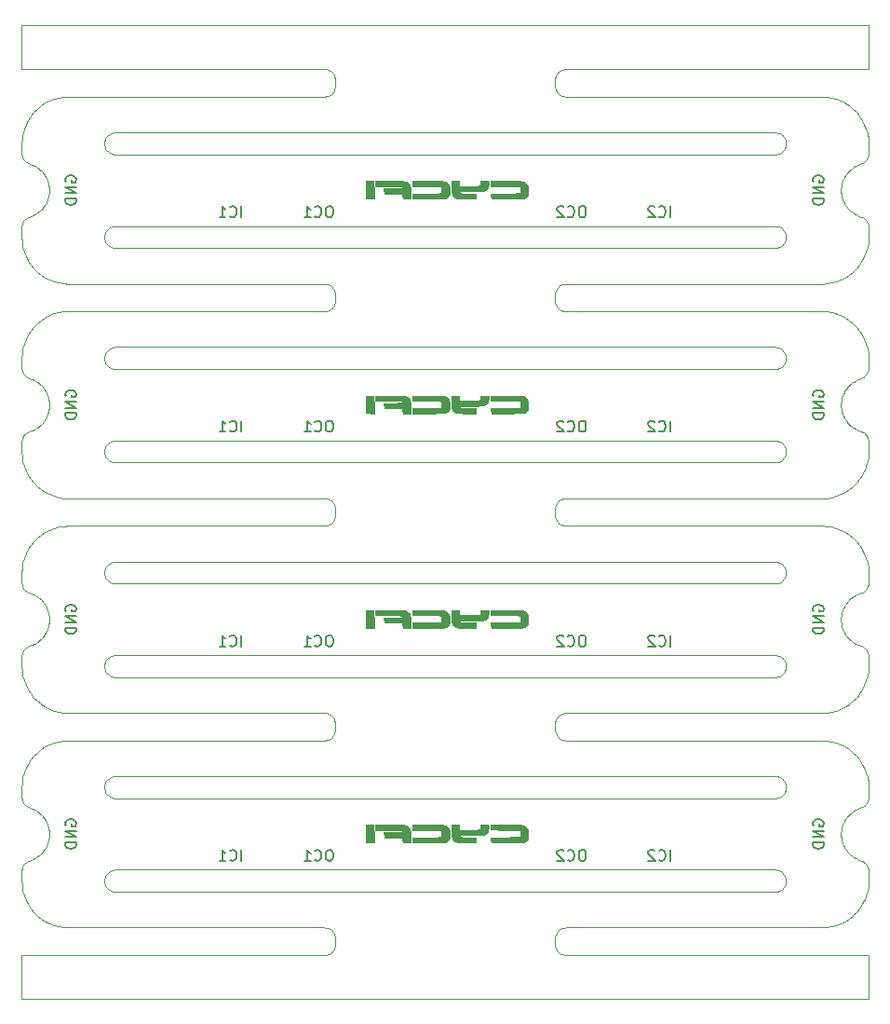
<source format=gbr>
G04 #@! TF.GenerationSoftware,KiCad,Pcbnew,5.1.5+dfsg1-2build2*
G04 #@! TF.CreationDate,2021-10-10T04:01:29+00:00*
G04 #@! TF.ProjectId,base_3.3,62617365-5f33-42e3-932e-6b696361645f,rev?*
G04 #@! TF.SameCoordinates,Original*
G04 #@! TF.FileFunction,Legend,Bot*
G04 #@! TF.FilePolarity,Positive*
%FSLAX46Y46*%
G04 Gerber Fmt 4.6, Leading zero omitted, Abs format (unit mm)*
G04 Created by KiCad (PCBNEW 5.1.5+dfsg1-2build2) date 2021-10-10 04:01:29*
%MOMM*%
%LPD*%
G04 APERTURE LIST*
G04 #@! TA.AperFunction,Profile*
%ADD10C,0.100000*%
G04 #@! TD*
%ADD11C,0.150000*%
%ADD12C,0.010000*%
G04 APERTURE END LIST*
D10*
X118749900Y-102715900D02*
X118651100Y-102736200D01*
X118846400Y-102685700D02*
X118749900Y-102715900D01*
X118939300Y-102645900D02*
X118846400Y-102685700D01*
X119027600Y-102596800D02*
X118939300Y-102645900D01*
X119110800Y-102538900D02*
X119027600Y-102596800D01*
X119187500Y-102473100D02*
X119110800Y-102538900D01*
X119257100Y-102399800D02*
X119187500Y-102473100D01*
X119319000Y-102319900D02*
X119257100Y-102399800D01*
X119372400Y-102234100D02*
X119319000Y-102319900D01*
X119416900Y-102143400D02*
X119372400Y-102234100D01*
X119452000Y-102048600D02*
X119416900Y-102143400D01*
X119477300Y-101950700D02*
X119452000Y-102048600D01*
X119492600Y-101850800D02*
X119477300Y-101950700D01*
X119497700Y-101749900D02*
X119492600Y-101850800D01*
X119492600Y-101649200D02*
X119497700Y-101749900D01*
X119477300Y-101549300D02*
X119492600Y-101649200D01*
X119452000Y-101451500D02*
X119477300Y-101549300D01*
X119416900Y-101356700D02*
X119452000Y-101451500D01*
X119372400Y-101266000D02*
X119416900Y-101356700D01*
X119319000Y-101180200D02*
X119372400Y-101266000D01*
X119257100Y-101100300D02*
X119319000Y-101180200D01*
X119187300Y-101026800D02*
X119257100Y-101100300D01*
X119110600Y-100961000D02*
X119187300Y-101026800D01*
X119027600Y-100903300D02*
X119110600Y-100961000D01*
X118939300Y-100854200D02*
X119027600Y-100903300D01*
X118846600Y-100814500D02*
X118939300Y-100854200D01*
X118750200Y-100784200D02*
X118846600Y-100814500D01*
X118651200Y-100763800D02*
X118750200Y-100784200D01*
X118550700Y-100753600D02*
X118651200Y-100763800D01*
X118474800Y-100751000D02*
X118550700Y-100753600D01*
X58525400Y-100751000D02*
X118474800Y-100751000D01*
X58449200Y-100753600D02*
X58525400Y-100751000D01*
X58348800Y-100763800D02*
X58449200Y-100753600D01*
X58249800Y-100784200D02*
X58348800Y-100763800D01*
X58153400Y-100814500D02*
X58249800Y-100784200D01*
X58060500Y-100854300D02*
X58153400Y-100814500D01*
X57972100Y-100903400D02*
X58060500Y-100854300D01*
X57889200Y-100961100D02*
X57972100Y-100903400D01*
X57812500Y-101027000D02*
X57889200Y-100961100D01*
X57742900Y-101100300D02*
X57812500Y-101027000D01*
X57681000Y-101180200D02*
X57742900Y-101100300D01*
X57627600Y-101266000D02*
X57681000Y-101180200D01*
X57583100Y-101356700D02*
X57627600Y-101266000D01*
X57548100Y-101451200D02*
X57583100Y-101356700D01*
X57522700Y-101549100D02*
X57548100Y-101451200D01*
X57507400Y-101649000D02*
X57522700Y-101549100D01*
X57502300Y-101749900D02*
X57507400Y-101649000D01*
X57507400Y-101850800D02*
X57502300Y-101749900D01*
X57522700Y-101950700D02*
X57507400Y-101850800D01*
X57548000Y-102048600D02*
X57522700Y-101950700D01*
X57583100Y-102143400D02*
X57548000Y-102048600D01*
X57627600Y-102234100D02*
X57583100Y-102143400D01*
X57681000Y-102319900D02*
X57627600Y-102234100D01*
X57742900Y-102399800D02*
X57681000Y-102319900D01*
X57812500Y-102473100D02*
X57742900Y-102399800D01*
X57889200Y-102538900D02*
X57812500Y-102473100D01*
X57972100Y-102596700D02*
X57889200Y-102538900D01*
X58060500Y-102645700D02*
X57972100Y-102596700D01*
X58153400Y-102685600D02*
X58060500Y-102645700D01*
X58249800Y-102715900D02*
X58153400Y-102685600D01*
X58348800Y-102736200D02*
X58249800Y-102715900D01*
X58449300Y-102746500D02*
X58348800Y-102736200D01*
X58525200Y-102749000D02*
X58449300Y-102746500D01*
X118474900Y-102749000D02*
X58525200Y-102749000D01*
X118550500Y-102746500D02*
X118474900Y-102749000D01*
X118651100Y-102736200D02*
X118550500Y-102746500D01*
X118749900Y-94215900D02*
X118651100Y-94236200D01*
X118846400Y-94185700D02*
X118749900Y-94215900D01*
X118939300Y-94145900D02*
X118846400Y-94185700D01*
X119027600Y-94096800D02*
X118939300Y-94145900D01*
X119110800Y-94038900D02*
X119027600Y-94096800D01*
X119187500Y-93973100D02*
X119110800Y-94038900D01*
X119257100Y-93899800D02*
X119187500Y-93973100D01*
X119319000Y-93819900D02*
X119257100Y-93899800D01*
X119372400Y-93734100D02*
X119319000Y-93819900D01*
X119416900Y-93643400D02*
X119372400Y-93734100D01*
X119452000Y-93548600D02*
X119416900Y-93643400D01*
X119477300Y-93450700D02*
X119452000Y-93548600D01*
X119492600Y-93350800D02*
X119477300Y-93450700D01*
X119497700Y-93249900D02*
X119492600Y-93350800D01*
X119492600Y-93149200D02*
X119497700Y-93249900D01*
X119477300Y-93049300D02*
X119492600Y-93149200D01*
X119452000Y-92951500D02*
X119477300Y-93049300D01*
X119416900Y-92856700D02*
X119452000Y-92951500D01*
X119372400Y-92766000D02*
X119416900Y-92856700D01*
X119319000Y-92680200D02*
X119372400Y-92766000D01*
X119257100Y-92600300D02*
X119319000Y-92680200D01*
X119187300Y-92526800D02*
X119257100Y-92600300D01*
X119110600Y-92461000D02*
X119187300Y-92526800D01*
X119027600Y-92403300D02*
X119110600Y-92461000D01*
X118939300Y-92354200D02*
X119027600Y-92403300D01*
X118846600Y-92314500D02*
X118939300Y-92354200D01*
X118750200Y-92284200D02*
X118846600Y-92314500D01*
X118651200Y-92263800D02*
X118750200Y-92284200D01*
X118550700Y-92253600D02*
X118651200Y-92263800D01*
X118474800Y-92251000D02*
X118550700Y-92253600D01*
X58525400Y-92251000D02*
X118474800Y-92251000D01*
X58449200Y-92253600D02*
X58525400Y-92251000D01*
X58348800Y-92263800D02*
X58449200Y-92253600D01*
X58249800Y-92284200D02*
X58348800Y-92263800D01*
X58153400Y-92314500D02*
X58249800Y-92284200D01*
X58060500Y-92354300D02*
X58153400Y-92314500D01*
X57972100Y-92403400D02*
X58060500Y-92354300D01*
X57889200Y-92461100D02*
X57972100Y-92403400D01*
X57812500Y-92527000D02*
X57889200Y-92461100D01*
X57742900Y-92600300D02*
X57812500Y-92527000D01*
X57681000Y-92680200D02*
X57742900Y-92600300D01*
X57627600Y-92766000D02*
X57681000Y-92680200D01*
X57583100Y-92856700D02*
X57627600Y-92766000D01*
X57548100Y-92951200D02*
X57583100Y-92856700D01*
X57522700Y-93049100D02*
X57548100Y-92951200D01*
X57507400Y-93149000D02*
X57522700Y-93049100D01*
X57502300Y-93249900D02*
X57507400Y-93149000D01*
X57507400Y-93350800D02*
X57502300Y-93249900D01*
X57522700Y-93450700D02*
X57507400Y-93350800D01*
X57548000Y-93548600D02*
X57522700Y-93450700D01*
X57583100Y-93643400D02*
X57548000Y-93548600D01*
X57627600Y-93734100D02*
X57583100Y-93643400D01*
X57681000Y-93819900D02*
X57627600Y-93734100D01*
X57742900Y-93899800D02*
X57681000Y-93819900D01*
X57812500Y-93973100D02*
X57742900Y-93899800D01*
X57889200Y-94038900D02*
X57812500Y-93973100D01*
X57972100Y-94096700D02*
X57889200Y-94038900D01*
X58060500Y-94145700D02*
X57972100Y-94096700D01*
X58153400Y-94185600D02*
X58060500Y-94145700D01*
X58249800Y-94215900D02*
X58153400Y-94185600D01*
X58348800Y-94236200D02*
X58249800Y-94215900D01*
X58449300Y-94246500D02*
X58348800Y-94236200D01*
X58525200Y-94249000D02*
X58449300Y-94246500D01*
X118474900Y-94249000D02*
X58525200Y-94249000D01*
X118550500Y-94246500D02*
X118474900Y-94249000D01*
X118651100Y-94236200D02*
X118550500Y-94246500D01*
X118749900Y-83215900D02*
X118651000Y-83236200D01*
X118846400Y-83185700D02*
X118749900Y-83215900D01*
X118939300Y-83145800D02*
X118846400Y-83185700D01*
X119027600Y-83096800D02*
X118939300Y-83145800D01*
X119110800Y-83038900D02*
X119027600Y-83096800D01*
X119187500Y-82973100D02*
X119110800Y-83038900D01*
X119257100Y-82899800D02*
X119187500Y-82973100D01*
X119319000Y-82819900D02*
X119257100Y-82899800D01*
X119372400Y-82734100D02*
X119319000Y-82819900D01*
X119416900Y-82643300D02*
X119372400Y-82734100D01*
X119452000Y-82548600D02*
X119416900Y-82643300D01*
X119477300Y-82450700D02*
X119452000Y-82548600D01*
X119492600Y-82350800D02*
X119477300Y-82450700D01*
X119497700Y-82249900D02*
X119492600Y-82350800D01*
X119492600Y-82149200D02*
X119497700Y-82249900D01*
X119477300Y-82049300D02*
X119492600Y-82149200D01*
X119452000Y-81951500D02*
X119477300Y-82049300D01*
X119416900Y-81856700D02*
X119452000Y-81951500D01*
X119372400Y-81765900D02*
X119416900Y-81856700D01*
X119319000Y-81680200D02*
X119372400Y-81765900D01*
X119257100Y-81600200D02*
X119319000Y-81680200D01*
X119187300Y-81526800D02*
X119257100Y-81600200D01*
X119110600Y-81461000D02*
X119187300Y-81526800D01*
X119027600Y-81403200D02*
X119110600Y-81461000D01*
X118939300Y-81354200D02*
X119027600Y-81403200D01*
X118846600Y-81314500D02*
X118939300Y-81354200D01*
X118750200Y-81284200D02*
X118846600Y-81314500D01*
X118651200Y-81263800D02*
X118750200Y-81284200D01*
X118550700Y-81253600D02*
X118651200Y-81263800D01*
X118474800Y-81251000D02*
X118550700Y-81253600D01*
X58525300Y-81251000D02*
X118474800Y-81251000D01*
X58449200Y-81253600D02*
X58525300Y-81251000D01*
X58348800Y-81263800D02*
X58449200Y-81253600D01*
X58249800Y-81284200D02*
X58348800Y-81263800D01*
X58153400Y-81314500D02*
X58249800Y-81284200D01*
X58060500Y-81354300D02*
X58153400Y-81314500D01*
X57972100Y-81403400D02*
X58060500Y-81354300D01*
X57889200Y-81461100D02*
X57972100Y-81403400D01*
X57812500Y-81527000D02*
X57889200Y-81461100D01*
X57742900Y-81600200D02*
X57812500Y-81527000D01*
X57681000Y-81680200D02*
X57742900Y-81600200D01*
X57627600Y-81765900D02*
X57681000Y-81680200D01*
X57583100Y-81856700D02*
X57627600Y-81765900D01*
X57548100Y-81951200D02*
X57583100Y-81856700D01*
X57522700Y-82049000D02*
X57548100Y-81951200D01*
X57507400Y-82148900D02*
X57522700Y-82049000D01*
X57502300Y-82249900D02*
X57507400Y-82148900D01*
X57507400Y-82350800D02*
X57502300Y-82249900D01*
X57522700Y-82450700D02*
X57507400Y-82350800D01*
X57548000Y-82548600D02*
X57522700Y-82450700D01*
X57583100Y-82643300D02*
X57548000Y-82548600D01*
X57627600Y-82734100D02*
X57583100Y-82643300D01*
X57681000Y-82819900D02*
X57627600Y-82734100D01*
X57742900Y-82899800D02*
X57681000Y-82819900D01*
X57812500Y-82973100D02*
X57742900Y-82899800D01*
X57889200Y-83038900D02*
X57812500Y-82973100D01*
X57972100Y-83096700D02*
X57889200Y-83038900D01*
X58060500Y-83145700D02*
X57972100Y-83096700D01*
X58153400Y-83185600D02*
X58060500Y-83145700D01*
X58249800Y-83215800D02*
X58153400Y-83185600D01*
X58348800Y-83236200D02*
X58249800Y-83215800D01*
X58449300Y-83246400D02*
X58348800Y-83236200D01*
X58525200Y-83249000D02*
X58449300Y-83246400D01*
X118474800Y-83249000D02*
X58525200Y-83249000D01*
X118550600Y-83246400D02*
X118474800Y-83249000D01*
X118651000Y-83236200D02*
X118550600Y-83246400D01*
X118749900Y-74715900D02*
X118651000Y-74736200D01*
X118846400Y-74685700D02*
X118749900Y-74715900D01*
X118939300Y-74645800D02*
X118846400Y-74685700D01*
X119027600Y-74596800D02*
X118939300Y-74645800D01*
X119110800Y-74538900D02*
X119027600Y-74596800D01*
X119187500Y-74473100D02*
X119110800Y-74538900D01*
X119257100Y-74399800D02*
X119187500Y-74473100D01*
X119319000Y-74319900D02*
X119257100Y-74399800D01*
X119372400Y-74234100D02*
X119319000Y-74319900D01*
X119416900Y-74143300D02*
X119372400Y-74234100D01*
X119452000Y-74048600D02*
X119416900Y-74143300D01*
X119477300Y-73950700D02*
X119452000Y-74048600D01*
X119492600Y-73850800D02*
X119477300Y-73950700D01*
X119497700Y-73749900D02*
X119492600Y-73850800D01*
X119492600Y-73649200D02*
X119497700Y-73749900D01*
X119477300Y-73549300D02*
X119492600Y-73649200D01*
X119452000Y-73451500D02*
X119477300Y-73549300D01*
X119416900Y-73356700D02*
X119452000Y-73451500D01*
X119372400Y-73265900D02*
X119416900Y-73356700D01*
X119319000Y-73180200D02*
X119372400Y-73265900D01*
X119257100Y-73100200D02*
X119319000Y-73180200D01*
X119187300Y-73026800D02*
X119257100Y-73100200D01*
X119110600Y-72961000D02*
X119187300Y-73026800D01*
X119027600Y-72903200D02*
X119110600Y-72961000D01*
X118939300Y-72854200D02*
X119027600Y-72903200D01*
X118846600Y-72814500D02*
X118939300Y-72854200D01*
X118750200Y-72784200D02*
X118846600Y-72814500D01*
X118651200Y-72763800D02*
X118750200Y-72784200D01*
X118550700Y-72753600D02*
X118651200Y-72763800D01*
X118474800Y-72751000D02*
X118550700Y-72753600D01*
X58525300Y-72751000D02*
X118474800Y-72751000D01*
X58449200Y-72753600D02*
X58525300Y-72751000D01*
X58348800Y-72763800D02*
X58449200Y-72753600D01*
X58249800Y-72784200D02*
X58348800Y-72763800D01*
X58153400Y-72814500D02*
X58249800Y-72784200D01*
X58060500Y-72854300D02*
X58153400Y-72814500D01*
X57972100Y-72903400D02*
X58060500Y-72854300D01*
X57889200Y-72961100D02*
X57972100Y-72903400D01*
X57812500Y-73027000D02*
X57889200Y-72961100D01*
X57742900Y-73100200D02*
X57812500Y-73027000D01*
X57681000Y-73180200D02*
X57742900Y-73100200D01*
X57627600Y-73265900D02*
X57681000Y-73180200D01*
X57583100Y-73356700D02*
X57627600Y-73265900D01*
X57548100Y-73451200D02*
X57583100Y-73356700D01*
X57522700Y-73549000D02*
X57548100Y-73451200D01*
X57507400Y-73648900D02*
X57522700Y-73549000D01*
X57502300Y-73749900D02*
X57507400Y-73648900D01*
X57507400Y-73850800D02*
X57502300Y-73749900D01*
X57522700Y-73950700D02*
X57507400Y-73850800D01*
X57548000Y-74048600D02*
X57522700Y-73950700D01*
X57583100Y-74143300D02*
X57548000Y-74048600D01*
X57627600Y-74234100D02*
X57583100Y-74143300D01*
X57681000Y-74319900D02*
X57627600Y-74234100D01*
X57742900Y-74399800D02*
X57681000Y-74319900D01*
X57812500Y-74473100D02*
X57742900Y-74399800D01*
X57889200Y-74538900D02*
X57812500Y-74473100D01*
X57972100Y-74596700D02*
X57889200Y-74538900D01*
X58060500Y-74645700D02*
X57972100Y-74596700D01*
X58153400Y-74685600D02*
X58060500Y-74645700D01*
X58249800Y-74715800D02*
X58153400Y-74685600D01*
X58348800Y-74736200D02*
X58249800Y-74715800D01*
X58449300Y-74746400D02*
X58348800Y-74736200D01*
X58525200Y-74749000D02*
X58449300Y-74746400D01*
X118474800Y-74749000D02*
X58525200Y-74749000D01*
X118550600Y-74746400D02*
X118474800Y-74749000D01*
X118651000Y-74736200D02*
X118550600Y-74746400D01*
X118749900Y-63715900D02*
X118651000Y-63736200D01*
X118846400Y-63685700D02*
X118749900Y-63715900D01*
X118939300Y-63645800D02*
X118846400Y-63685700D01*
X119027600Y-63596800D02*
X118939300Y-63645800D01*
X119110600Y-63539100D02*
X119027600Y-63596800D01*
X119187300Y-63473200D02*
X119110600Y-63539100D01*
X119257100Y-63399800D02*
X119187300Y-63473200D01*
X119319000Y-63319900D02*
X119257100Y-63399800D01*
X119372300Y-63234300D02*
X119319000Y-63319900D01*
X119416800Y-63143600D02*
X119372300Y-63234300D01*
X119451900Y-63048800D02*
X119416800Y-63143600D01*
X119477300Y-62951000D02*
X119451900Y-63048800D01*
X119492600Y-62851100D02*
X119477300Y-62951000D01*
X119497700Y-62750100D02*
X119492600Y-62851100D01*
X119492600Y-62649200D02*
X119497700Y-62750100D01*
X119477300Y-62549300D02*
X119492600Y-62649200D01*
X119452000Y-62451500D02*
X119477300Y-62549300D01*
X119416900Y-62356700D02*
X119452000Y-62451500D01*
X119372400Y-62265900D02*
X119416900Y-62356700D01*
X119319000Y-62180200D02*
X119372400Y-62265900D01*
X119257100Y-62100200D02*
X119319000Y-62180200D01*
X119187300Y-62026800D02*
X119257100Y-62100200D01*
X119110600Y-61960900D02*
X119187300Y-62026800D01*
X119027900Y-61903400D02*
X119110600Y-61960900D01*
X118939500Y-61854300D02*
X119027900Y-61903400D01*
X118846600Y-61814400D02*
X118939500Y-61854300D01*
X118750200Y-61784200D02*
X118846600Y-61814400D01*
X118651200Y-61763800D02*
X118750200Y-61784200D01*
X118550700Y-61753600D02*
X118651200Y-61763800D01*
X118474800Y-61751000D02*
X118550700Y-61753600D01*
X58525200Y-61751000D02*
X118474800Y-61751000D01*
X58449300Y-61753600D02*
X58525200Y-61751000D01*
X58348800Y-61763800D02*
X58449300Y-61753600D01*
X58249800Y-61784200D02*
X58348800Y-61763800D01*
X58153400Y-61814400D02*
X58249800Y-61784200D01*
X58060500Y-61854300D02*
X58153400Y-61814400D01*
X57972100Y-61903400D02*
X58060500Y-61854300D01*
X57889200Y-61961100D02*
X57972100Y-61903400D01*
X57812500Y-62027000D02*
X57889200Y-61961100D01*
X57742900Y-62100200D02*
X57812500Y-62027000D01*
X57681000Y-62180200D02*
X57742900Y-62100200D01*
X57627600Y-62265900D02*
X57681000Y-62180200D01*
X57583100Y-62356700D02*
X57627600Y-62265900D01*
X57548000Y-62451500D02*
X57583100Y-62356700D01*
X57522700Y-62549000D02*
X57548000Y-62451500D01*
X57507400Y-62648900D02*
X57522700Y-62549000D01*
X57502300Y-62749900D02*
X57507400Y-62648900D01*
X57507400Y-62850800D02*
X57502300Y-62749900D01*
X57522700Y-62950700D02*
X57507400Y-62850800D01*
X57548000Y-63048500D02*
X57522700Y-62950700D01*
X57583100Y-63143300D02*
X57548000Y-63048500D01*
X57627600Y-63234100D02*
X57583100Y-63143300D01*
X57681000Y-63319900D02*
X57627600Y-63234100D01*
X57742900Y-63399800D02*
X57681000Y-63319900D01*
X57812500Y-63473000D02*
X57742900Y-63399800D01*
X57889200Y-63538900D02*
X57812500Y-63473000D01*
X57972100Y-63596600D02*
X57889200Y-63538900D01*
X58060500Y-63645700D02*
X57972100Y-63596600D01*
X58153400Y-63685600D02*
X58060500Y-63645700D01*
X58249800Y-63715800D02*
X58153400Y-63685600D01*
X58348800Y-63736200D02*
X58249800Y-63715800D01*
X58449300Y-63746400D02*
X58348800Y-63736200D01*
X58525200Y-63749000D02*
X58449300Y-63746400D01*
X118474800Y-63749000D02*
X58525200Y-63749000D01*
X118550700Y-63746400D02*
X118474800Y-63749000D01*
X118651000Y-63736200D02*
X118550700Y-63746400D01*
X118749900Y-55215900D02*
X118651000Y-55236200D01*
X118846400Y-55185700D02*
X118749900Y-55215900D01*
X118939300Y-55145800D02*
X118846400Y-55185700D01*
X119027600Y-55096800D02*
X118939300Y-55145800D01*
X119110600Y-55039100D02*
X119027600Y-55096800D01*
X119187300Y-54973200D02*
X119110600Y-55039100D01*
X119257100Y-54899800D02*
X119187300Y-54973200D01*
X119319000Y-54819900D02*
X119257100Y-54899800D01*
X119372300Y-54734300D02*
X119319000Y-54819900D01*
X119416800Y-54643600D02*
X119372300Y-54734300D01*
X119451900Y-54548800D02*
X119416800Y-54643600D01*
X119477300Y-54451000D02*
X119451900Y-54548800D01*
X119492600Y-54351100D02*
X119477300Y-54451000D01*
X119497700Y-54250100D02*
X119492600Y-54351100D01*
X119492600Y-54149200D02*
X119497700Y-54250100D01*
X119477300Y-54049300D02*
X119492600Y-54149200D01*
X119452000Y-53951500D02*
X119477300Y-54049300D01*
X119416900Y-53856700D02*
X119452000Y-53951500D01*
X119372400Y-53765900D02*
X119416900Y-53856700D01*
X119319000Y-53680200D02*
X119372400Y-53765900D01*
X119257100Y-53600200D02*
X119319000Y-53680200D01*
X119187300Y-53526800D02*
X119257100Y-53600200D01*
X119110600Y-53460900D02*
X119187300Y-53526800D01*
X119027900Y-53403400D02*
X119110600Y-53460900D01*
X118939500Y-53354300D02*
X119027900Y-53403400D01*
X118846600Y-53314400D02*
X118939500Y-53354300D01*
X118750200Y-53284200D02*
X118846600Y-53314400D01*
X118651200Y-53263800D02*
X118750200Y-53284200D01*
X118550700Y-53253600D02*
X118651200Y-53263800D01*
X118474800Y-53251000D02*
X118550700Y-53253600D01*
X58525200Y-53251000D02*
X118474800Y-53251000D01*
X58449300Y-53253600D02*
X58525200Y-53251000D01*
X58348800Y-53263800D02*
X58449300Y-53253600D01*
X58249800Y-53284200D02*
X58348800Y-53263800D01*
X58153400Y-53314400D02*
X58249800Y-53284200D01*
X58060500Y-53354300D02*
X58153400Y-53314400D01*
X57972100Y-53403400D02*
X58060500Y-53354300D01*
X57889200Y-53461100D02*
X57972100Y-53403400D01*
X57812500Y-53527000D02*
X57889200Y-53461100D01*
X57742900Y-53600200D02*
X57812500Y-53527000D01*
X57681000Y-53680200D02*
X57742900Y-53600200D01*
X57627600Y-53765900D02*
X57681000Y-53680200D01*
X57583100Y-53856700D02*
X57627600Y-53765900D01*
X57548000Y-53951500D02*
X57583100Y-53856700D01*
X57522700Y-54049000D02*
X57548000Y-53951500D01*
X57507400Y-54148900D02*
X57522700Y-54049000D01*
X57502300Y-54249900D02*
X57507400Y-54148900D01*
X57507400Y-54350800D02*
X57502300Y-54249900D01*
X57522700Y-54450700D02*
X57507400Y-54350800D01*
X57548000Y-54548500D02*
X57522700Y-54450700D01*
X57583100Y-54643300D02*
X57548000Y-54548500D01*
X57627600Y-54734100D02*
X57583100Y-54643300D01*
X57681000Y-54819900D02*
X57627600Y-54734100D01*
X57742900Y-54899800D02*
X57681000Y-54819900D01*
X57812500Y-54973000D02*
X57742900Y-54899800D01*
X57889200Y-55038900D02*
X57812500Y-54973000D01*
X57972100Y-55096600D02*
X57889200Y-55038900D01*
X58060500Y-55145700D02*
X57972100Y-55096600D01*
X58153400Y-55185600D02*
X58060500Y-55145700D01*
X58249800Y-55215800D02*
X58153400Y-55185600D01*
X58348800Y-55236200D02*
X58249800Y-55215800D01*
X58449300Y-55246400D02*
X58348800Y-55236200D01*
X58525200Y-55249000D02*
X58449300Y-55246400D01*
X118474800Y-55249000D02*
X58525200Y-55249000D01*
X118550700Y-55246400D02*
X118474800Y-55249000D01*
X118651000Y-55236200D02*
X118550700Y-55246400D01*
X118750200Y-122215900D02*
X118650700Y-122236300D01*
X118846600Y-122185600D02*
X118750200Y-122215900D01*
X118939500Y-122145700D02*
X118846600Y-122185600D01*
X119027900Y-122096700D02*
X118939500Y-122145700D01*
X119110800Y-122038900D02*
X119027900Y-122096700D01*
X119187500Y-121973100D02*
X119110800Y-122038900D01*
X119257100Y-121899800D02*
X119187500Y-121973100D01*
X119319000Y-121819900D02*
X119257100Y-121899800D01*
X119372400Y-121734100D02*
X119319000Y-121819900D01*
X119416900Y-121643400D02*
X119372400Y-121734100D01*
X119452000Y-121548600D02*
X119416900Y-121643400D01*
X119477300Y-121450800D02*
X119452000Y-121548600D01*
X119492600Y-121350900D02*
X119477300Y-121450800D01*
X119497700Y-121249900D02*
X119492600Y-121350900D01*
X119492600Y-121149300D02*
X119497700Y-121249900D01*
X119477300Y-121049300D02*
X119492600Y-121149300D01*
X119452000Y-120951500D02*
X119477300Y-121049300D01*
X119416900Y-120856700D02*
X119452000Y-120951500D01*
X119372400Y-120766000D02*
X119416900Y-120856700D01*
X119319000Y-120680200D02*
X119372400Y-120766000D01*
X119257100Y-120600300D02*
X119319000Y-120680200D01*
X119187300Y-120526800D02*
X119257100Y-120600300D01*
X119110600Y-120461000D02*
X119187300Y-120526800D01*
X119027600Y-120403300D02*
X119110600Y-120461000D01*
X118939300Y-120354200D02*
X119027600Y-120403300D01*
X118846600Y-120314500D02*
X118939300Y-120354200D01*
X118750200Y-120284200D02*
X118846600Y-120314500D01*
X118651200Y-120263900D02*
X118750200Y-120284200D01*
X118550700Y-120253600D02*
X118651200Y-120263900D01*
X118474800Y-120251100D02*
X118550700Y-120253600D01*
X58525000Y-120251100D02*
X118474800Y-120251100D01*
X58449600Y-120253600D02*
X58525000Y-120251100D01*
X58348800Y-120263900D02*
X58449600Y-120253600D01*
X58249800Y-120284200D02*
X58348800Y-120263900D01*
X58153400Y-120314500D02*
X58249800Y-120284200D01*
X58060500Y-120354400D02*
X58153400Y-120314500D01*
X57972100Y-120403400D02*
X58060500Y-120354400D01*
X57889200Y-120461200D02*
X57972100Y-120403400D01*
X57812500Y-120527000D02*
X57889200Y-120461200D01*
X57742900Y-120600300D02*
X57812500Y-120527000D01*
X57681000Y-120680200D02*
X57742900Y-120600300D01*
X57627600Y-120766000D02*
X57681000Y-120680200D01*
X57583100Y-120856700D02*
X57627600Y-120766000D01*
X57548100Y-120951200D02*
X57583100Y-120856700D01*
X57522700Y-121049100D02*
X57548100Y-120951200D01*
X57507400Y-121149000D02*
X57522700Y-121049100D01*
X57502300Y-121249900D02*
X57507400Y-121149000D01*
X57507400Y-121350900D02*
X57502300Y-121249900D01*
X57522700Y-121450800D02*
X57507400Y-121350900D01*
X57548000Y-121548600D02*
X57522700Y-121450800D01*
X57583100Y-121643400D02*
X57548000Y-121548600D01*
X57627600Y-121734100D02*
X57583100Y-121643400D01*
X57681000Y-121819900D02*
X57627600Y-121734100D01*
X57742900Y-121899800D02*
X57681000Y-121819900D01*
X57812500Y-121973100D02*
X57742900Y-121899800D01*
X57889200Y-122038900D02*
X57812500Y-121973100D01*
X57972100Y-122096700D02*
X57889200Y-122038900D01*
X58060500Y-122145700D02*
X57972100Y-122096700D01*
X58153400Y-122185600D02*
X58060500Y-122145700D01*
X58249800Y-122215900D02*
X58153400Y-122185600D01*
X58348800Y-122236200D02*
X58249800Y-122215900D01*
X58449300Y-122246500D02*
X58348800Y-122236200D01*
X58525200Y-122249100D02*
X58449300Y-122246500D01*
X118474500Y-122249100D02*
X58525200Y-122249100D01*
X118550900Y-122246500D02*
X118474500Y-122249100D01*
X118650700Y-122236300D02*
X118550900Y-122246500D01*
X118750200Y-113715900D02*
X118650700Y-113736300D01*
X118846600Y-113685600D02*
X118750200Y-113715900D01*
X118939500Y-113645700D02*
X118846600Y-113685600D01*
X119027900Y-113596700D02*
X118939500Y-113645700D01*
X119110800Y-113538900D02*
X119027900Y-113596700D01*
X119187500Y-113473100D02*
X119110800Y-113538900D01*
X119257100Y-113399800D02*
X119187500Y-113473100D01*
X119319000Y-113319900D02*
X119257100Y-113399800D01*
X119372400Y-113234100D02*
X119319000Y-113319900D01*
X119416900Y-113143400D02*
X119372400Y-113234100D01*
X119452000Y-113048600D02*
X119416900Y-113143400D01*
X119477300Y-112950800D02*
X119452000Y-113048600D01*
X119492600Y-112850900D02*
X119477300Y-112950800D01*
X119497700Y-112749900D02*
X119492600Y-112850900D01*
X119492600Y-112649300D02*
X119497700Y-112749900D01*
X119477300Y-112549300D02*
X119492600Y-112649300D01*
X119452000Y-112451500D02*
X119477300Y-112549300D01*
X119416900Y-112356700D02*
X119452000Y-112451500D01*
X119372400Y-112266000D02*
X119416900Y-112356700D01*
X119319000Y-112180200D02*
X119372400Y-112266000D01*
X119257100Y-112100300D02*
X119319000Y-112180200D01*
X119187300Y-112026800D02*
X119257100Y-112100300D01*
X119110600Y-111961000D02*
X119187300Y-112026800D01*
X119027600Y-111903300D02*
X119110600Y-111961000D01*
X118939300Y-111854200D02*
X119027600Y-111903300D01*
X118846600Y-111814500D02*
X118939300Y-111854200D01*
X118750200Y-111784200D02*
X118846600Y-111814500D01*
X118651200Y-111763900D02*
X118750200Y-111784200D01*
X118550700Y-111753600D02*
X118651200Y-111763900D01*
X118474800Y-111751100D02*
X118550700Y-111753600D01*
X58525000Y-111751100D02*
X118474800Y-111751100D01*
X58449600Y-111753600D02*
X58525000Y-111751100D01*
X58348800Y-111763900D02*
X58449600Y-111753600D01*
X58249800Y-111784200D02*
X58348800Y-111763900D01*
X58153400Y-111814500D02*
X58249800Y-111784200D01*
X58060500Y-111854400D02*
X58153400Y-111814500D01*
X57972100Y-111903400D02*
X58060500Y-111854400D01*
X57889200Y-111961200D02*
X57972100Y-111903400D01*
X57812500Y-112027000D02*
X57889200Y-111961200D01*
X57742900Y-112100300D02*
X57812500Y-112027000D01*
X57681000Y-112180200D02*
X57742900Y-112100300D01*
X57627600Y-112266000D02*
X57681000Y-112180200D01*
X57583100Y-112356700D02*
X57627600Y-112266000D01*
X57548100Y-112451200D02*
X57583100Y-112356700D01*
X57522700Y-112549100D02*
X57548100Y-112451200D01*
X57507400Y-112649000D02*
X57522700Y-112549100D01*
X57502300Y-112749900D02*
X57507400Y-112649000D01*
X57507400Y-112850900D02*
X57502300Y-112749900D01*
X57522700Y-112950800D02*
X57507400Y-112850900D01*
X57548000Y-113048600D02*
X57522700Y-112950800D01*
X57583100Y-113143400D02*
X57548000Y-113048600D01*
X57627600Y-113234100D02*
X57583100Y-113143400D01*
X57681000Y-113319900D02*
X57627600Y-113234100D01*
X57742900Y-113399800D02*
X57681000Y-113319900D01*
X57812500Y-113473100D02*
X57742900Y-113399800D01*
X57889200Y-113538900D02*
X57812500Y-113473100D01*
X57972100Y-113596700D02*
X57889200Y-113538900D01*
X58060500Y-113645700D02*
X57972100Y-113596700D01*
X58153400Y-113685600D02*
X58060500Y-113645700D01*
X58249800Y-113715900D02*
X58153400Y-113685600D01*
X58348800Y-113736200D02*
X58249800Y-113715900D01*
X58449300Y-113746500D02*
X58348800Y-113736200D01*
X58525200Y-113749100D02*
X58449300Y-113746500D01*
X118474500Y-113749100D02*
X58525200Y-113749100D01*
X118550900Y-113746500D02*
X118474500Y-113749100D01*
X118650700Y-113736300D02*
X118550900Y-113746500D01*
X126976500Y-43499000D02*
X50009200Y-43499700D01*
X126991800Y-43499800D02*
X126976500Y-43499000D01*
X126997700Y-43503000D02*
X126991800Y-43499800D01*
X127000200Y-43508200D02*
X126997700Y-43503000D01*
X127001000Y-43523500D02*
X127000200Y-43508200D01*
X127001000Y-47475500D02*
X127001000Y-43523500D01*
X126999700Y-47492700D02*
X127001000Y-47475500D01*
X126996300Y-47497400D02*
X126999700Y-47492700D01*
X126991800Y-47499200D02*
X126996300Y-47497400D01*
X99491300Y-47500000D02*
X126991800Y-47499200D01*
X99394000Y-47504800D02*
X99491300Y-47500000D01*
X99297900Y-47519000D02*
X99394000Y-47504800D01*
X99203600Y-47542600D02*
X99297900Y-47519000D01*
X99112200Y-47575400D02*
X99203600Y-47542600D01*
X99024300Y-47616900D02*
X99112200Y-47575400D01*
X98941000Y-47666900D02*
X99024300Y-47616900D01*
X98863000Y-47724700D02*
X98941000Y-47666900D01*
X98791000Y-47790000D02*
X98863000Y-47724700D01*
X98725700Y-47862000D02*
X98791000Y-47790000D01*
X98667900Y-47940000D02*
X98725700Y-47862000D01*
X98617900Y-48023300D02*
X98667900Y-47940000D01*
X98576400Y-48111100D02*
X98617900Y-48023300D01*
X98543700Y-48202600D02*
X98576400Y-48111100D01*
X98520000Y-48296900D02*
X98543700Y-48202600D01*
X98505800Y-48393000D02*
X98520000Y-48296900D01*
X98501000Y-48490200D02*
X98505800Y-48393000D01*
X98501000Y-49008800D02*
X98501000Y-48490200D01*
X98505800Y-49106000D02*
X98501000Y-49008800D01*
X98520000Y-49202100D02*
X98505800Y-49106000D01*
X98543700Y-49296400D02*
X98520000Y-49202100D01*
X98576400Y-49387900D02*
X98543700Y-49296400D01*
X98617900Y-49475700D02*
X98576400Y-49387900D01*
X98667900Y-49559000D02*
X98617900Y-49475700D01*
X98725700Y-49637000D02*
X98667900Y-49559000D01*
X98791000Y-49709000D02*
X98725700Y-49637000D01*
X98863000Y-49774300D02*
X98791000Y-49709000D01*
X98941000Y-49832100D02*
X98863000Y-49774300D01*
X99024300Y-49882100D02*
X98941000Y-49832100D01*
X99112200Y-49923600D02*
X99024300Y-49882100D01*
X99203600Y-49956400D02*
X99112200Y-49923600D01*
X99297900Y-49980000D02*
X99203600Y-49956400D01*
X99394000Y-49994200D02*
X99297900Y-49980000D01*
X99491300Y-49999000D02*
X99394000Y-49994200D01*
X122743400Y-49999000D02*
X99491300Y-49999000D01*
X123194100Y-50022600D02*
X122743400Y-49999000D01*
X123633500Y-50092200D02*
X123194100Y-50022600D01*
X124063300Y-50207300D02*
X123633500Y-50092200D01*
X124466700Y-50361800D02*
X124063300Y-50207300D01*
X124490700Y-50372500D02*
X124466700Y-50361800D01*
X124863800Y-50562500D02*
X124490700Y-50372500D01*
X124886500Y-50575700D02*
X124863800Y-50562500D01*
X125248700Y-50811300D02*
X124886500Y-50575700D01*
X125594100Y-51091000D02*
X125248700Y-50811300D01*
X125908700Y-51405600D02*
X125594100Y-51091000D01*
X126180800Y-51741100D02*
X125908700Y-51405600D01*
X126196300Y-51762300D02*
X126180800Y-51741100D01*
X126424300Y-52113500D02*
X126196300Y-51762300D01*
X126437400Y-52136200D02*
X126424300Y-52113500D01*
X126633300Y-52521400D02*
X126437400Y-52136200D01*
X126792500Y-52936300D02*
X126633300Y-52521400D01*
X126907700Y-53366000D02*
X126792500Y-52936300D01*
X126975700Y-53792600D02*
X126907700Y-53366000D01*
X126978400Y-53818800D02*
X126975700Y-53792600D01*
X127001000Y-54256500D02*
X126978400Y-53818800D01*
X127001000Y-55139700D02*
X127001000Y-54256500D01*
X126995900Y-55244100D02*
X127001000Y-55139700D01*
X126981400Y-55341600D02*
X126995900Y-55244100D01*
X126957200Y-55437700D02*
X126981400Y-55341600D01*
X126923900Y-55530500D02*
X126957200Y-55437700D01*
X126887300Y-55608200D02*
X126923900Y-55530500D01*
X126875600Y-55630000D02*
X126887300Y-55608200D01*
X126823700Y-55713800D02*
X126875600Y-55630000D01*
X126772100Y-55782500D02*
X126823700Y-55713800D01*
X126714100Y-55846600D02*
X126772100Y-55782500D01*
X126696500Y-55864100D02*
X126714100Y-55846600D01*
X126632400Y-55921400D02*
X126696500Y-55864100D01*
X126562800Y-55973000D02*
X126632400Y-55921400D01*
X126468400Y-56030200D02*
X126562800Y-55973000D01*
X126379100Y-56072000D02*
X126468400Y-56030200D01*
X126100100Y-56170700D02*
X126379100Y-56072000D01*
X126009400Y-56207800D02*
X126100100Y-56170700D01*
X125875300Y-56270600D02*
X126009400Y-56207800D01*
X125788700Y-56316400D02*
X125875300Y-56270600D01*
X125661400Y-56392000D02*
X125788700Y-56316400D01*
X125579800Y-56446200D02*
X125661400Y-56392000D01*
X125460600Y-56533900D02*
X125579800Y-56446200D01*
X125384600Y-56595900D02*
X125460600Y-56533900D01*
X125274600Y-56694900D02*
X125384600Y-56595900D01*
X125205100Y-56764000D02*
X125274600Y-56694900D01*
X125105400Y-56873400D02*
X125205100Y-56764000D01*
X125043000Y-56949000D02*
X125105400Y-56873400D01*
X124954500Y-57067700D02*
X125043000Y-56949000D01*
X124899900Y-57149100D02*
X124954500Y-57067700D01*
X124823600Y-57275900D02*
X124899900Y-57149100D01*
X124777200Y-57362300D02*
X124823600Y-57275900D01*
X124713700Y-57496000D02*
X124777200Y-57362300D01*
X124676000Y-57586500D02*
X124713700Y-57496000D01*
X124626000Y-57725800D02*
X124676000Y-57586500D01*
X124597400Y-57819500D02*
X124626000Y-57725800D01*
X124561300Y-57963100D02*
X124597400Y-57819500D01*
X124542200Y-58059200D02*
X124561300Y-57963100D01*
X124520400Y-58205600D02*
X124542200Y-58059200D01*
X124510700Y-58303100D02*
X124520400Y-58205600D01*
X124503400Y-58451000D02*
X124510700Y-58303100D01*
X124503400Y-58549000D02*
X124503400Y-58451000D01*
X124510700Y-58696900D02*
X124503400Y-58549000D01*
X124520400Y-58794400D02*
X124510700Y-58696900D01*
X124542200Y-58940800D02*
X124520400Y-58794400D01*
X124561300Y-59036900D02*
X124542200Y-58940800D01*
X124597400Y-59180500D02*
X124561300Y-59036900D01*
X124626000Y-59274200D02*
X124597400Y-59180500D01*
X124676000Y-59413500D02*
X124626000Y-59274200D01*
X124713700Y-59504000D02*
X124676000Y-59413500D01*
X124777200Y-59637700D02*
X124713700Y-59504000D01*
X124823600Y-59724100D02*
X124777200Y-59637700D01*
X124899900Y-59850900D02*
X124823600Y-59724100D01*
X124954500Y-59932300D02*
X124899900Y-59850900D01*
X125043000Y-60051000D02*
X124954500Y-59932300D01*
X125105400Y-60126600D02*
X125043000Y-60051000D01*
X125205100Y-60236000D02*
X125105400Y-60126600D01*
X125274600Y-60305100D02*
X125205100Y-60236000D01*
X125384600Y-60404100D02*
X125274600Y-60305100D01*
X125460600Y-60466100D02*
X125384600Y-60404100D01*
X125579800Y-60553800D02*
X125460600Y-60466100D01*
X125661500Y-60608000D02*
X125579800Y-60553800D01*
X125788700Y-60683600D02*
X125661500Y-60608000D01*
X125875300Y-60729500D02*
X125788700Y-60683600D01*
X126009400Y-60792200D02*
X125875300Y-60729500D01*
X126100100Y-60829300D02*
X126009400Y-60792200D01*
X126378700Y-60927800D02*
X126100100Y-60829300D01*
X126457100Y-60964100D02*
X126378700Y-60927800D01*
X126478900Y-60975700D02*
X126457100Y-60964100D01*
X126552700Y-61019900D02*
X126478900Y-60975700D01*
X126622500Y-61070900D02*
X126552700Y-61019900D01*
X126641700Y-61086500D02*
X126622500Y-61070900D01*
X126705400Y-61144300D02*
X126641700Y-61086500D01*
X126763800Y-61207900D02*
X126705400Y-61144300D01*
X126779400Y-61226800D02*
X126763800Y-61207900D01*
X126837500Y-61306700D02*
X126779400Y-61226800D01*
X126881600Y-61380600D02*
X126837500Y-61306700D01*
X126918900Y-61458500D02*
X126881600Y-61380600D01*
X126928400Y-61481300D02*
X126918900Y-61458500D01*
X126960600Y-61574500D02*
X126928400Y-61481300D01*
X126981400Y-61658400D02*
X126960600Y-61574500D01*
X126996700Y-61767700D02*
X126981400Y-61658400D01*
X127001000Y-61860300D02*
X126996700Y-61767700D01*
X127001000Y-62743400D02*
X127001000Y-61860300D01*
X126977400Y-63194100D02*
X127001000Y-62743400D01*
X126907800Y-63633500D02*
X126977400Y-63194100D01*
X126792700Y-64063300D02*
X126907800Y-63633500D01*
X126633000Y-64479200D02*
X126792700Y-64063300D01*
X126431000Y-64875600D02*
X126633000Y-64479200D01*
X126196300Y-65237600D02*
X126431000Y-64875600D01*
X126180900Y-65258900D02*
X126196300Y-65237600D01*
X125917400Y-65584200D02*
X126180900Y-65258900D01*
X125899800Y-65603800D02*
X125917400Y-65584200D01*
X125594400Y-65908700D02*
X125899800Y-65603800D01*
X125258900Y-66180800D02*
X125594400Y-65908700D01*
X125237700Y-66196300D02*
X125258900Y-66180800D01*
X124875500Y-66431100D02*
X125237700Y-66196300D01*
X124490500Y-66627600D02*
X124875500Y-66431100D01*
X124466800Y-66638200D02*
X124490500Y-66627600D01*
X124063700Y-66792500D02*
X124466800Y-66638200D01*
X123634000Y-66907700D02*
X124063700Y-66792500D01*
X123194500Y-66977300D02*
X123634000Y-66907700D01*
X122749900Y-67000900D02*
X123194500Y-66977300D01*
X99491300Y-67001000D02*
X122749900Y-67000900D01*
X99394000Y-67005800D02*
X99491300Y-67001000D01*
X99297900Y-67020000D02*
X99394000Y-67005800D01*
X99203600Y-67043600D02*
X99297900Y-67020000D01*
X99112200Y-67076400D02*
X99203600Y-67043600D01*
X99024300Y-67117900D02*
X99112200Y-67076400D01*
X98941000Y-67167900D02*
X99024300Y-67117900D01*
X98863000Y-67225700D02*
X98941000Y-67167900D01*
X98791000Y-67291000D02*
X98863000Y-67225700D01*
X98725700Y-67363000D02*
X98791000Y-67291000D01*
X98667900Y-67441000D02*
X98725700Y-67363000D01*
X98617900Y-67524300D02*
X98667900Y-67441000D01*
X98576400Y-67612100D02*
X98617900Y-67524300D01*
X98543700Y-67703600D02*
X98576400Y-67612100D01*
X98520000Y-67797900D02*
X98543700Y-67703600D01*
X98505800Y-67894000D02*
X98520000Y-67797900D01*
X98501000Y-67991200D02*
X98505800Y-67894000D01*
X98501000Y-68508800D02*
X98501000Y-67991200D01*
X98505800Y-68606000D02*
X98501000Y-68508800D01*
X98520000Y-68702100D02*
X98505800Y-68606000D01*
X98543700Y-68796400D02*
X98520000Y-68702100D01*
X98576400Y-68887900D02*
X98543700Y-68796400D01*
X98617900Y-68975700D02*
X98576400Y-68887900D01*
X98667900Y-69059000D02*
X98617900Y-68975700D01*
X98725700Y-69137000D02*
X98667900Y-69059000D01*
X98791000Y-69209000D02*
X98725700Y-69137000D01*
X98863000Y-69274300D02*
X98791000Y-69209000D01*
X98941000Y-69332200D02*
X98863000Y-69274300D01*
X99024300Y-69382100D02*
X98941000Y-69332200D01*
X99112200Y-69423600D02*
X99024300Y-69382100D01*
X99203600Y-69456400D02*
X99112200Y-69423600D01*
X99297900Y-69480000D02*
X99203600Y-69456400D01*
X99394000Y-69494200D02*
X99297900Y-69480000D01*
X99491300Y-69499000D02*
X99394000Y-69494200D01*
X122743400Y-69499000D02*
X99491300Y-69499000D01*
X123194600Y-69522700D02*
X122743400Y-69499000D01*
X123634000Y-69592300D02*
X123194600Y-69522700D01*
X124050900Y-69703700D02*
X123634000Y-69592300D01*
X124075900Y-69711800D02*
X124050900Y-69703700D01*
X124466700Y-69861800D02*
X124075900Y-69711800D01*
X124490700Y-69872500D02*
X124466700Y-69861800D01*
X124875100Y-70068700D02*
X124490700Y-69872500D01*
X125237600Y-70303700D02*
X124875100Y-70068700D01*
X125258900Y-70319200D02*
X125237600Y-70303700D01*
X125594100Y-70591000D02*
X125258900Y-70319200D01*
X125908700Y-70905600D02*
X125594100Y-70591000D01*
X126189000Y-71251800D02*
X125908700Y-70905600D01*
X126424300Y-71613500D02*
X126189000Y-71251800D01*
X126437400Y-71636200D02*
X126424300Y-71613500D01*
X126633300Y-72021400D02*
X126437400Y-71636200D01*
X126792500Y-72436300D02*
X126633300Y-72021400D01*
X126907700Y-72866000D02*
X126792500Y-72436300D01*
X126975700Y-73292700D02*
X126907700Y-72866000D01*
X126978400Y-73318800D02*
X126975700Y-73292700D01*
X127000900Y-73750100D02*
X126978400Y-73318800D01*
X127001000Y-74639900D02*
X127000900Y-73750100D01*
X126996800Y-74732000D02*
X127001000Y-74639900D01*
X126994300Y-74756600D02*
X126996800Y-74732000D01*
X126981300Y-74842100D02*
X126994300Y-74756600D01*
X126957300Y-74937200D02*
X126981300Y-74842100D01*
X126928400Y-75018700D02*
X126957300Y-74937200D01*
X126918900Y-75041500D02*
X126928400Y-75018700D01*
X126881500Y-75119500D02*
X126918900Y-75041500D01*
X126830900Y-75203500D02*
X126881500Y-75119500D01*
X126772100Y-75282600D02*
X126830900Y-75203500D01*
X126714100Y-75346600D02*
X126772100Y-75282600D01*
X126696500Y-75364100D02*
X126714100Y-75346600D01*
X126632100Y-75421700D02*
X126696500Y-75364100D01*
X126552700Y-75480100D02*
X126632100Y-75421700D01*
X126457300Y-75535800D02*
X126552700Y-75480100D01*
X126378600Y-75572200D02*
X126457300Y-75535800D01*
X126100100Y-75670700D02*
X126378600Y-75572200D01*
X126009400Y-75707800D02*
X126100100Y-75670700D01*
X125875300Y-75770600D02*
X126009400Y-75707800D01*
X125788700Y-75816400D02*
X125875300Y-75770600D01*
X125661400Y-75892000D02*
X125788700Y-75816400D01*
X125579800Y-75946200D02*
X125661400Y-75892000D01*
X125460600Y-76033900D02*
X125579800Y-75946200D01*
X125384600Y-76095900D02*
X125460600Y-76033900D01*
X125274600Y-76194900D02*
X125384600Y-76095900D01*
X125205100Y-76264000D02*
X125274600Y-76194900D01*
X125105400Y-76373400D02*
X125205100Y-76264000D01*
X125043000Y-76449000D02*
X125105400Y-76373400D01*
X124954500Y-76567700D02*
X125043000Y-76449000D01*
X124899900Y-76649100D02*
X124954500Y-76567700D01*
X124823600Y-76775900D02*
X124899900Y-76649100D01*
X124777200Y-76862300D02*
X124823600Y-76775900D01*
X124713700Y-76996000D02*
X124777200Y-76862300D01*
X124676000Y-77086500D02*
X124713700Y-76996000D01*
X124626000Y-77225800D02*
X124676000Y-77086500D01*
X124597400Y-77319500D02*
X124626000Y-77225800D01*
X124561300Y-77463100D02*
X124597400Y-77319500D01*
X124542200Y-77559200D02*
X124561300Y-77463100D01*
X124520400Y-77705600D02*
X124542200Y-77559200D01*
X124510700Y-77803200D02*
X124520400Y-77705600D01*
X124503400Y-77951000D02*
X124510700Y-77803200D01*
X124503400Y-78049000D02*
X124503400Y-77951000D01*
X124510700Y-78196900D02*
X124503400Y-78049000D01*
X124520400Y-78294400D02*
X124510700Y-78196900D01*
X124542200Y-78440800D02*
X124520400Y-78294400D01*
X124561300Y-78536900D02*
X124542200Y-78440800D01*
X124597400Y-78680500D02*
X124561300Y-78536900D01*
X124626000Y-78774200D02*
X124597400Y-78680500D01*
X124676000Y-78913600D02*
X124626000Y-78774200D01*
X124713700Y-79004100D02*
X124676000Y-78913600D01*
X124777200Y-79137800D02*
X124713700Y-79004100D01*
X124823600Y-79224100D02*
X124777200Y-79137800D01*
X124899900Y-79350900D02*
X124823600Y-79224100D01*
X124954500Y-79432300D02*
X124899900Y-79350900D01*
X125043000Y-79551000D02*
X124954500Y-79432300D01*
X125105400Y-79626600D02*
X125043000Y-79551000D01*
X125205100Y-79736000D02*
X125105400Y-79626600D01*
X125274600Y-79805100D02*
X125205100Y-79736000D01*
X125384600Y-79904200D02*
X125274600Y-79805100D01*
X125460600Y-79966100D02*
X125384600Y-79904200D01*
X125579800Y-80053900D02*
X125460600Y-79966100D01*
X125661500Y-80108000D02*
X125579800Y-80053900D01*
X125788700Y-80183600D02*
X125661500Y-80108000D01*
X125875300Y-80229500D02*
X125788700Y-80183600D01*
X126009400Y-80292200D02*
X125875300Y-80229500D01*
X126100100Y-80329300D02*
X126009400Y-80292200D01*
X126379100Y-80428000D02*
X126100100Y-80329300D01*
X126468400Y-80469800D02*
X126379100Y-80428000D01*
X126562800Y-80527000D02*
X126468400Y-80469800D01*
X126641700Y-80586500D02*
X126562800Y-80527000D01*
X126705400Y-80644300D02*
X126641700Y-80586500D01*
X126763800Y-80707900D02*
X126705400Y-80644300D01*
X126779500Y-80727000D02*
X126763800Y-80707900D01*
X126830700Y-80796100D02*
X126779500Y-80727000D01*
X126881800Y-80881000D02*
X126830700Y-80796100D01*
X126924100Y-80970100D02*
X126881800Y-80881000D01*
X126957400Y-81062800D02*
X126924100Y-80970100D01*
X126981400Y-81158400D02*
X126957400Y-81062800D01*
X126994300Y-81243400D02*
X126981400Y-81158400D01*
X126996800Y-81268000D02*
X126994300Y-81243400D01*
X127001000Y-81360300D02*
X126996800Y-81268000D01*
X127000900Y-82249900D02*
X127001000Y-81360300D01*
X126977300Y-82694600D02*
X127000900Y-82249900D01*
X126907700Y-83134100D02*
X126977300Y-82694600D01*
X126796400Y-83550900D02*
X126907700Y-83134100D01*
X126788200Y-83575900D02*
X126796400Y-83550900D01*
X126638200Y-83966800D02*
X126788200Y-83575900D01*
X126627500Y-83990800D02*
X126638200Y-83966800D01*
X126431300Y-84375100D02*
X126627500Y-83990800D01*
X126196300Y-84737600D02*
X126431300Y-84375100D01*
X126180900Y-84758900D02*
X126196300Y-84737600D01*
X125909000Y-85094100D02*
X126180900Y-84758900D01*
X125594400Y-85408700D02*
X125909000Y-85094100D01*
X125248700Y-85688700D02*
X125594400Y-85408700D01*
X124875100Y-85931300D02*
X125248700Y-85688700D01*
X124478600Y-86133300D02*
X124875100Y-85931300D01*
X124075900Y-86288200D02*
X124478600Y-86133300D01*
X124050900Y-86296400D02*
X124075900Y-86288200D01*
X123634000Y-86407700D02*
X124050900Y-86296400D01*
X123207400Y-86475700D02*
X123634000Y-86407700D01*
X123181200Y-86478400D02*
X123207400Y-86475700D01*
X122749900Y-86500900D02*
X123181200Y-86478400D01*
X99491300Y-86501000D02*
X122749900Y-86500900D01*
X99394000Y-86505800D02*
X99491300Y-86501000D01*
X99297900Y-86520000D02*
X99394000Y-86505800D01*
X99203600Y-86543700D02*
X99297900Y-86520000D01*
X99112200Y-86576400D02*
X99203600Y-86543700D01*
X99024300Y-86617900D02*
X99112200Y-86576400D01*
X98941000Y-86667900D02*
X99024300Y-86617900D01*
X98863000Y-86725700D02*
X98941000Y-86667900D01*
X98791000Y-86791000D02*
X98863000Y-86725700D01*
X98725700Y-86863000D02*
X98791000Y-86791000D01*
X98667900Y-86941000D02*
X98725700Y-86863000D01*
X98617900Y-87024300D02*
X98667900Y-86941000D01*
X98576400Y-87112200D02*
X98617900Y-87024300D01*
X98543700Y-87203600D02*
X98576400Y-87112200D01*
X98520000Y-87297900D02*
X98543700Y-87203600D01*
X98505800Y-87394000D02*
X98520000Y-87297900D01*
X98501000Y-87491300D02*
X98505800Y-87394000D01*
X98501000Y-88008800D02*
X98501000Y-87491300D01*
X98505800Y-88106000D02*
X98501000Y-88008800D01*
X98520000Y-88202100D02*
X98505800Y-88106000D01*
X98543700Y-88296400D02*
X98520000Y-88202100D01*
X98576400Y-88387900D02*
X98543700Y-88296400D01*
X98617900Y-88475700D02*
X98576400Y-88387900D01*
X98667900Y-88559000D02*
X98617900Y-88475700D01*
X98725700Y-88637100D02*
X98667900Y-88559000D01*
X98791000Y-88709000D02*
X98725700Y-88637100D01*
X98863000Y-88774300D02*
X98791000Y-88709000D01*
X98941000Y-88832200D02*
X98863000Y-88774300D01*
X99024300Y-88882100D02*
X98941000Y-88832200D01*
X99112200Y-88923600D02*
X99024300Y-88882100D01*
X99203600Y-88956400D02*
X99112200Y-88923600D01*
X99297900Y-88980000D02*
X99203600Y-88956400D01*
X99394000Y-88994200D02*
X99297900Y-88980000D01*
X99491300Y-88999000D02*
X99394000Y-88994200D01*
X122749900Y-88999100D02*
X99491300Y-88999000D01*
X123181200Y-89021600D02*
X122749900Y-88999100D01*
X123207300Y-89024400D02*
X123181200Y-89021600D01*
X123633500Y-89092200D02*
X123207300Y-89024400D01*
X124050900Y-89203700D02*
X123633500Y-89092200D01*
X124075900Y-89211800D02*
X124050900Y-89203700D01*
X124478700Y-89366800D02*
X124075900Y-89211800D01*
X124875600Y-89569000D02*
X124478700Y-89366800D01*
X125248700Y-89811400D02*
X124875600Y-89569000D01*
X125584200Y-90082600D02*
X125248700Y-89811400D01*
X125603800Y-90100200D02*
X125584200Y-90082600D01*
X125899800Y-90396200D02*
X125603800Y-90100200D01*
X125917400Y-90415800D02*
X125899800Y-90396200D01*
X126188700Y-90751400D02*
X125917400Y-90415800D01*
X126424300Y-91113500D02*
X126188700Y-90751400D01*
X126437400Y-91136200D02*
X126424300Y-91113500D01*
X126633100Y-91520900D02*
X126437400Y-91136200D01*
X126792500Y-91936300D02*
X126633100Y-91520900D01*
X126907700Y-92366000D02*
X126792500Y-91936300D01*
X126977400Y-92806000D02*
X126907700Y-92366000D01*
X127000900Y-93250200D02*
X126977400Y-92806000D01*
X127001000Y-94139700D02*
X127000900Y-93250200D01*
X126996800Y-94232000D02*
X127001000Y-94139700D01*
X126994300Y-94256700D02*
X126996800Y-94232000D01*
X126981400Y-94341700D02*
X126994300Y-94256700D01*
X126957300Y-94437300D02*
X126981400Y-94341700D01*
X126924000Y-94530000D02*
X126957300Y-94437300D01*
X126881500Y-94619500D02*
X126924000Y-94530000D01*
X126830700Y-94703900D02*
X126881500Y-94619500D01*
X126779600Y-94773000D02*
X126830700Y-94703900D01*
X126763800Y-94792100D02*
X126779600Y-94773000D01*
X126705700Y-94855400D02*
X126763800Y-94792100D01*
X126641700Y-94913500D02*
X126705700Y-94855400D01*
X126562800Y-94973100D02*
X126641700Y-94913500D01*
X126468400Y-95030300D02*
X126562800Y-94973100D01*
X126379100Y-95072000D02*
X126468400Y-95030300D01*
X126100100Y-95170800D02*
X126379100Y-95072000D01*
X126009400Y-95207900D02*
X126100100Y-95170800D01*
X125875300Y-95270600D02*
X126009400Y-95207900D01*
X125788700Y-95316400D02*
X125875300Y-95270600D01*
X125661400Y-95392000D02*
X125788700Y-95316400D01*
X125579800Y-95446200D02*
X125661400Y-95392000D01*
X125460600Y-95534000D02*
X125579800Y-95446200D01*
X125384600Y-95595900D02*
X125460600Y-95534000D01*
X125274600Y-95695000D02*
X125384600Y-95595900D01*
X125205100Y-95764100D02*
X125274600Y-95695000D01*
X125105400Y-95873500D02*
X125205100Y-95764100D01*
X125043000Y-95949100D02*
X125105400Y-95873500D01*
X124954500Y-96067800D02*
X125043000Y-95949100D01*
X124899900Y-96149100D02*
X124954500Y-96067800D01*
X124823600Y-96275900D02*
X124899900Y-96149100D01*
X124777200Y-96362300D02*
X124823600Y-96275900D01*
X124713700Y-96496000D02*
X124777200Y-96362300D01*
X124676000Y-96586500D02*
X124713700Y-96496000D01*
X124626000Y-96725800D02*
X124676000Y-96586500D01*
X124597400Y-96819600D02*
X124626000Y-96725800D01*
X124561300Y-96963100D02*
X124597400Y-96819600D01*
X124542200Y-97059200D02*
X124561300Y-96963100D01*
X124520400Y-97205600D02*
X124542200Y-97059200D01*
X124510700Y-97303200D02*
X124520400Y-97205600D01*
X124503400Y-97451000D02*
X124510700Y-97303200D01*
X124503400Y-97549000D02*
X124503400Y-97451000D01*
X124510700Y-97696900D02*
X124503400Y-97549000D01*
X124520400Y-97794400D02*
X124510700Y-97696900D01*
X124542200Y-97940800D02*
X124520400Y-97794400D01*
X124561300Y-98036900D02*
X124542200Y-97940800D01*
X124597400Y-98180500D02*
X124561300Y-98036900D01*
X124626000Y-98274300D02*
X124597400Y-98180500D01*
X124676000Y-98413600D02*
X124626000Y-98274300D01*
X124713700Y-98504100D02*
X124676000Y-98413600D01*
X124777200Y-98637800D02*
X124713700Y-98504100D01*
X124823600Y-98724100D02*
X124777200Y-98637800D01*
X124899900Y-98850900D02*
X124823600Y-98724100D01*
X124954500Y-98932300D02*
X124899900Y-98850900D01*
X125043000Y-99051000D02*
X124954500Y-98932300D01*
X125105400Y-99126600D02*
X125043000Y-99051000D01*
X125205100Y-99236000D02*
X125105400Y-99126600D01*
X125274600Y-99305100D02*
X125205100Y-99236000D01*
X125384600Y-99404200D02*
X125274600Y-99305100D01*
X125460600Y-99466100D02*
X125384600Y-99404200D01*
X125579800Y-99553900D02*
X125460600Y-99466100D01*
X125661500Y-99608000D02*
X125579800Y-99553900D01*
X125788700Y-99683600D02*
X125661500Y-99608000D01*
X125875300Y-99729500D02*
X125788700Y-99683600D01*
X126009400Y-99792200D02*
X125875300Y-99729500D01*
X126100100Y-99829300D02*
X126009400Y-99792200D01*
X126367300Y-99923500D02*
X126100100Y-99829300D01*
X126390200Y-99932900D02*
X126367300Y-99923500D01*
X126468000Y-99969600D02*
X126390200Y-99932900D01*
X126542400Y-100013500D02*
X126468000Y-99969600D01*
X126563000Y-100027100D02*
X126542400Y-100013500D01*
X126632500Y-100078700D02*
X126563000Y-100027100D01*
X126705400Y-100144300D02*
X126632500Y-100078700D01*
X126763800Y-100208000D02*
X126705400Y-100144300D01*
X126779500Y-100227000D02*
X126763800Y-100208000D01*
X126837500Y-100306800D02*
X126779500Y-100227000D01*
X126881800Y-100381000D02*
X126837500Y-100306800D01*
X126923900Y-100469600D02*
X126881800Y-100381000D01*
X126957200Y-100562400D02*
X126923900Y-100469600D01*
X126978600Y-100646100D02*
X126957200Y-100562400D01*
X126983400Y-100670400D02*
X126978600Y-100646100D01*
X126995800Y-100755500D02*
X126983400Y-100670400D01*
X127000900Y-100854200D02*
X126995800Y-100755500D01*
X127000900Y-101750200D02*
X127000900Y-100854200D01*
X126977300Y-102194600D02*
X127000900Y-101750200D01*
X126907700Y-102634100D02*
X126977300Y-102194600D01*
X126792500Y-103063800D02*
X126907700Y-102634100D01*
X126633000Y-103479200D02*
X126792500Y-103063800D01*
X126431000Y-103875600D02*
X126633000Y-103479200D01*
X126196300Y-104237700D02*
X126431000Y-103875600D01*
X126181000Y-104258700D02*
X126196300Y-104237700D01*
X125908700Y-104594500D02*
X126181000Y-104258700D01*
X125594000Y-104909100D02*
X125908700Y-104594500D01*
X125248200Y-105189100D02*
X125594000Y-104909100D01*
X124875100Y-105431400D02*
X125248200Y-105189100D01*
X124478600Y-105633300D02*
X124875100Y-105431400D01*
X124063300Y-105792700D02*
X124478600Y-105633300D01*
X123633500Y-105907900D02*
X124063300Y-105792700D01*
X123207400Y-105975700D02*
X123633500Y-105907900D01*
X123181200Y-105978400D02*
X123207400Y-105975700D01*
X122743500Y-106001000D02*
X123181200Y-105978400D01*
X99491300Y-106001000D02*
X122743500Y-106001000D01*
X99394000Y-106005800D02*
X99491300Y-106001000D01*
X99297900Y-106020100D02*
X99394000Y-106005800D01*
X99203600Y-106043700D02*
X99297900Y-106020100D01*
X99112200Y-106076400D02*
X99203600Y-106043700D01*
X99024300Y-106117900D02*
X99112200Y-106076400D01*
X98941000Y-106167900D02*
X99024300Y-106117900D01*
X98863000Y-106225800D02*
X98941000Y-106167900D01*
X98791000Y-106291000D02*
X98863000Y-106225800D01*
X98725700Y-106363000D02*
X98791000Y-106291000D01*
X98667900Y-106441000D02*
X98725700Y-106363000D01*
X98617900Y-106524300D02*
X98667900Y-106441000D01*
X98576400Y-106612200D02*
X98617900Y-106524300D01*
X98543700Y-106703600D02*
X98576400Y-106612200D01*
X98520000Y-106797900D02*
X98543700Y-106703600D01*
X98505800Y-106894000D02*
X98520000Y-106797900D01*
X98501000Y-106991300D02*
X98505800Y-106894000D01*
X98501000Y-107508800D02*
X98501000Y-106991300D01*
X98505800Y-107606100D02*
X98501000Y-107508800D01*
X98520000Y-107702200D02*
X98505800Y-107606100D01*
X98543700Y-107796500D02*
X98520000Y-107702200D01*
X98576400Y-107887900D02*
X98543700Y-107796500D01*
X98617900Y-107975800D02*
X98576400Y-107887900D01*
X98667900Y-108059100D02*
X98617900Y-107975800D01*
X98725700Y-108137100D02*
X98667900Y-108059100D01*
X98791000Y-108209100D02*
X98725700Y-108137100D01*
X98863000Y-108274400D02*
X98791000Y-108209100D01*
X98941000Y-108332200D02*
X98863000Y-108274400D01*
X99024300Y-108382200D02*
X98941000Y-108332200D01*
X99112200Y-108423700D02*
X99024300Y-108382200D01*
X99203600Y-108456400D02*
X99112200Y-108423700D01*
X99297900Y-108480000D02*
X99203600Y-108456400D01*
X99394000Y-108494300D02*
X99297900Y-108480000D01*
X99491300Y-108499100D02*
X99394000Y-108494300D01*
X122749900Y-108499200D02*
X99491300Y-108499100D01*
X123181200Y-108521600D02*
X122749900Y-108499200D01*
X123207300Y-108524400D02*
X123181200Y-108521600D01*
X123633500Y-108592200D02*
X123207300Y-108524400D01*
X124050900Y-108703700D02*
X123633500Y-108592200D01*
X124075900Y-108711800D02*
X124050900Y-108703700D01*
X124478700Y-108866800D02*
X124075900Y-108711800D01*
X124875100Y-109068800D02*
X124478700Y-108866800D01*
X125248300Y-109311100D02*
X124875100Y-109068800D01*
X125594500Y-109591400D02*
X125248300Y-109311100D01*
X125909000Y-109906000D02*
X125594500Y-109591400D01*
X126180800Y-110241100D02*
X125909000Y-109906000D01*
X126196300Y-110262400D02*
X126180800Y-110241100D01*
X126424300Y-110613500D02*
X126196300Y-110262400D01*
X126437400Y-110636300D02*
X126424300Y-110613500D01*
X126633100Y-111020900D02*
X126437400Y-110636300D01*
X126788200Y-111424100D02*
X126633100Y-111020900D01*
X126796300Y-111449100D02*
X126788200Y-111424100D01*
X126907700Y-111866100D02*
X126796300Y-111449100D01*
X126977300Y-112305500D02*
X126907700Y-111866100D01*
X127000900Y-112750200D02*
X126977300Y-112305500D01*
X127001000Y-113639800D02*
X127000900Y-112750200D01*
X126996800Y-113732100D02*
X127001000Y-113639800D01*
X126994300Y-113756700D02*
X126996800Y-113732100D01*
X126981400Y-113841700D02*
X126994300Y-113756700D01*
X126957300Y-113937300D02*
X126981400Y-113841700D01*
X126924000Y-114030100D02*
X126957300Y-113937300D01*
X126881800Y-114119100D02*
X126924000Y-114030100D01*
X126830700Y-114204000D02*
X126881800Y-114119100D01*
X126779600Y-114273000D02*
X126830700Y-114204000D01*
X126763800Y-114292100D02*
X126779600Y-114273000D01*
X126705700Y-114355500D02*
X126763800Y-114292100D01*
X126641700Y-114413500D02*
X126705700Y-114355500D01*
X126562800Y-114473100D02*
X126641700Y-114413500D01*
X126468400Y-114530300D02*
X126562800Y-114473100D01*
X126379100Y-114572100D02*
X126468400Y-114530300D01*
X126100100Y-114670800D02*
X126379100Y-114572100D01*
X126009400Y-114707900D02*
X126100100Y-114670800D01*
X125875300Y-114770600D02*
X126009400Y-114707900D01*
X125788700Y-114816500D02*
X125875300Y-114770600D01*
X125661400Y-114892100D02*
X125788700Y-114816500D01*
X125579800Y-114946200D02*
X125661400Y-114892100D01*
X125460600Y-115034000D02*
X125579800Y-114946200D01*
X125384600Y-115095900D02*
X125460600Y-115034000D01*
X125274600Y-115195000D02*
X125384600Y-115095900D01*
X125205100Y-115264100D02*
X125274600Y-115195000D01*
X125105400Y-115373500D02*
X125205100Y-115264100D01*
X125043000Y-115449100D02*
X125105400Y-115373500D01*
X124954500Y-115567800D02*
X125043000Y-115449100D01*
X124899900Y-115649100D02*
X124954500Y-115567800D01*
X124823600Y-115776000D02*
X124899900Y-115649100D01*
X124777200Y-115862300D02*
X124823600Y-115776000D01*
X124713700Y-115996000D02*
X124777200Y-115862300D01*
X124676000Y-116086500D02*
X124713700Y-115996000D01*
X124626000Y-116225800D02*
X124676000Y-116086500D01*
X124597400Y-116319600D02*
X124626000Y-116225800D01*
X124561300Y-116463100D02*
X124597400Y-116319600D01*
X124542200Y-116559300D02*
X124561300Y-116463100D01*
X124520400Y-116705700D02*
X124542200Y-116559300D01*
X124510700Y-116803200D02*
X124520400Y-116705700D01*
X124503400Y-116951000D02*
X124510700Y-116803200D01*
X124503400Y-117049100D02*
X124503400Y-116951000D01*
X124510700Y-117196900D02*
X124503400Y-117049100D01*
X124520400Y-117294400D02*
X124510700Y-117196900D01*
X124542200Y-117440900D02*
X124520400Y-117294400D01*
X124561300Y-117537000D02*
X124542200Y-117440900D01*
X124597400Y-117680500D02*
X124561300Y-117537000D01*
X124626000Y-117774300D02*
X124597400Y-117680500D01*
X124676000Y-117913600D02*
X124626000Y-117774300D01*
X124713700Y-118004100D02*
X124676000Y-117913600D01*
X124777200Y-118137800D02*
X124713700Y-118004100D01*
X124823600Y-118224100D02*
X124777200Y-118137800D01*
X124899900Y-118351000D02*
X124823600Y-118224100D01*
X124954500Y-118432300D02*
X124899900Y-118351000D01*
X125043000Y-118551000D02*
X124954500Y-118432300D01*
X125105400Y-118626600D02*
X125043000Y-118551000D01*
X125205100Y-118736000D02*
X125105400Y-118626600D01*
X125274600Y-118805100D02*
X125205100Y-118736000D01*
X125384600Y-118904200D02*
X125274600Y-118805100D01*
X125460600Y-118966100D02*
X125384600Y-118904200D01*
X125579800Y-119053900D02*
X125460600Y-118966100D01*
X125661500Y-119108000D02*
X125579800Y-119053900D01*
X125788700Y-119183600D02*
X125661500Y-119108000D01*
X125875300Y-119229500D02*
X125788700Y-119183600D01*
X126009400Y-119292200D02*
X125875300Y-119229500D01*
X126100100Y-119329300D02*
X126009400Y-119292200D01*
X126378700Y-119427900D02*
X126100100Y-119329300D01*
X126457300Y-119464300D02*
X126378700Y-119427900D01*
X126552700Y-119520000D02*
X126457300Y-119464300D01*
X126632100Y-119578400D02*
X126552700Y-119520000D01*
X126696500Y-119636000D02*
X126632100Y-119578400D01*
X126714100Y-119653400D02*
X126696500Y-119636000D01*
X126772100Y-119717500D02*
X126714100Y-119653400D01*
X126830700Y-119796200D02*
X126772100Y-119717500D01*
X126875500Y-119870000D02*
X126830700Y-119796200D01*
X126887200Y-119891800D02*
X126875500Y-119870000D01*
X126923900Y-119969600D02*
X126887200Y-119891800D01*
X126953400Y-120050900D02*
X126923900Y-119969600D01*
X126960600Y-120074500D02*
X126953400Y-120050900D01*
X126983400Y-120170400D02*
X126960600Y-120074500D01*
X126995900Y-120256000D02*
X126983400Y-120170400D01*
X127000900Y-120354300D02*
X126995900Y-120256000D01*
X127000900Y-121250000D02*
X127000900Y-120354300D01*
X126977300Y-121694700D02*
X127000900Y-121250000D01*
X126910200Y-122120900D02*
X126977300Y-121694700D01*
X126904700Y-122146600D02*
X126910200Y-122120900D01*
X126792700Y-122563400D02*
X126904700Y-122146600D01*
X126638200Y-122966800D02*
X126792700Y-122563400D01*
X126627500Y-122990800D02*
X126638200Y-122966800D01*
X126431300Y-123375200D02*
X126627500Y-122990800D01*
X126196300Y-123737700D02*
X126431300Y-123375200D01*
X126180900Y-123758900D02*
X126196300Y-123737700D01*
X125909000Y-124094100D02*
X126180900Y-123758900D01*
X125603800Y-124399800D02*
X125909000Y-124094100D01*
X125584300Y-124417400D02*
X125603800Y-124399800D01*
X125248700Y-124688800D02*
X125584300Y-124417400D01*
X124875100Y-124931400D02*
X125248700Y-124688800D01*
X124490800Y-125127600D02*
X124875100Y-124931400D01*
X124466800Y-125138200D02*
X124490800Y-125127600D01*
X124075900Y-125288300D02*
X124466800Y-125138200D01*
X124050900Y-125296400D02*
X124075900Y-125288300D01*
X123634000Y-125407800D02*
X124050900Y-125296400D01*
X123207400Y-125475700D02*
X123634000Y-125407800D01*
X123181200Y-125478500D02*
X123207400Y-125475700D01*
X122743500Y-125501100D02*
X123181200Y-125478500D01*
X99491300Y-125501100D02*
X122743500Y-125501100D01*
X99394000Y-125505800D02*
X99491300Y-125501100D01*
X99297900Y-125520100D02*
X99394000Y-125505800D01*
X99203600Y-125543700D02*
X99297900Y-125520100D01*
X99112200Y-125576400D02*
X99203600Y-125543700D01*
X99024300Y-125618000D02*
X99112200Y-125576400D01*
X98941000Y-125667900D02*
X99024300Y-125618000D01*
X98863000Y-125725800D02*
X98941000Y-125667900D01*
X98791000Y-125791000D02*
X98863000Y-125725800D01*
X98725700Y-125863000D02*
X98791000Y-125791000D01*
X98667900Y-125941100D02*
X98725700Y-125863000D01*
X98617900Y-126024400D02*
X98667900Y-125941100D01*
X98576400Y-126112200D02*
X98617900Y-126024400D01*
X98543700Y-126203700D02*
X98576400Y-126112200D01*
X98520000Y-126297900D02*
X98543700Y-126203700D01*
X98505800Y-126394000D02*
X98520000Y-126297900D01*
X98501000Y-126491300D02*
X98505800Y-126394000D01*
X98501000Y-127009800D02*
X98501000Y-126491300D01*
X98505800Y-127107100D02*
X98501000Y-127009800D01*
X98520000Y-127203200D02*
X98505800Y-127107100D01*
X98543700Y-127297400D02*
X98520000Y-127203200D01*
X98576400Y-127388900D02*
X98543700Y-127297400D01*
X98617900Y-127476700D02*
X98576400Y-127388900D01*
X98667900Y-127560100D02*
X98617900Y-127476700D01*
X98725700Y-127638100D02*
X98667900Y-127560100D01*
X98791000Y-127710100D02*
X98725700Y-127638100D01*
X98863000Y-127775300D02*
X98791000Y-127710100D01*
X98941000Y-127833200D02*
X98863000Y-127775300D01*
X99024300Y-127883200D02*
X98941000Y-127833200D01*
X99112200Y-127924700D02*
X99024300Y-127883200D01*
X99203600Y-127957400D02*
X99112200Y-127924700D01*
X99297900Y-127981000D02*
X99203600Y-127957400D01*
X99394000Y-127995300D02*
X99297900Y-127981000D01*
X99491300Y-128000100D02*
X99394000Y-127995300D01*
X126991800Y-128000900D02*
X99491300Y-128000100D01*
X126996300Y-128002700D02*
X126991800Y-128000900D01*
X126999700Y-128007400D02*
X126996300Y-128002700D01*
X127001000Y-128024600D02*
X126999700Y-128007400D01*
X127001000Y-131976500D02*
X127001000Y-128024600D01*
X127000200Y-131991900D02*
X127001000Y-131976500D01*
X126997000Y-131997800D02*
X127000200Y-131991900D01*
X126991800Y-132000300D02*
X126997000Y-131997800D01*
X126976500Y-132001100D02*
X126991800Y-132000300D01*
X50023500Y-132001100D02*
X126976500Y-132001100D01*
X50008200Y-132000300D02*
X50023500Y-132001100D01*
X50002300Y-131997100D02*
X50008200Y-132000300D01*
X49999800Y-131991900D02*
X50002300Y-131997100D01*
X49999000Y-131976500D02*
X49999800Y-131991900D01*
X49999000Y-128024600D02*
X49999000Y-131976500D01*
X50000300Y-128007400D02*
X49999000Y-128024600D01*
X50003000Y-128003300D02*
X50000300Y-128007400D01*
X50008200Y-128000900D02*
X50003000Y-128003300D01*
X77508800Y-128000100D02*
X50008200Y-128000900D01*
X77606000Y-127995300D02*
X77508800Y-128000100D01*
X77702100Y-127981000D02*
X77606000Y-127995300D01*
X77796400Y-127957400D02*
X77702100Y-127981000D01*
X77887900Y-127924700D02*
X77796400Y-127957400D01*
X77975700Y-127883200D02*
X77887900Y-127924700D01*
X78059000Y-127833200D02*
X77975700Y-127883200D01*
X78137100Y-127775300D02*
X78059000Y-127833200D01*
X78209000Y-127710100D02*
X78137100Y-127775300D01*
X78274300Y-127638100D02*
X78209000Y-127710100D01*
X78332200Y-127560100D02*
X78274300Y-127638100D01*
X78382100Y-127476700D02*
X78332200Y-127560100D01*
X78423600Y-127388900D02*
X78382100Y-127476700D01*
X78456400Y-127297400D02*
X78423600Y-127388900D01*
X78480000Y-127203200D02*
X78456400Y-127297400D01*
X78494200Y-127107100D02*
X78480000Y-127203200D01*
X78499000Y-127009800D02*
X78494200Y-127107100D01*
X78499000Y-126491300D02*
X78499000Y-127009800D01*
X78494200Y-126394000D02*
X78499000Y-126491300D01*
X78480000Y-126297900D02*
X78494200Y-126394000D01*
X78456400Y-126203700D02*
X78480000Y-126297900D01*
X78423600Y-126112200D02*
X78456400Y-126203700D01*
X78382100Y-126024400D02*
X78423600Y-126112200D01*
X78332200Y-125941100D02*
X78382100Y-126024400D01*
X78274300Y-125863000D02*
X78332200Y-125941100D01*
X78209000Y-125791100D02*
X78274300Y-125863000D01*
X78137100Y-125725800D02*
X78209000Y-125791100D01*
X78059000Y-125667900D02*
X78137100Y-125725800D01*
X77975700Y-125618000D02*
X78059000Y-125667900D01*
X77887900Y-125576500D02*
X77975700Y-125618000D01*
X77796400Y-125543700D02*
X77887900Y-125576500D01*
X77702100Y-125520100D02*
X77796400Y-125543700D01*
X77606000Y-125505900D02*
X77702100Y-125520100D01*
X77508800Y-125501100D02*
X77606000Y-125505900D01*
X54256600Y-125501100D02*
X77508800Y-125501100D01*
X53805900Y-125477400D02*
X54256600Y-125501100D01*
X53366500Y-125407900D02*
X53805900Y-125477400D01*
X52936700Y-125292700D02*
X53366500Y-125407900D01*
X52533300Y-125138300D02*
X52936700Y-125292700D01*
X52509300Y-125127600D02*
X52533300Y-125138300D01*
X52136200Y-124937500D02*
X52509300Y-125127600D01*
X52113500Y-124924400D02*
X52136200Y-124937500D01*
X51751300Y-124688700D02*
X52113500Y-124924400D01*
X51405900Y-124409100D02*
X51751300Y-124688700D01*
X51091300Y-124094500D02*
X51405900Y-124409100D01*
X50819200Y-123759000D02*
X51091300Y-124094500D01*
X50803700Y-123737700D02*
X50819200Y-123759000D01*
X50575700Y-123386600D02*
X50803700Y-123737700D01*
X50562600Y-123363800D02*
X50575700Y-123386600D01*
X50366700Y-122978700D02*
X50562600Y-123363800D01*
X50207500Y-122563800D02*
X50366700Y-122978700D01*
X50092300Y-122134000D02*
X50207500Y-122563800D01*
X50024300Y-121707400D02*
X50092300Y-122134000D01*
X50021600Y-121681300D02*
X50024300Y-121707400D01*
X49999000Y-121243500D02*
X50021600Y-121681300D01*
X49999000Y-120360400D02*
X49999000Y-121243500D01*
X50004100Y-120255900D02*
X49999000Y-120360400D01*
X50018600Y-120158400D02*
X50004100Y-120255900D01*
X50042800Y-120062400D02*
X50018600Y-120158400D01*
X50076100Y-119969600D02*
X50042800Y-120062400D01*
X50112700Y-119891900D02*
X50076100Y-119969600D01*
X50124400Y-119870100D02*
X50112700Y-119891900D01*
X50176300Y-119786300D02*
X50124400Y-119870100D01*
X50227900Y-119717500D02*
X50176300Y-119786300D01*
X50285900Y-119653400D02*
X50227900Y-119717500D01*
X50303500Y-119636000D02*
X50285900Y-119653400D01*
X50367600Y-119578700D02*
X50303500Y-119636000D01*
X50437200Y-119527000D02*
X50367600Y-119578700D01*
X50531700Y-119469800D02*
X50437200Y-119527000D01*
X50620900Y-119428000D02*
X50531700Y-119469800D01*
X50899900Y-119329300D02*
X50620900Y-119428000D01*
X50990600Y-119292200D02*
X50899900Y-119329300D01*
X51124700Y-119229500D02*
X50990600Y-119292200D01*
X51211300Y-119183600D02*
X51124700Y-119229500D01*
X51338600Y-119108000D02*
X51211300Y-119183600D01*
X51420200Y-119053900D02*
X51338600Y-119108000D01*
X51539400Y-118966100D02*
X51420200Y-119053900D01*
X51615400Y-118904200D02*
X51539400Y-118966100D01*
X51725400Y-118805100D02*
X51615400Y-118904200D01*
X51794900Y-118736000D02*
X51725400Y-118805100D01*
X51894600Y-118626600D02*
X51794900Y-118736000D01*
X51957000Y-118551000D02*
X51894600Y-118626600D01*
X52045500Y-118432300D02*
X51957000Y-118551000D01*
X52100100Y-118351000D02*
X52045500Y-118432300D01*
X52176400Y-118224100D02*
X52100100Y-118351000D01*
X52222800Y-118137800D02*
X52176400Y-118224100D01*
X52286300Y-118004100D02*
X52222800Y-118137800D01*
X52324000Y-117913600D02*
X52286300Y-118004100D01*
X52374000Y-117774300D02*
X52324000Y-117913600D01*
X52402600Y-117680500D02*
X52374000Y-117774300D01*
X52438700Y-117537000D02*
X52402600Y-117680500D01*
X52457800Y-117440900D02*
X52438700Y-117537000D01*
X52479700Y-117294400D02*
X52457800Y-117440900D01*
X52489300Y-117196900D02*
X52479700Y-117294400D01*
X52496600Y-117049100D02*
X52489300Y-117196900D01*
X52496600Y-116951000D02*
X52496600Y-117049100D01*
X52489300Y-116803200D02*
X52496600Y-116951000D01*
X52479700Y-116705700D02*
X52489300Y-116803200D01*
X52457800Y-116559300D02*
X52479700Y-116705700D01*
X52438700Y-116463100D02*
X52457800Y-116559300D01*
X52402600Y-116319600D02*
X52438700Y-116463100D01*
X52374000Y-116225800D02*
X52402600Y-116319600D01*
X52324000Y-116086500D02*
X52374000Y-116225800D01*
X52286300Y-115996000D02*
X52324000Y-116086500D01*
X52222800Y-115862300D02*
X52286300Y-115996000D01*
X52176400Y-115776000D02*
X52222800Y-115862300D01*
X52100100Y-115649100D02*
X52176400Y-115776000D01*
X52045500Y-115567800D02*
X52100100Y-115649100D01*
X51957000Y-115449100D02*
X52045500Y-115567800D01*
X51894600Y-115373500D02*
X51957000Y-115449100D01*
X51794900Y-115264100D02*
X51894600Y-115373500D01*
X51725400Y-115195000D02*
X51794900Y-115264100D01*
X51615400Y-115095900D02*
X51725400Y-115195000D01*
X51539400Y-115034000D02*
X51615400Y-115095900D01*
X51420200Y-114946200D02*
X51539400Y-115034000D01*
X51338600Y-114892100D02*
X51420200Y-114946200D01*
X51211300Y-114816500D02*
X51338600Y-114892100D01*
X51124700Y-114770600D02*
X51211300Y-114816500D01*
X50990600Y-114707900D02*
X51124700Y-114770600D01*
X50899900Y-114670800D02*
X50990600Y-114707900D01*
X50621300Y-114572200D02*
X50899900Y-114670800D01*
X50542900Y-114535900D02*
X50621300Y-114572200D01*
X50521100Y-114524300D02*
X50542900Y-114535900D01*
X50447300Y-114480200D02*
X50521100Y-114524300D01*
X50377500Y-114429200D02*
X50447300Y-114480200D01*
X50358300Y-114413600D02*
X50377500Y-114429200D01*
X50294600Y-114355800D02*
X50358300Y-114413600D01*
X50236200Y-114292100D02*
X50294600Y-114355800D01*
X50220600Y-114273200D02*
X50236200Y-114292100D01*
X50162500Y-114193300D02*
X50220600Y-114273200D01*
X50118400Y-114119500D02*
X50162500Y-114193300D01*
X50081100Y-114041600D02*
X50118400Y-114119500D01*
X50071600Y-114018700D02*
X50081100Y-114041600D01*
X50039400Y-113925600D02*
X50071600Y-114018700D01*
X50018600Y-113841600D02*
X50039400Y-113925600D01*
X50003300Y-113732300D02*
X50018600Y-113841600D01*
X49999000Y-113639800D02*
X50003300Y-113732300D01*
X49999000Y-112756700D02*
X49999000Y-113639800D01*
X50022600Y-112306000D02*
X49999000Y-112756700D01*
X50092200Y-111866500D02*
X50022600Y-112306000D01*
X50207300Y-111436800D02*
X50092200Y-111866500D01*
X50367000Y-111020900D02*
X50207300Y-111436800D01*
X50569000Y-110624500D02*
X50367000Y-111020900D01*
X50803700Y-110262400D02*
X50569000Y-110624500D01*
X50819100Y-110241200D02*
X50803700Y-110262400D01*
X51082600Y-109915800D02*
X50819100Y-110241200D01*
X51100200Y-109896300D02*
X51082600Y-109915800D01*
X51405600Y-109591400D02*
X51100200Y-109896300D01*
X51741100Y-109319200D02*
X51405600Y-109591400D01*
X51762300Y-109303800D02*
X51741100Y-109319200D01*
X52124500Y-109069000D02*
X51762300Y-109303800D01*
X52509500Y-108872400D02*
X52124500Y-109069000D01*
X52533200Y-108861900D02*
X52509500Y-108872400D01*
X52936300Y-108707500D02*
X52533200Y-108861900D01*
X53366000Y-108592300D02*
X52936300Y-108707500D01*
X53805500Y-108522700D02*
X53366000Y-108592300D01*
X54250100Y-108499100D02*
X53805500Y-108522700D01*
X77508800Y-108499100D02*
X54250100Y-108499100D01*
X77606000Y-108494300D02*
X77508800Y-108499100D01*
X77702100Y-108480000D02*
X77606000Y-108494300D01*
X77796400Y-108456400D02*
X77702100Y-108480000D01*
X77887900Y-108423700D02*
X77796400Y-108456400D01*
X77975700Y-108382200D02*
X77887900Y-108423700D01*
X78059000Y-108332200D02*
X77975700Y-108382200D01*
X78137100Y-108274300D02*
X78059000Y-108332200D01*
X78209000Y-108209100D02*
X78137100Y-108274300D01*
X78274300Y-108137100D02*
X78209000Y-108209100D01*
X78332200Y-108059100D02*
X78274300Y-108137100D01*
X78382100Y-107975700D02*
X78332200Y-108059100D01*
X78423600Y-107887900D02*
X78382100Y-107975700D01*
X78456400Y-107796400D02*
X78423600Y-107887900D01*
X78480000Y-107702200D02*
X78456400Y-107796400D01*
X78494200Y-107606100D02*
X78480000Y-107702200D01*
X78499000Y-107508800D02*
X78494200Y-107606100D01*
X78499000Y-106991300D02*
X78499000Y-107508800D01*
X78494200Y-106894000D02*
X78499000Y-106991300D01*
X78480000Y-106797900D02*
X78494200Y-106894000D01*
X78456400Y-106703600D02*
X78480000Y-106797900D01*
X78423600Y-106612200D02*
X78456400Y-106703600D01*
X78382100Y-106524300D02*
X78423600Y-106612200D01*
X78332200Y-106441000D02*
X78382100Y-106524300D01*
X78274300Y-106363000D02*
X78332200Y-106441000D01*
X78209000Y-106291000D02*
X78274300Y-106363000D01*
X78137100Y-106225700D02*
X78209000Y-106291000D01*
X78059000Y-106167900D02*
X78137100Y-106225700D01*
X77975700Y-106117900D02*
X78059000Y-106167900D01*
X77887900Y-106076400D02*
X77975700Y-106117900D01*
X77796400Y-106043700D02*
X77887900Y-106076400D01*
X77702100Y-106020000D02*
X77796400Y-106043700D01*
X77606000Y-106005800D02*
X77702100Y-106020000D01*
X77508800Y-106001000D02*
X77606000Y-106005800D01*
X54256500Y-106001000D02*
X77508800Y-106001000D01*
X53805400Y-105977400D02*
X54256500Y-106001000D01*
X53366000Y-105907700D02*
X53805400Y-105977400D01*
X52949100Y-105796400D02*
X53366000Y-105907700D01*
X52924100Y-105788300D02*
X52949100Y-105796400D01*
X52533300Y-105638200D02*
X52924100Y-105788300D01*
X52509300Y-105627600D02*
X52533300Y-105638200D01*
X52124900Y-105431300D02*
X52509300Y-105627600D01*
X51762400Y-105196300D02*
X52124900Y-105431300D01*
X51741100Y-105180900D02*
X51762400Y-105196300D01*
X51405900Y-104909000D02*
X51741100Y-105180900D01*
X51091300Y-104594500D02*
X51405900Y-104909000D01*
X50811000Y-104248300D02*
X51091300Y-104594500D01*
X50575700Y-103886600D02*
X50811000Y-104248300D01*
X50562600Y-103863800D02*
X50575700Y-103886600D01*
X50366700Y-103478700D02*
X50562600Y-103863800D01*
X50207500Y-103063800D02*
X50366700Y-103478700D01*
X50092300Y-102634000D02*
X50207500Y-103063800D01*
X50024300Y-102207400D02*
X50092300Y-102634000D01*
X50021600Y-102181300D02*
X50024300Y-102207400D01*
X49999100Y-101749900D02*
X50021600Y-102181300D01*
X49999000Y-100860200D02*
X49999100Y-101749900D01*
X50003200Y-100768000D02*
X49999000Y-100860200D01*
X50005700Y-100743400D02*
X50003200Y-100768000D01*
X50018700Y-100657900D02*
X50005700Y-100743400D01*
X50042700Y-100562800D02*
X50018700Y-100657900D01*
X50071600Y-100481400D02*
X50042700Y-100562800D01*
X50081100Y-100458500D02*
X50071600Y-100481400D01*
X50118500Y-100380600D02*
X50081100Y-100458500D01*
X50169100Y-100296500D02*
X50118500Y-100380600D01*
X50227900Y-100217500D02*
X50169100Y-100296500D01*
X50285900Y-100153400D02*
X50227900Y-100217500D01*
X50303500Y-100136000D02*
X50285900Y-100153400D01*
X50367900Y-100078300D02*
X50303500Y-100136000D01*
X50447300Y-100019900D02*
X50367900Y-100078300D01*
X50542700Y-99964300D02*
X50447300Y-100019900D01*
X50621400Y-99927800D02*
X50542700Y-99964300D01*
X50899900Y-99829300D02*
X50621400Y-99927800D01*
X50990600Y-99792200D02*
X50899900Y-99829300D01*
X51124700Y-99729500D02*
X50990600Y-99792200D01*
X51211300Y-99683600D02*
X51124700Y-99729500D01*
X51338600Y-99608000D02*
X51211300Y-99683600D01*
X51420200Y-99553900D02*
X51338600Y-99608000D01*
X51539400Y-99466100D02*
X51420200Y-99553900D01*
X51615400Y-99404200D02*
X51539400Y-99466100D01*
X51725400Y-99305100D02*
X51615400Y-99404200D01*
X51794900Y-99236000D02*
X51725400Y-99305100D01*
X51894600Y-99126600D02*
X51794900Y-99236000D01*
X51957000Y-99051000D02*
X51894600Y-99126600D01*
X52045500Y-98932300D02*
X51957000Y-99051000D01*
X52100100Y-98850900D02*
X52045500Y-98932300D01*
X52176400Y-98724100D02*
X52100100Y-98850900D01*
X52222800Y-98637800D02*
X52176400Y-98724100D01*
X52286300Y-98504100D02*
X52222800Y-98637800D01*
X52324000Y-98413600D02*
X52286300Y-98504100D01*
X52374000Y-98274300D02*
X52324000Y-98413600D01*
X52402600Y-98180500D02*
X52374000Y-98274300D01*
X52438700Y-98036900D02*
X52402600Y-98180500D01*
X52457800Y-97940800D02*
X52438700Y-98036900D01*
X52479700Y-97794400D02*
X52457800Y-97940800D01*
X52489300Y-97696900D02*
X52479700Y-97794400D01*
X52496600Y-97549000D02*
X52489300Y-97696900D01*
X52496600Y-97451000D02*
X52496600Y-97549000D01*
X52489300Y-97303200D02*
X52496600Y-97451000D01*
X52479700Y-97205600D02*
X52489300Y-97303200D01*
X52457800Y-97059200D02*
X52479700Y-97205600D01*
X52438700Y-96963100D02*
X52457800Y-97059200D01*
X52402600Y-96819600D02*
X52438700Y-96963100D01*
X52374000Y-96725800D02*
X52402600Y-96819600D01*
X52324000Y-96586500D02*
X52374000Y-96725800D01*
X52286300Y-96496000D02*
X52324000Y-96586500D01*
X52222800Y-96362300D02*
X52286300Y-96496000D01*
X52176400Y-96275900D02*
X52222800Y-96362300D01*
X52100100Y-96149100D02*
X52176400Y-96275900D01*
X52045500Y-96067800D02*
X52100100Y-96149100D01*
X51957000Y-95949100D02*
X52045500Y-96067800D01*
X51894600Y-95873500D02*
X51957000Y-95949100D01*
X51794900Y-95764100D02*
X51894600Y-95873500D01*
X51725400Y-95695000D02*
X51794900Y-95764100D01*
X51615400Y-95595900D02*
X51725400Y-95695000D01*
X51539400Y-95534000D02*
X51615400Y-95595900D01*
X51420200Y-95446200D02*
X51539400Y-95534000D01*
X51338600Y-95392000D02*
X51420200Y-95446200D01*
X51211300Y-95316400D02*
X51338600Y-95392000D01*
X51124700Y-95270600D02*
X51211300Y-95316400D01*
X50990600Y-95207900D02*
X51124700Y-95270600D01*
X50899900Y-95170800D02*
X50990600Y-95207900D01*
X50620900Y-95072000D02*
X50899900Y-95170800D01*
X50531600Y-95030200D02*
X50620900Y-95072000D01*
X50437200Y-94973100D02*
X50531600Y-95030200D01*
X50358300Y-94913500D02*
X50437200Y-94973100D01*
X50294600Y-94855800D02*
X50358300Y-94913500D01*
X50236200Y-94792100D02*
X50294600Y-94855800D01*
X50220500Y-94773000D02*
X50236200Y-94792100D01*
X50169300Y-94703900D02*
X50220500Y-94773000D01*
X50118200Y-94619000D02*
X50169300Y-94703900D01*
X50075900Y-94530000D02*
X50118200Y-94619000D01*
X50042600Y-94437200D02*
X50075900Y-94530000D01*
X50018600Y-94341600D02*
X50042600Y-94437200D01*
X50005700Y-94256700D02*
X50018600Y-94341600D01*
X50003200Y-94232100D02*
X50005700Y-94256700D01*
X49999000Y-94139800D02*
X50003200Y-94232100D01*
X49999100Y-93250100D02*
X49999000Y-94139800D01*
X50022700Y-92805400D02*
X49999100Y-93250100D01*
X50092300Y-92366000D02*
X50022700Y-92805400D01*
X50203600Y-91949100D02*
X50092300Y-92366000D01*
X50211800Y-91924100D02*
X50203600Y-91949100D01*
X50361800Y-91533300D02*
X50211800Y-91924100D01*
X50372500Y-91509300D02*
X50361800Y-91533300D01*
X50568700Y-91124900D02*
X50372500Y-91509300D01*
X50803700Y-90762400D02*
X50568700Y-91124900D01*
X50819100Y-90741100D02*
X50803700Y-90762400D01*
X51091000Y-90406000D02*
X50819100Y-90741100D01*
X51405600Y-90091300D02*
X51091000Y-90406000D01*
X51751300Y-89811300D02*
X51405600Y-90091300D01*
X52124900Y-89568700D02*
X51751300Y-89811300D01*
X52521400Y-89366800D02*
X52124900Y-89568700D01*
X52924100Y-89211800D02*
X52521400Y-89366800D01*
X52949100Y-89203700D02*
X52924100Y-89211800D01*
X53366000Y-89092300D02*
X52949100Y-89203700D01*
X53792600Y-89024400D02*
X53366000Y-89092300D01*
X53818800Y-89021600D02*
X53792600Y-89024400D01*
X54250100Y-88999100D02*
X53818800Y-89021600D01*
X77508800Y-88999000D02*
X54250100Y-88999100D01*
X77606000Y-88994200D02*
X77508800Y-88999000D01*
X77702100Y-88980000D02*
X77606000Y-88994200D01*
X77796400Y-88956400D02*
X77702100Y-88980000D01*
X77887900Y-88923700D02*
X77796400Y-88956400D01*
X77975700Y-88882100D02*
X77887900Y-88923700D01*
X78059000Y-88832200D02*
X77975700Y-88882100D01*
X78137100Y-88774300D02*
X78059000Y-88832200D01*
X78209000Y-88709100D02*
X78137100Y-88774300D01*
X78274300Y-88637100D02*
X78209000Y-88709100D01*
X78332200Y-88559000D02*
X78274300Y-88637100D01*
X78382100Y-88475700D02*
X78332200Y-88559000D01*
X78423600Y-88387900D02*
X78382100Y-88475700D01*
X78456400Y-88296400D02*
X78423600Y-88387900D01*
X78480000Y-88202200D02*
X78456400Y-88296400D01*
X78494200Y-88106100D02*
X78480000Y-88202200D01*
X78499000Y-88008800D02*
X78494200Y-88106100D01*
X78499000Y-87491300D02*
X78499000Y-88008800D01*
X78494200Y-87394000D02*
X78499000Y-87491300D01*
X78480000Y-87297900D02*
X78494200Y-87394000D01*
X78456400Y-87203600D02*
X78480000Y-87297900D01*
X78423600Y-87112200D02*
X78456400Y-87203600D01*
X78382100Y-87024300D02*
X78423600Y-87112200D01*
X78332200Y-86941000D02*
X78382100Y-87024300D01*
X78274300Y-86863000D02*
X78332200Y-86941000D01*
X78209000Y-86791000D02*
X78274300Y-86863000D01*
X78137100Y-86725700D02*
X78209000Y-86791000D01*
X78059000Y-86667900D02*
X78137100Y-86725700D01*
X77975700Y-86617900D02*
X78059000Y-86667900D01*
X77887900Y-86576400D02*
X77975700Y-86617900D01*
X77796400Y-86543600D02*
X77887900Y-86576400D01*
X77702100Y-86520000D02*
X77796400Y-86543600D01*
X77606000Y-86505800D02*
X77702100Y-86520000D01*
X77508800Y-86501000D02*
X77606000Y-86505800D01*
X54250100Y-86500900D02*
X77508800Y-86501000D01*
X53818800Y-86478400D02*
X54250100Y-86500900D01*
X53792700Y-86475700D02*
X53818800Y-86478400D01*
X53366500Y-86407800D02*
X53792700Y-86475700D01*
X52949100Y-86296400D02*
X53366500Y-86407800D01*
X52924100Y-86288300D02*
X52949100Y-86296400D01*
X52521300Y-86133300D02*
X52924100Y-86288300D01*
X52124400Y-85931000D02*
X52521300Y-86133300D01*
X51751300Y-85688700D02*
X52124400Y-85931000D01*
X51415800Y-85417400D02*
X51751300Y-85688700D01*
X51396200Y-85399800D02*
X51415800Y-85417400D01*
X51100200Y-85103800D02*
X51396200Y-85399800D01*
X51082600Y-85084300D02*
X51100200Y-85103800D01*
X50811300Y-84748700D02*
X51082600Y-85084300D01*
X50575700Y-84386600D02*
X50811300Y-84748700D01*
X50562600Y-84363800D02*
X50575700Y-84386600D01*
X50366900Y-83979100D02*
X50562600Y-84363800D01*
X50207500Y-83563800D02*
X50366900Y-83979100D01*
X50092300Y-83134000D02*
X50207500Y-83563800D01*
X50022600Y-82694000D02*
X50092300Y-83134000D01*
X49999100Y-82249900D02*
X50022600Y-82694000D01*
X49999000Y-81360300D02*
X49999100Y-82249900D01*
X50003200Y-81268000D02*
X49999000Y-81360300D01*
X50005700Y-81243400D02*
X50003200Y-81268000D01*
X50018600Y-81158400D02*
X50005700Y-81243400D01*
X50042700Y-81062800D02*
X50018600Y-81158400D01*
X50076000Y-80970000D02*
X50042700Y-81062800D01*
X50118500Y-80880500D02*
X50076000Y-80970000D01*
X50169300Y-80796100D02*
X50118500Y-80880500D01*
X50220400Y-80727000D02*
X50169300Y-80796100D01*
X50236200Y-80708000D02*
X50220400Y-80727000D01*
X50294300Y-80644600D02*
X50236200Y-80708000D01*
X50358300Y-80586500D02*
X50294300Y-80644600D01*
X50437200Y-80527000D02*
X50358300Y-80586500D01*
X50531700Y-80469800D02*
X50437200Y-80527000D01*
X50620900Y-80428000D02*
X50531700Y-80469800D01*
X50899900Y-80329300D02*
X50620900Y-80428000D01*
X50990600Y-80292200D02*
X50899900Y-80329300D01*
X51124700Y-80229500D02*
X50990600Y-80292200D01*
X51211300Y-80183600D02*
X51124700Y-80229500D01*
X51338600Y-80108000D02*
X51211300Y-80183600D01*
X51420200Y-80053900D02*
X51338600Y-80108000D01*
X51539400Y-79966100D02*
X51420200Y-80053900D01*
X51615400Y-79904200D02*
X51539400Y-79966100D01*
X51725400Y-79805100D02*
X51615400Y-79904200D01*
X51794900Y-79736000D02*
X51725400Y-79805100D01*
X51894600Y-79626600D02*
X51794900Y-79736000D01*
X51957000Y-79551000D02*
X51894600Y-79626600D01*
X52045500Y-79432300D02*
X51957000Y-79551000D01*
X52100100Y-79350900D02*
X52045500Y-79432300D01*
X52176400Y-79224100D02*
X52100100Y-79350900D01*
X52222800Y-79137800D02*
X52176400Y-79224100D01*
X52286300Y-79004100D02*
X52222800Y-79137800D01*
X52324000Y-78913600D02*
X52286300Y-79004100D01*
X52374000Y-78774200D02*
X52324000Y-78913600D01*
X52402600Y-78680500D02*
X52374000Y-78774200D01*
X52438700Y-78536900D02*
X52402600Y-78680500D01*
X52457800Y-78440800D02*
X52438700Y-78536900D01*
X52479700Y-78294400D02*
X52457800Y-78440800D01*
X52489300Y-78196900D02*
X52479700Y-78294400D01*
X52496600Y-78049000D02*
X52489300Y-78196900D01*
X52496600Y-77951000D02*
X52496600Y-78049000D01*
X52489300Y-77803200D02*
X52496600Y-77951000D01*
X52479700Y-77705600D02*
X52489300Y-77803200D01*
X52457800Y-77559200D02*
X52479700Y-77705600D01*
X52438700Y-77463100D02*
X52457800Y-77559200D01*
X52402600Y-77319500D02*
X52438700Y-77463100D01*
X52374000Y-77225800D02*
X52402600Y-77319500D01*
X52324000Y-77086500D02*
X52374000Y-77225800D01*
X52286300Y-76996000D02*
X52324000Y-77086500D01*
X52222800Y-76862300D02*
X52286300Y-76996000D01*
X52176400Y-76775900D02*
X52222800Y-76862300D01*
X52100100Y-76649100D02*
X52176400Y-76775900D01*
X52045500Y-76567700D02*
X52100100Y-76649100D01*
X51957000Y-76449000D02*
X52045500Y-76567700D01*
X51894600Y-76373400D02*
X51957000Y-76449000D01*
X51794900Y-76264000D02*
X51894600Y-76373400D01*
X51725400Y-76194900D02*
X51794900Y-76264000D01*
X51615400Y-76095900D02*
X51725400Y-76194900D01*
X51539400Y-76033900D02*
X51615400Y-76095900D01*
X51420200Y-75946200D02*
X51539400Y-76033900D01*
X51338600Y-75892000D02*
X51420200Y-75946200D01*
X51211300Y-75816400D02*
X51338600Y-75892000D01*
X51124700Y-75770600D02*
X51211300Y-75816400D01*
X50990600Y-75707800D02*
X51124700Y-75770600D01*
X50899900Y-75670700D02*
X50990600Y-75707800D01*
X50632700Y-75576500D02*
X50899900Y-75670700D01*
X50609800Y-75567200D02*
X50632700Y-75576500D01*
X50532000Y-75530400D02*
X50609800Y-75567200D01*
X50457600Y-75486600D02*
X50532000Y-75530400D01*
X50437000Y-75472900D02*
X50457600Y-75486600D01*
X50367500Y-75421400D02*
X50437000Y-75472900D01*
X50294600Y-75355700D02*
X50367500Y-75421400D01*
X50236200Y-75292100D02*
X50294600Y-75355700D01*
X50220500Y-75273000D02*
X50236200Y-75292100D01*
X50162500Y-75193300D02*
X50220500Y-75273000D01*
X50118200Y-75119000D02*
X50162500Y-75193300D01*
X50076100Y-75030400D02*
X50118200Y-75119000D01*
X50042800Y-74937700D02*
X50076100Y-75030400D01*
X50021400Y-74853900D02*
X50042800Y-74937700D01*
X50016600Y-74829700D02*
X50021400Y-74853900D01*
X50004200Y-74744600D02*
X50016600Y-74829700D01*
X49999100Y-74645800D02*
X50004200Y-74744600D01*
X49999100Y-73749800D02*
X49999100Y-74645800D01*
X50022700Y-73305400D02*
X49999100Y-73749800D01*
X50092300Y-72866000D02*
X50022700Y-73305400D01*
X50207500Y-72436200D02*
X50092300Y-72866000D01*
X50367000Y-72020900D02*
X50207500Y-72436200D01*
X50569000Y-71624400D02*
X50367000Y-72020900D01*
X50803700Y-71262400D02*
X50569000Y-71624400D01*
X50819000Y-71241300D02*
X50803700Y-71262400D01*
X51091300Y-70905600D02*
X50819000Y-71241300D01*
X51406000Y-70591000D02*
X51091300Y-70905600D01*
X51751800Y-70311000D02*
X51406000Y-70591000D01*
X52124900Y-70068700D02*
X51751800Y-70311000D01*
X52521400Y-69866700D02*
X52124900Y-70068700D01*
X52936800Y-69707300D02*
X52521400Y-69866700D01*
X53366500Y-69592200D02*
X52936800Y-69707300D01*
X53792600Y-69524400D02*
X53366500Y-69592200D01*
X53818800Y-69521600D02*
X53792600Y-69524400D01*
X54256500Y-69499000D02*
X53818800Y-69521600D01*
X77508800Y-69499000D02*
X54256500Y-69499000D01*
X77606000Y-69494200D02*
X77508800Y-69499000D01*
X77702100Y-69480000D02*
X77606000Y-69494200D01*
X77796400Y-69456400D02*
X77702100Y-69480000D01*
X77887900Y-69423600D02*
X77796400Y-69456400D01*
X77975700Y-69382100D02*
X77887900Y-69423600D01*
X78059000Y-69332200D02*
X77975700Y-69382100D01*
X78137100Y-69274300D02*
X78059000Y-69332200D01*
X78209000Y-69209000D02*
X78137100Y-69274300D01*
X78274300Y-69137100D02*
X78209000Y-69209000D01*
X78332200Y-69059000D02*
X78274300Y-69137100D01*
X78382100Y-68975700D02*
X78332200Y-69059000D01*
X78423600Y-68887900D02*
X78382100Y-68975700D01*
X78456400Y-68796400D02*
X78423600Y-68887900D01*
X78480000Y-68702100D02*
X78456400Y-68796400D01*
X78494200Y-68606000D02*
X78480000Y-68702100D01*
X78499000Y-68508800D02*
X78494200Y-68606000D01*
X78499000Y-67991200D02*
X78499000Y-68508800D01*
X78494200Y-67894000D02*
X78499000Y-67991200D01*
X78480000Y-67797900D02*
X78494200Y-67894000D01*
X78456400Y-67703600D02*
X78480000Y-67797900D01*
X78423600Y-67612100D02*
X78456400Y-67703600D01*
X78382100Y-67524300D02*
X78423600Y-67612100D01*
X78332200Y-67441000D02*
X78382100Y-67524300D01*
X78274300Y-67363000D02*
X78332200Y-67441000D01*
X78209000Y-67291000D02*
X78274300Y-67363000D01*
X78137100Y-67225700D02*
X78209000Y-67291000D01*
X78059000Y-67167900D02*
X78137100Y-67225700D01*
X77975700Y-67117900D02*
X78059000Y-67167900D01*
X77887900Y-67076400D02*
X77975700Y-67117900D01*
X77796400Y-67043600D02*
X77887900Y-67076400D01*
X77702100Y-67020000D02*
X77796400Y-67043600D01*
X77606000Y-67005800D02*
X77702100Y-67020000D01*
X77508800Y-67001000D02*
X77606000Y-67005800D01*
X54250100Y-67000900D02*
X77508800Y-67001000D01*
X53818800Y-66978400D02*
X54250100Y-67000900D01*
X53792700Y-66975700D02*
X53818800Y-66978400D01*
X53366500Y-66907800D02*
X53792700Y-66975700D01*
X52949100Y-66796400D02*
X53366500Y-66907800D01*
X52924100Y-66788200D02*
X52949100Y-66796400D01*
X52521300Y-66633300D02*
X52924100Y-66788200D01*
X52124900Y-66431300D02*
X52521300Y-66633300D01*
X51751700Y-66189000D02*
X52124900Y-66431300D01*
X51405500Y-65908700D02*
X51751700Y-66189000D01*
X51091000Y-65594000D02*
X51405500Y-65908700D01*
X50819200Y-65258900D02*
X51091000Y-65594000D01*
X50803700Y-65237700D02*
X50819200Y-65258900D01*
X50575700Y-64886500D02*
X50803700Y-65237700D01*
X50562600Y-64863800D02*
X50575700Y-64886500D01*
X50366900Y-64479100D02*
X50562600Y-64863800D01*
X50211800Y-64075900D02*
X50366900Y-64479100D01*
X50203700Y-64050900D02*
X50211800Y-64075900D01*
X50092300Y-63634000D02*
X50203700Y-64050900D01*
X50022700Y-63194500D02*
X50092300Y-63634000D01*
X49999100Y-62749900D02*
X50022700Y-63194500D01*
X49999000Y-61860300D02*
X49999100Y-62749900D01*
X50003200Y-61768000D02*
X49999000Y-61860300D01*
X50005700Y-61743400D02*
X50003200Y-61768000D01*
X50018600Y-61658400D02*
X50005700Y-61743400D01*
X50042700Y-61562800D02*
X50018600Y-61658400D01*
X50076000Y-61470000D02*
X50042700Y-61562800D01*
X50118200Y-61381000D02*
X50076000Y-61470000D01*
X50169300Y-61296100D02*
X50118200Y-61381000D01*
X50220400Y-61227000D02*
X50169300Y-61296100D01*
X50236200Y-61207900D02*
X50220400Y-61227000D01*
X50294300Y-61144600D02*
X50236200Y-61207900D01*
X50358300Y-61086500D02*
X50294300Y-61144600D01*
X50437200Y-61027000D02*
X50358300Y-61086500D01*
X50531700Y-60969800D02*
X50437200Y-61027000D01*
X50620900Y-60928000D02*
X50531700Y-60969800D01*
X50899900Y-60829300D02*
X50620900Y-60928000D01*
X50990600Y-60792200D02*
X50899900Y-60829300D01*
X51124700Y-60729500D02*
X50990600Y-60792200D01*
X51211300Y-60683600D02*
X51124700Y-60729500D01*
X51338600Y-60608000D02*
X51211300Y-60683600D01*
X51420200Y-60553800D02*
X51338600Y-60608000D01*
X51539400Y-60466100D02*
X51420200Y-60553800D01*
X51615400Y-60404100D02*
X51539400Y-60466100D01*
X51725400Y-60305100D02*
X51615400Y-60404100D01*
X51794900Y-60236000D02*
X51725400Y-60305100D01*
X51894600Y-60126600D02*
X51794900Y-60236000D01*
X51957000Y-60051000D02*
X51894600Y-60126600D01*
X52045500Y-59932300D02*
X51957000Y-60051000D01*
X52100100Y-59850900D02*
X52045500Y-59932300D01*
X52176400Y-59724100D02*
X52100100Y-59850900D01*
X52222800Y-59637700D02*
X52176400Y-59724100D01*
X52286300Y-59504000D02*
X52222800Y-59637700D01*
X52324000Y-59413500D02*
X52286300Y-59504000D01*
X52374000Y-59274200D02*
X52324000Y-59413500D01*
X52402600Y-59180500D02*
X52374000Y-59274200D01*
X52438700Y-59036900D02*
X52402600Y-59180500D01*
X52457800Y-58940800D02*
X52438700Y-59036900D01*
X52479700Y-58794400D02*
X52457800Y-58940800D01*
X52489300Y-58696900D02*
X52479700Y-58794400D01*
X52496600Y-58549000D02*
X52489300Y-58696900D01*
X52496600Y-58451000D02*
X52496600Y-58549000D01*
X52489300Y-58303100D02*
X52496600Y-58451000D01*
X52479700Y-58205600D02*
X52489300Y-58303100D01*
X52457800Y-58059200D02*
X52479700Y-58205600D01*
X52438700Y-57963100D02*
X52457800Y-58059200D01*
X52402600Y-57819500D02*
X52438700Y-57963100D01*
X52374000Y-57725800D02*
X52402600Y-57819500D01*
X52324000Y-57586500D02*
X52374000Y-57725800D01*
X52286300Y-57496000D02*
X52324000Y-57586500D01*
X52222800Y-57362300D02*
X52286300Y-57496000D01*
X52176400Y-57275900D02*
X52222800Y-57362300D01*
X52100100Y-57149100D02*
X52176400Y-57275900D01*
X52045500Y-57067700D02*
X52100100Y-57149100D01*
X51957000Y-56949000D02*
X52045500Y-57067700D01*
X51894600Y-56873400D02*
X51957000Y-56949000D01*
X51794900Y-56764000D02*
X51894600Y-56873400D01*
X51725400Y-56694900D02*
X51794900Y-56764000D01*
X51615400Y-56595900D02*
X51725400Y-56694900D01*
X51539400Y-56533900D02*
X51615400Y-56595900D01*
X51420200Y-56446200D02*
X51539400Y-56533900D01*
X51338600Y-56392000D02*
X51420200Y-56446200D01*
X51211300Y-56316400D02*
X51338600Y-56392000D01*
X51124700Y-56270600D02*
X51211300Y-56316400D01*
X50990600Y-56207800D02*
X51124700Y-56270600D01*
X50899900Y-56170700D02*
X50990600Y-56207800D01*
X50621300Y-56072200D02*
X50899900Y-56170700D01*
X50542700Y-56035700D02*
X50621300Y-56072200D01*
X50447300Y-55980100D02*
X50542700Y-56035700D01*
X50367900Y-55921700D02*
X50447300Y-55980100D01*
X50303500Y-55864100D02*
X50367900Y-55921700D01*
X50285900Y-55846600D02*
X50303500Y-55864100D01*
X50227900Y-55782500D02*
X50285900Y-55846600D01*
X50169300Y-55703900D02*
X50227900Y-55782500D01*
X50124500Y-55630000D02*
X50169300Y-55703900D01*
X50112800Y-55608200D02*
X50124500Y-55630000D01*
X50076100Y-55530400D02*
X50112800Y-55608200D01*
X50046600Y-55449200D02*
X50076100Y-55530400D01*
X50039400Y-55425500D02*
X50046600Y-55449200D01*
X50016600Y-55329700D02*
X50039400Y-55425500D01*
X50004100Y-55244100D02*
X50016600Y-55329700D01*
X49999100Y-55145800D02*
X50004100Y-55244100D01*
X49999100Y-54250100D02*
X49999100Y-55145800D01*
X50022700Y-53805400D02*
X49999100Y-54250100D01*
X50089800Y-53379200D02*
X50022700Y-53805400D01*
X50095300Y-53353500D02*
X50089800Y-53379200D01*
X50207300Y-52936700D02*
X50095300Y-53353500D01*
X50361800Y-52533300D02*
X50207300Y-52936700D01*
X50372500Y-52509300D02*
X50361800Y-52533300D01*
X50568700Y-52124900D02*
X50372500Y-52509300D01*
X50803700Y-51762400D02*
X50568700Y-52124900D01*
X50819100Y-51741100D02*
X50803700Y-51762400D01*
X51091000Y-51405900D02*
X50819100Y-51741100D01*
X51396200Y-51100200D02*
X51091000Y-51405900D01*
X51415700Y-51082600D02*
X51396200Y-51100200D01*
X51751300Y-50811300D02*
X51415700Y-51082600D01*
X52124900Y-50568700D02*
X51751300Y-50811300D01*
X52509200Y-50372500D02*
X52124900Y-50568700D01*
X52533200Y-50361800D02*
X52509200Y-50372500D01*
X52924100Y-50211800D02*
X52533200Y-50361800D01*
X52949100Y-50203700D02*
X52924100Y-50211800D01*
X53366000Y-50092300D02*
X52949100Y-50203700D01*
X53792600Y-50024300D02*
X53366000Y-50092300D01*
X53818800Y-50021600D02*
X53792600Y-50024300D01*
X54256500Y-49999000D02*
X53818800Y-50021600D01*
X77508800Y-49999000D02*
X54256500Y-49999000D01*
X77606000Y-49994200D02*
X77508800Y-49999000D01*
X77702100Y-49980000D02*
X77606000Y-49994200D01*
X77796400Y-49956400D02*
X77702100Y-49980000D01*
X77887900Y-49923600D02*
X77796400Y-49956400D01*
X77975700Y-49882100D02*
X77887900Y-49923600D01*
X78059000Y-49832100D02*
X77975700Y-49882100D01*
X78137100Y-49774300D02*
X78059000Y-49832100D01*
X78209000Y-49709000D02*
X78137100Y-49774300D01*
X78274300Y-49637000D02*
X78209000Y-49709000D01*
X78332200Y-49559000D02*
X78274300Y-49637000D01*
X78382100Y-49475700D02*
X78332200Y-49559000D01*
X78423600Y-49387900D02*
X78382100Y-49475700D01*
X78456400Y-49296400D02*
X78423600Y-49387900D01*
X78480000Y-49202100D02*
X78456400Y-49296400D01*
X78494200Y-49106000D02*
X78480000Y-49202100D01*
X78499000Y-49008800D02*
X78494200Y-49106000D01*
X78499000Y-48490200D02*
X78499000Y-49008800D01*
X78494200Y-48393000D02*
X78499000Y-48490200D01*
X78480000Y-48296900D02*
X78494200Y-48393000D01*
X78456400Y-48202600D02*
X78480000Y-48296900D01*
X78423600Y-48111100D02*
X78456400Y-48202600D01*
X78382100Y-48023300D02*
X78423600Y-48111100D01*
X78332200Y-47940000D02*
X78382100Y-48023300D01*
X78274300Y-47862000D02*
X78332200Y-47940000D01*
X78209000Y-47790000D02*
X78274300Y-47862000D01*
X78137100Y-47724700D02*
X78209000Y-47790000D01*
X78059000Y-47666900D02*
X78137100Y-47724700D01*
X77975700Y-47616900D02*
X78059000Y-47666900D01*
X77887900Y-47575400D02*
X77975700Y-47616900D01*
X77796400Y-47542600D02*
X77887900Y-47575400D01*
X77702100Y-47519000D02*
X77796400Y-47542600D01*
X77606000Y-47504800D02*
X77702100Y-47519000D01*
X77508800Y-47500000D02*
X77606000Y-47504800D01*
X50008200Y-47499200D02*
X77508800Y-47500000D01*
X50003700Y-47497400D02*
X50008200Y-47499200D01*
X50000300Y-47492700D02*
X50003700Y-47497400D01*
X49999000Y-47475500D02*
X50000300Y-47492700D01*
X49999000Y-43523500D02*
X49999000Y-47475500D01*
X50000600Y-43505400D02*
X49999000Y-43523500D01*
X50003700Y-43501600D02*
X50000600Y-43505400D01*
X50009200Y-43499700D02*
X50003700Y-43501600D01*
D11*
X69976191Y-119452432D02*
X69976191Y-118452432D01*
X68928572Y-119357194D02*
X68976191Y-119404813D01*
X69119048Y-119452432D01*
X69214286Y-119452432D01*
X69357143Y-119404813D01*
X69452381Y-119309575D01*
X69500001Y-119214337D01*
X69547620Y-119023861D01*
X69547620Y-118881004D01*
X69500001Y-118690528D01*
X69452381Y-118595290D01*
X69357143Y-118500052D01*
X69214286Y-118452432D01*
X69119048Y-118452432D01*
X68976191Y-118500052D01*
X68928572Y-118547671D01*
X67976191Y-119452432D02*
X68547620Y-119452432D01*
X68261905Y-119452432D02*
X68261905Y-118452432D01*
X68357143Y-118595290D01*
X68452381Y-118690528D01*
X68547620Y-118738147D01*
X78071429Y-118452432D02*
X77880953Y-118452432D01*
X77785715Y-118500052D01*
X77690477Y-118595290D01*
X77642858Y-118785766D01*
X77642858Y-119119099D01*
X77690477Y-119309575D01*
X77785715Y-119404813D01*
X77880953Y-119452432D01*
X78071429Y-119452432D01*
X78166667Y-119404813D01*
X78261905Y-119309575D01*
X78309524Y-119119099D01*
X78309524Y-118785766D01*
X78261905Y-118595290D01*
X78166667Y-118500052D01*
X78071429Y-118452432D01*
X76642858Y-119357194D02*
X76690477Y-119404813D01*
X76833334Y-119452432D01*
X76928572Y-119452432D01*
X77071429Y-119404813D01*
X77166667Y-119309575D01*
X77214286Y-119214337D01*
X77261905Y-119023861D01*
X77261905Y-118881004D01*
X77214286Y-118690528D01*
X77166667Y-118595290D01*
X77071429Y-118500052D01*
X76928572Y-118452432D01*
X76833334Y-118452432D01*
X76690477Y-118500052D01*
X76642858Y-118547671D01*
X75690477Y-119452432D02*
X76261905Y-119452432D01*
X75976191Y-119452432D02*
X75976191Y-118452432D01*
X76071429Y-118595290D01*
X76166667Y-118690528D01*
X76261905Y-118738147D01*
X101071429Y-118452432D02*
X100880953Y-118452432D01*
X100785715Y-118500052D01*
X100690477Y-118595290D01*
X100642858Y-118785766D01*
X100642858Y-119119099D01*
X100690477Y-119309575D01*
X100785715Y-119404813D01*
X100880953Y-119452432D01*
X101071429Y-119452432D01*
X101166667Y-119404813D01*
X101261905Y-119309575D01*
X101309524Y-119119099D01*
X101309524Y-118785766D01*
X101261905Y-118595290D01*
X101166667Y-118500052D01*
X101071429Y-118452432D01*
X99642858Y-119357194D02*
X99690477Y-119404813D01*
X99833334Y-119452432D01*
X99928572Y-119452432D01*
X100071429Y-119404813D01*
X100166667Y-119309575D01*
X100214286Y-119214337D01*
X100261905Y-119023861D01*
X100261905Y-118881004D01*
X100214286Y-118690528D01*
X100166667Y-118595290D01*
X100071429Y-118500052D01*
X99928572Y-118452432D01*
X99833334Y-118452432D01*
X99690477Y-118500052D01*
X99642858Y-118547671D01*
X99261905Y-118547671D02*
X99214286Y-118500052D01*
X99119048Y-118452432D01*
X98880953Y-118452432D01*
X98785715Y-118500052D01*
X98738096Y-118547671D01*
X98690477Y-118642909D01*
X98690477Y-118738147D01*
X98738096Y-118881004D01*
X99309524Y-119452432D01*
X98690477Y-119452432D01*
X108976191Y-119452432D02*
X108976191Y-118452432D01*
X107928572Y-119357194D02*
X107976191Y-119404813D01*
X108119048Y-119452432D01*
X108214286Y-119452432D01*
X108357143Y-119404813D01*
X108452381Y-119309575D01*
X108500001Y-119214337D01*
X108547620Y-119023861D01*
X108547620Y-118881004D01*
X108500001Y-118690528D01*
X108452381Y-118595290D01*
X108357143Y-118500052D01*
X108214286Y-118452432D01*
X108119048Y-118452432D01*
X107976191Y-118500052D01*
X107928572Y-118547671D01*
X107547620Y-118547671D02*
X107500001Y-118500052D01*
X107404762Y-118452432D01*
X107166667Y-118452432D01*
X107071429Y-118500052D01*
X107023810Y-118547671D01*
X106976191Y-118642909D01*
X106976191Y-118738147D01*
X107023810Y-118881004D01*
X107595239Y-119452432D01*
X106976191Y-119452432D01*
X69976191Y-99952415D02*
X69976191Y-98952415D01*
X68928572Y-99857177D02*
X68976191Y-99904796D01*
X69119048Y-99952415D01*
X69214286Y-99952415D01*
X69357143Y-99904796D01*
X69452381Y-99809558D01*
X69500001Y-99714320D01*
X69547620Y-99523844D01*
X69547620Y-99380987D01*
X69500001Y-99190511D01*
X69452381Y-99095273D01*
X69357143Y-99000035D01*
X69214286Y-98952415D01*
X69119048Y-98952415D01*
X68976191Y-99000035D01*
X68928572Y-99047654D01*
X67976191Y-99952415D02*
X68547620Y-99952415D01*
X68261905Y-99952415D02*
X68261905Y-98952415D01*
X68357143Y-99095273D01*
X68452381Y-99190511D01*
X68547620Y-99238130D01*
X78071429Y-98952415D02*
X77880953Y-98952415D01*
X77785715Y-99000035D01*
X77690477Y-99095273D01*
X77642858Y-99285749D01*
X77642858Y-99619082D01*
X77690477Y-99809558D01*
X77785715Y-99904796D01*
X77880953Y-99952415D01*
X78071429Y-99952415D01*
X78166667Y-99904796D01*
X78261905Y-99809558D01*
X78309524Y-99619082D01*
X78309524Y-99285749D01*
X78261905Y-99095273D01*
X78166667Y-99000035D01*
X78071429Y-98952415D01*
X76642858Y-99857177D02*
X76690477Y-99904796D01*
X76833334Y-99952415D01*
X76928572Y-99952415D01*
X77071429Y-99904796D01*
X77166667Y-99809558D01*
X77214286Y-99714320D01*
X77261905Y-99523844D01*
X77261905Y-99380987D01*
X77214286Y-99190511D01*
X77166667Y-99095273D01*
X77071429Y-99000035D01*
X76928572Y-98952415D01*
X76833334Y-98952415D01*
X76690477Y-99000035D01*
X76642858Y-99047654D01*
X75690477Y-99952415D02*
X76261905Y-99952415D01*
X75976191Y-99952415D02*
X75976191Y-98952415D01*
X76071429Y-99095273D01*
X76166667Y-99190511D01*
X76261905Y-99238130D01*
X101071429Y-98952415D02*
X100880953Y-98952415D01*
X100785715Y-99000035D01*
X100690477Y-99095273D01*
X100642858Y-99285749D01*
X100642858Y-99619082D01*
X100690477Y-99809558D01*
X100785715Y-99904796D01*
X100880953Y-99952415D01*
X101071429Y-99952415D01*
X101166667Y-99904796D01*
X101261905Y-99809558D01*
X101309524Y-99619082D01*
X101309524Y-99285749D01*
X101261905Y-99095273D01*
X101166667Y-99000035D01*
X101071429Y-98952415D01*
X99642858Y-99857177D02*
X99690477Y-99904796D01*
X99833334Y-99952415D01*
X99928572Y-99952415D01*
X100071429Y-99904796D01*
X100166667Y-99809558D01*
X100214286Y-99714320D01*
X100261905Y-99523844D01*
X100261905Y-99380987D01*
X100214286Y-99190511D01*
X100166667Y-99095273D01*
X100071429Y-99000035D01*
X99928572Y-98952415D01*
X99833334Y-98952415D01*
X99690477Y-99000035D01*
X99642858Y-99047654D01*
X99261905Y-99047654D02*
X99214286Y-99000035D01*
X99119048Y-98952415D01*
X98880953Y-98952415D01*
X98785715Y-99000035D01*
X98738096Y-99047654D01*
X98690477Y-99142892D01*
X98690477Y-99238130D01*
X98738096Y-99380987D01*
X99309524Y-99952415D01*
X98690477Y-99952415D01*
X108976191Y-99952415D02*
X108976191Y-98952415D01*
X107928572Y-99857177D02*
X107976191Y-99904796D01*
X108119048Y-99952415D01*
X108214286Y-99952415D01*
X108357143Y-99904796D01*
X108452381Y-99809558D01*
X108500001Y-99714320D01*
X108547620Y-99523844D01*
X108547620Y-99380987D01*
X108500001Y-99190511D01*
X108452381Y-99095273D01*
X108357143Y-99000035D01*
X108214286Y-98952415D01*
X108119048Y-98952415D01*
X107976191Y-99000035D01*
X107928572Y-99047654D01*
X107547620Y-99047654D02*
X107500001Y-99000035D01*
X107404762Y-98952415D01*
X107166667Y-98952415D01*
X107071429Y-99000035D01*
X107023810Y-99047654D01*
X106976191Y-99142892D01*
X106976191Y-99238130D01*
X107023810Y-99380987D01*
X107595239Y-99952415D01*
X106976191Y-99952415D01*
X69976191Y-80452398D02*
X69976191Y-79452398D01*
X68928572Y-80357160D02*
X68976191Y-80404779D01*
X69119048Y-80452398D01*
X69214286Y-80452398D01*
X69357143Y-80404779D01*
X69452381Y-80309541D01*
X69500001Y-80214303D01*
X69547620Y-80023827D01*
X69547620Y-79880970D01*
X69500001Y-79690494D01*
X69452381Y-79595256D01*
X69357143Y-79500018D01*
X69214286Y-79452398D01*
X69119048Y-79452398D01*
X68976191Y-79500018D01*
X68928572Y-79547637D01*
X67976191Y-80452398D02*
X68547620Y-80452398D01*
X68261905Y-80452398D02*
X68261905Y-79452398D01*
X68357143Y-79595256D01*
X68452381Y-79690494D01*
X68547620Y-79738113D01*
X78071429Y-79452398D02*
X77880953Y-79452398D01*
X77785715Y-79500018D01*
X77690477Y-79595256D01*
X77642858Y-79785732D01*
X77642858Y-80119065D01*
X77690477Y-80309541D01*
X77785715Y-80404779D01*
X77880953Y-80452398D01*
X78071429Y-80452398D01*
X78166667Y-80404779D01*
X78261905Y-80309541D01*
X78309524Y-80119065D01*
X78309524Y-79785732D01*
X78261905Y-79595256D01*
X78166667Y-79500018D01*
X78071429Y-79452398D01*
X76642858Y-80357160D02*
X76690477Y-80404779D01*
X76833334Y-80452398D01*
X76928572Y-80452398D01*
X77071429Y-80404779D01*
X77166667Y-80309541D01*
X77214286Y-80214303D01*
X77261905Y-80023827D01*
X77261905Y-79880970D01*
X77214286Y-79690494D01*
X77166667Y-79595256D01*
X77071429Y-79500018D01*
X76928572Y-79452398D01*
X76833334Y-79452398D01*
X76690477Y-79500018D01*
X76642858Y-79547637D01*
X75690477Y-80452398D02*
X76261905Y-80452398D01*
X75976191Y-80452398D02*
X75976191Y-79452398D01*
X76071429Y-79595256D01*
X76166667Y-79690494D01*
X76261905Y-79738113D01*
X101071429Y-79452398D02*
X100880953Y-79452398D01*
X100785715Y-79500018D01*
X100690477Y-79595256D01*
X100642858Y-79785732D01*
X100642858Y-80119065D01*
X100690477Y-80309541D01*
X100785715Y-80404779D01*
X100880953Y-80452398D01*
X101071429Y-80452398D01*
X101166667Y-80404779D01*
X101261905Y-80309541D01*
X101309524Y-80119065D01*
X101309524Y-79785732D01*
X101261905Y-79595256D01*
X101166667Y-79500018D01*
X101071429Y-79452398D01*
X99642858Y-80357160D02*
X99690477Y-80404779D01*
X99833334Y-80452398D01*
X99928572Y-80452398D01*
X100071429Y-80404779D01*
X100166667Y-80309541D01*
X100214286Y-80214303D01*
X100261905Y-80023827D01*
X100261905Y-79880970D01*
X100214286Y-79690494D01*
X100166667Y-79595256D01*
X100071429Y-79500018D01*
X99928572Y-79452398D01*
X99833334Y-79452398D01*
X99690477Y-79500018D01*
X99642858Y-79547637D01*
X99261905Y-79547637D02*
X99214286Y-79500018D01*
X99119048Y-79452398D01*
X98880953Y-79452398D01*
X98785715Y-79500018D01*
X98738096Y-79547637D01*
X98690477Y-79642875D01*
X98690477Y-79738113D01*
X98738096Y-79880970D01*
X99309524Y-80452398D01*
X98690477Y-80452398D01*
X108976191Y-80452398D02*
X108976191Y-79452398D01*
X107928572Y-80357160D02*
X107976191Y-80404779D01*
X108119048Y-80452398D01*
X108214286Y-80452398D01*
X108357143Y-80404779D01*
X108452381Y-80309541D01*
X108500001Y-80214303D01*
X108547620Y-80023827D01*
X108547620Y-79880970D01*
X108500001Y-79690494D01*
X108452381Y-79595256D01*
X108357143Y-79500018D01*
X108214286Y-79452398D01*
X108119048Y-79452398D01*
X107976191Y-79500018D01*
X107928572Y-79547637D01*
X107547620Y-79547637D02*
X107500001Y-79500018D01*
X107404762Y-79452398D01*
X107166667Y-79452398D01*
X107071429Y-79500018D01*
X107023810Y-79547637D01*
X106976191Y-79642875D01*
X106976191Y-79738113D01*
X107023810Y-79880970D01*
X107595239Y-80452398D01*
X106976191Y-80452398D01*
X69976191Y-60952381D02*
X69976191Y-59952381D01*
X68928572Y-60857143D02*
X68976191Y-60904762D01*
X69119048Y-60952381D01*
X69214286Y-60952381D01*
X69357143Y-60904762D01*
X69452381Y-60809524D01*
X69500001Y-60714286D01*
X69547620Y-60523810D01*
X69547620Y-60380953D01*
X69500001Y-60190477D01*
X69452381Y-60095239D01*
X69357143Y-60000001D01*
X69214286Y-59952381D01*
X69119048Y-59952381D01*
X68976191Y-60000001D01*
X68928572Y-60047620D01*
X67976191Y-60952381D02*
X68547620Y-60952381D01*
X68261905Y-60952381D02*
X68261905Y-59952381D01*
X68357143Y-60095239D01*
X68452381Y-60190477D01*
X68547620Y-60238096D01*
X78071429Y-59952381D02*
X77880953Y-59952381D01*
X77785715Y-60000001D01*
X77690477Y-60095239D01*
X77642858Y-60285715D01*
X77642858Y-60619048D01*
X77690477Y-60809524D01*
X77785715Y-60904762D01*
X77880953Y-60952381D01*
X78071429Y-60952381D01*
X78166667Y-60904762D01*
X78261905Y-60809524D01*
X78309524Y-60619048D01*
X78309524Y-60285715D01*
X78261905Y-60095239D01*
X78166667Y-60000001D01*
X78071429Y-59952381D01*
X76642858Y-60857143D02*
X76690477Y-60904762D01*
X76833334Y-60952381D01*
X76928572Y-60952381D01*
X77071429Y-60904762D01*
X77166667Y-60809524D01*
X77214286Y-60714286D01*
X77261905Y-60523810D01*
X77261905Y-60380953D01*
X77214286Y-60190477D01*
X77166667Y-60095239D01*
X77071429Y-60000001D01*
X76928572Y-59952381D01*
X76833334Y-59952381D01*
X76690477Y-60000001D01*
X76642858Y-60047620D01*
X75690477Y-60952381D02*
X76261905Y-60952381D01*
X75976191Y-60952381D02*
X75976191Y-59952381D01*
X76071429Y-60095239D01*
X76166667Y-60190477D01*
X76261905Y-60238096D01*
X101071429Y-59952381D02*
X100880953Y-59952381D01*
X100785715Y-60000001D01*
X100690477Y-60095239D01*
X100642858Y-60285715D01*
X100642858Y-60619048D01*
X100690477Y-60809524D01*
X100785715Y-60904762D01*
X100880953Y-60952381D01*
X101071429Y-60952381D01*
X101166667Y-60904762D01*
X101261905Y-60809524D01*
X101309524Y-60619048D01*
X101309524Y-60285715D01*
X101261905Y-60095239D01*
X101166667Y-60000001D01*
X101071429Y-59952381D01*
X99642858Y-60857143D02*
X99690477Y-60904762D01*
X99833334Y-60952381D01*
X99928572Y-60952381D01*
X100071429Y-60904762D01*
X100166667Y-60809524D01*
X100214286Y-60714286D01*
X100261905Y-60523810D01*
X100261905Y-60380953D01*
X100214286Y-60190477D01*
X100166667Y-60095239D01*
X100071429Y-60000001D01*
X99928572Y-59952381D01*
X99833334Y-59952381D01*
X99690477Y-60000001D01*
X99642858Y-60047620D01*
X99261905Y-60047620D02*
X99214286Y-60000001D01*
X99119048Y-59952381D01*
X98880953Y-59952381D01*
X98785715Y-60000001D01*
X98738096Y-60047620D01*
X98690477Y-60142858D01*
X98690477Y-60238096D01*
X98738096Y-60380953D01*
X99309524Y-60952381D01*
X98690477Y-60952381D01*
X108976191Y-60952381D02*
X108976191Y-59952381D01*
X107928572Y-60857143D02*
X107976191Y-60904762D01*
X108119048Y-60952381D01*
X108214286Y-60952381D01*
X108357143Y-60904762D01*
X108452381Y-60809524D01*
X108500001Y-60714286D01*
X108547620Y-60523810D01*
X108547620Y-60380953D01*
X108500001Y-60190477D01*
X108452381Y-60095239D01*
X108357143Y-60000001D01*
X108214286Y-59952381D01*
X108119048Y-59952381D01*
X107976191Y-60000001D01*
X107928572Y-60047620D01*
X107547620Y-60047620D02*
X107500001Y-60000001D01*
X107404762Y-59952381D01*
X107166667Y-59952381D01*
X107071429Y-60000001D01*
X107023810Y-60047620D01*
X106976191Y-60142858D01*
X106976191Y-60238096D01*
X107023810Y-60380953D01*
X107595239Y-60952381D01*
X106976191Y-60952381D01*
D12*
G04 #@! TO.C,G\002A\002A\002A*
G36*
X92649298Y-116613099D02*
G01*
X93949063Y-116623021D01*
X94224007Y-116625296D01*
X94461557Y-116627665D01*
X94664007Y-116630190D01*
X94833652Y-116632928D01*
X94972786Y-116635941D01*
X95083703Y-116639287D01*
X95168697Y-116643027D01*
X95230061Y-116647220D01*
X95270091Y-116651925D01*
X95291079Y-116657204D01*
X95292624Y-116657988D01*
X95318903Y-116680257D01*
X95337966Y-116716366D01*
X95351001Y-116772229D01*
X95359197Y-116853760D01*
X95363741Y-116966874D01*
X95364716Y-117016713D01*
X95365142Y-117111651D01*
X95362048Y-117175371D01*
X95354284Y-117216275D01*
X95340699Y-117242762D01*
X95332464Y-117252131D01*
X95323562Y-117259237D01*
X95310090Y-117265359D01*
X95289160Y-117270586D01*
X95257888Y-117275005D01*
X95213388Y-117278704D01*
X95152775Y-117281773D01*
X95073163Y-117284298D01*
X94971665Y-117286367D01*
X94845398Y-117288070D01*
X94691474Y-117289493D01*
X94507008Y-117290726D01*
X94289115Y-117291855D01*
X94034909Y-117292970D01*
X93988050Y-117293163D01*
X92679063Y-117298540D01*
X92679334Y-117491601D01*
X92680654Y-117580141D01*
X92683968Y-117657711D01*
X92688694Y-117712960D01*
X92691571Y-117729310D01*
X92703536Y-117773958D01*
X93996026Y-117771319D01*
X94223907Y-117770604D01*
X94443845Y-117769435D01*
X94651991Y-117767863D01*
X94844497Y-117765939D01*
X95017516Y-117763714D01*
X95167199Y-117761239D01*
X95289698Y-117758565D01*
X95381165Y-117755744D01*
X95437753Y-117752825D01*
X95445979Y-117752089D01*
X95609543Y-117726879D01*
X95740380Y-117687544D01*
X95843860Y-117631087D01*
X95925350Y-117554511D01*
X95990220Y-117454820D01*
X95994870Y-117445721D01*
X96057960Y-117320169D01*
X96045070Y-117075775D01*
X96035360Y-116910737D01*
X96025020Y-116779678D01*
X96013137Y-116676890D01*
X95998794Y-116596664D01*
X95981076Y-116533292D01*
X95959067Y-116481067D01*
X95945777Y-116456683D01*
X95880346Y-116370084D01*
X95792824Y-116300617D01*
X95676073Y-116243184D01*
X95615938Y-116221201D01*
X95590591Y-116212875D01*
X95565354Y-116205667D01*
X95537272Y-116199482D01*
X95503392Y-116194224D01*
X95460760Y-116189798D01*
X95406423Y-116186108D01*
X95337425Y-116183059D01*
X95250814Y-116180555D01*
X95143635Y-116178502D01*
X95012934Y-116176804D01*
X94855758Y-116175365D01*
X94669152Y-116174090D01*
X94450163Y-116172884D01*
X94195837Y-116171651D01*
X94062505Y-116171031D01*
X92638056Y-116164449D01*
X92649298Y-116613099D01*
G37*
X92649298Y-116613099D02*
X93949063Y-116623021D01*
X94224007Y-116625296D01*
X94461557Y-116627665D01*
X94664007Y-116630190D01*
X94833652Y-116632928D01*
X94972786Y-116635941D01*
X95083703Y-116639287D01*
X95168697Y-116643027D01*
X95230061Y-116647220D01*
X95270091Y-116651925D01*
X95291079Y-116657204D01*
X95292624Y-116657988D01*
X95318903Y-116680257D01*
X95337966Y-116716366D01*
X95351001Y-116772229D01*
X95359197Y-116853760D01*
X95363741Y-116966874D01*
X95364716Y-117016713D01*
X95365142Y-117111651D01*
X95362048Y-117175371D01*
X95354284Y-117216275D01*
X95340699Y-117242762D01*
X95332464Y-117252131D01*
X95323562Y-117259237D01*
X95310090Y-117265359D01*
X95289160Y-117270586D01*
X95257888Y-117275005D01*
X95213388Y-117278704D01*
X95152775Y-117281773D01*
X95073163Y-117284298D01*
X94971665Y-117286367D01*
X94845398Y-117288070D01*
X94691474Y-117289493D01*
X94507008Y-117290726D01*
X94289115Y-117291855D01*
X94034909Y-117292970D01*
X93988050Y-117293163D01*
X92679063Y-117298540D01*
X92679334Y-117491601D01*
X92680654Y-117580141D01*
X92683968Y-117657711D01*
X92688694Y-117712960D01*
X92691571Y-117729310D01*
X92703536Y-117773958D01*
X93996026Y-117771319D01*
X94223907Y-117770604D01*
X94443845Y-117769435D01*
X94651991Y-117767863D01*
X94844497Y-117765939D01*
X95017516Y-117763714D01*
X95167199Y-117761239D01*
X95289698Y-117758565D01*
X95381165Y-117755744D01*
X95437753Y-117752825D01*
X95445979Y-117752089D01*
X95609543Y-117726879D01*
X95740380Y-117687544D01*
X95843860Y-117631087D01*
X95925350Y-117554511D01*
X95990220Y-117454820D01*
X95994870Y-117445721D01*
X96057960Y-117320169D01*
X96045070Y-117075775D01*
X96035360Y-116910737D01*
X96025020Y-116779678D01*
X96013137Y-116676890D01*
X95998794Y-116596664D01*
X95981076Y-116533292D01*
X95959067Y-116481067D01*
X95945777Y-116456683D01*
X95880346Y-116370084D01*
X95792824Y-116300617D01*
X95676073Y-116243184D01*
X95615938Y-116221201D01*
X95590591Y-116212875D01*
X95565354Y-116205667D01*
X95537272Y-116199482D01*
X95503392Y-116194224D01*
X95460760Y-116189798D01*
X95406423Y-116186108D01*
X95337425Y-116183059D01*
X95250814Y-116180555D01*
X95143635Y-116178502D01*
X95012934Y-116176804D01*
X94855758Y-116175365D01*
X94669152Y-116174090D01*
X94450163Y-116172884D01*
X94195837Y-116171651D01*
X94062505Y-116171031D01*
X92638056Y-116164449D01*
X92649298Y-116613099D01*
G36*
X91706720Y-116352055D02*
G01*
X91707739Y-116410962D01*
X91708660Y-116460313D01*
X91706280Y-116500968D01*
X91697394Y-116533785D01*
X91678798Y-116559622D01*
X91647289Y-116579340D01*
X91599662Y-116593798D01*
X91532714Y-116603853D01*
X91443241Y-116610366D01*
X91328038Y-116614196D01*
X91183902Y-116616201D01*
X91007630Y-116617240D01*
X90796016Y-116618173D01*
X90712465Y-116618637D01*
X89801720Y-116624174D01*
X89801720Y-116457406D01*
X89800241Y-116371268D01*
X89796320Y-116292963D01*
X89790734Y-116236796D01*
X89789317Y-116228626D01*
X89776915Y-116166615D01*
X89067501Y-116166615D01*
X89068077Y-116270794D01*
X89069041Y-116321044D01*
X89071420Y-116403600D01*
X89074965Y-116511115D01*
X89079431Y-116636241D01*
X89084570Y-116771632D01*
X89086933Y-116831380D01*
X89094768Y-117007115D01*
X89103439Y-117148280D01*
X89114093Y-117259990D01*
X89127879Y-117347360D01*
X89145944Y-117415507D01*
X89169435Y-117469546D01*
X89199500Y-117514594D01*
X89237287Y-117555765D01*
X89252692Y-117570337D01*
X89306497Y-117615117D01*
X89365311Y-117653030D01*
X89432723Y-117684614D01*
X89512325Y-117710405D01*
X89607708Y-117730941D01*
X89722461Y-117746759D01*
X89860176Y-117758394D01*
X90024445Y-117766385D01*
X90218856Y-117771268D01*
X90447002Y-117773580D01*
X90614531Y-117773958D01*
X91290001Y-117773958D01*
X91289730Y-117580482D01*
X91288414Y-117491856D01*
X91285106Y-117414204D01*
X91280388Y-117358856D01*
X91277494Y-117342357D01*
X91265528Y-117297708D01*
X90608038Y-117297416D01*
X90415544Y-117297176D01*
X90258965Y-117296238D01*
X90134531Y-117293985D01*
X90038469Y-117289805D01*
X89967008Y-117283084D01*
X89916376Y-117273207D01*
X89882803Y-117259560D01*
X89862515Y-117241531D01*
X89851742Y-117218503D01*
X89846712Y-117189865D01*
X89845170Y-117173229D01*
X89839012Y-117099271D01*
X90761508Y-117099271D01*
X90974993Y-117098800D01*
X91174636Y-117097440D01*
X91356375Y-117095269D01*
X91516153Y-117092368D01*
X91649908Y-117088815D01*
X91753583Y-117084689D01*
X91823116Y-117080069D01*
X91839229Y-117078271D01*
X92009653Y-117040991D01*
X92156876Y-116979580D01*
X92277113Y-116896316D01*
X92366576Y-116793477D01*
X92394442Y-116744218D01*
X92410444Y-116691481D01*
X92424066Y-116610822D01*
X92434452Y-116513977D01*
X92440748Y-116412681D01*
X92442099Y-116318672D01*
X92437649Y-116243685D01*
X92432876Y-116216569D01*
X92420339Y-116166615D01*
X91706720Y-116166615D01*
X91706720Y-116352055D01*
G37*
X91706720Y-116352055D02*
X91707739Y-116410962D01*
X91708660Y-116460313D01*
X91706280Y-116500968D01*
X91697394Y-116533785D01*
X91678798Y-116559622D01*
X91647289Y-116579340D01*
X91599662Y-116593798D01*
X91532714Y-116603853D01*
X91443241Y-116610366D01*
X91328038Y-116614196D01*
X91183902Y-116616201D01*
X91007630Y-116617240D01*
X90796016Y-116618173D01*
X90712465Y-116618637D01*
X89801720Y-116624174D01*
X89801720Y-116457406D01*
X89800241Y-116371268D01*
X89796320Y-116292963D01*
X89790734Y-116236796D01*
X89789317Y-116228626D01*
X89776915Y-116166615D01*
X89067501Y-116166615D01*
X89068077Y-116270794D01*
X89069041Y-116321044D01*
X89071420Y-116403600D01*
X89074965Y-116511115D01*
X89079431Y-116636241D01*
X89084570Y-116771632D01*
X89086933Y-116831380D01*
X89094768Y-117007115D01*
X89103439Y-117148280D01*
X89114093Y-117259990D01*
X89127879Y-117347360D01*
X89145944Y-117415507D01*
X89169435Y-117469546D01*
X89199500Y-117514594D01*
X89237287Y-117555765D01*
X89252692Y-117570337D01*
X89306497Y-117615117D01*
X89365311Y-117653030D01*
X89432723Y-117684614D01*
X89512325Y-117710405D01*
X89607708Y-117730941D01*
X89722461Y-117746759D01*
X89860176Y-117758394D01*
X90024445Y-117766385D01*
X90218856Y-117771268D01*
X90447002Y-117773580D01*
X90614531Y-117773958D01*
X91290001Y-117773958D01*
X91289730Y-117580482D01*
X91288414Y-117491856D01*
X91285106Y-117414204D01*
X91280388Y-117358856D01*
X91277494Y-117342357D01*
X91265528Y-117297708D01*
X90608038Y-117297416D01*
X90415544Y-117297176D01*
X90258965Y-117296238D01*
X90134531Y-117293985D01*
X90038469Y-117289805D01*
X89967008Y-117283084D01*
X89916376Y-117273207D01*
X89882803Y-117259560D01*
X89862515Y-117241531D01*
X89851742Y-117218503D01*
X89846712Y-117189865D01*
X89845170Y-117173229D01*
X89839012Y-117099271D01*
X90761508Y-117099271D01*
X90974993Y-117098800D01*
X91174636Y-117097440D01*
X91356375Y-117095269D01*
X91516153Y-117092368D01*
X91649908Y-117088815D01*
X91753583Y-117084689D01*
X91823116Y-117080069D01*
X91839229Y-117078271D01*
X92009653Y-117040991D01*
X92156876Y-116979580D01*
X92277113Y-116896316D01*
X92366576Y-116793477D01*
X92394442Y-116744218D01*
X92410444Y-116691481D01*
X92424066Y-116610822D01*
X92434452Y-116513977D01*
X92440748Y-116412681D01*
X92442099Y-116318672D01*
X92437649Y-116243685D01*
X92432876Y-116216569D01*
X92420339Y-116166615D01*
X91706720Y-116166615D01*
X91706720Y-116352055D01*
G36*
X85495626Y-116331834D02*
G01*
X85497102Y-116418049D01*
X85501013Y-116496423D01*
X85506588Y-116552681D01*
X85508028Y-116561009D01*
X85520431Y-116623021D01*
X86733380Y-116623494D01*
X86999721Y-116623769D01*
X87229208Y-116624451D01*
X87424674Y-116625659D01*
X87588949Y-116627511D01*
X87724867Y-116630128D01*
X87835259Y-116633629D01*
X87922958Y-116638132D01*
X87990797Y-116643757D01*
X88041606Y-116650623D01*
X88078220Y-116658849D01*
X88103469Y-116668554D01*
X88120186Y-116679859D01*
X88122388Y-116681953D01*
X88132659Y-116713063D01*
X88139901Y-116781453D01*
X88143940Y-116884822D01*
X88144767Y-116975532D01*
X88144552Y-117083935D01*
X88143153Y-117159430D01*
X88139434Y-117208795D01*
X88132262Y-117238809D01*
X88120500Y-117256251D01*
X88103016Y-117267899D01*
X88095157Y-117271951D01*
X88075992Y-117277329D01*
X88039611Y-117281949D01*
X87983560Y-117285860D01*
X87905383Y-117289109D01*
X87802626Y-117291746D01*
X87672834Y-117293816D01*
X87513553Y-117295369D01*
X87322327Y-117296452D01*
X87096702Y-117297114D01*
X86834223Y-117297402D01*
X86790431Y-117297416D01*
X85535313Y-117297708D01*
X85535486Y-117431654D01*
X85537609Y-117521441D01*
X85542912Y-117613722D01*
X85548172Y-117669779D01*
X85560685Y-117773958D01*
X86862648Y-117771384D01*
X87091018Y-117770676D01*
X87311183Y-117769499D01*
X87519347Y-117767907D01*
X87711712Y-117765951D01*
X87884482Y-117763682D01*
X88033860Y-117761152D01*
X88156047Y-117758413D01*
X88247248Y-117755517D01*
X88303666Y-117752515D01*
X88313016Y-117751627D01*
X88489534Y-117720383D01*
X88632075Y-117670967D01*
X88742413Y-117602435D01*
X88822324Y-117513846D01*
X88848915Y-117467010D01*
X88864403Y-117433020D01*
X88875648Y-117400116D01*
X88883155Y-117361708D01*
X88887436Y-117311204D01*
X88888997Y-117242014D01*
X88888348Y-117147547D01*
X88885997Y-117021213D01*
X88885419Y-116993938D01*
X88882286Y-116860420D01*
X88878834Y-116759658D01*
X88874221Y-116684722D01*
X88867601Y-116628684D01*
X88858131Y-116584615D01*
X88844966Y-116545586D01*
X88827263Y-116504670D01*
X88825287Y-116500373D01*
X88764644Y-116401077D01*
X88681025Y-116321864D01*
X88568429Y-116257968D01*
X88473878Y-116221384D01*
X88448273Y-116212975D01*
X88422955Y-116205696D01*
X88394967Y-116199453D01*
X88361351Y-116194148D01*
X88319151Y-116189687D01*
X88265409Y-116185972D01*
X88197169Y-116182910D01*
X88111474Y-116180403D01*
X88005367Y-116178357D01*
X87875890Y-116176674D01*
X87720087Y-116175260D01*
X87535001Y-116174018D01*
X87317674Y-116172853D01*
X87065151Y-116171669D01*
X86919415Y-116171016D01*
X85495626Y-116164672D01*
X85495626Y-116331834D01*
G37*
X85495626Y-116331834D02*
X85497102Y-116418049D01*
X85501013Y-116496423D01*
X85506588Y-116552681D01*
X85508028Y-116561009D01*
X85520431Y-116623021D01*
X86733380Y-116623494D01*
X86999721Y-116623769D01*
X87229208Y-116624451D01*
X87424674Y-116625659D01*
X87588949Y-116627511D01*
X87724867Y-116630128D01*
X87835259Y-116633629D01*
X87922958Y-116638132D01*
X87990797Y-116643757D01*
X88041606Y-116650623D01*
X88078220Y-116658849D01*
X88103469Y-116668554D01*
X88120186Y-116679859D01*
X88122388Y-116681953D01*
X88132659Y-116713063D01*
X88139901Y-116781453D01*
X88143940Y-116884822D01*
X88144767Y-116975532D01*
X88144552Y-117083935D01*
X88143153Y-117159430D01*
X88139434Y-117208795D01*
X88132262Y-117238809D01*
X88120500Y-117256251D01*
X88103016Y-117267899D01*
X88095157Y-117271951D01*
X88075992Y-117277329D01*
X88039611Y-117281949D01*
X87983560Y-117285860D01*
X87905383Y-117289109D01*
X87802626Y-117291746D01*
X87672834Y-117293816D01*
X87513553Y-117295369D01*
X87322327Y-117296452D01*
X87096702Y-117297114D01*
X86834223Y-117297402D01*
X86790431Y-117297416D01*
X85535313Y-117297708D01*
X85535486Y-117431654D01*
X85537609Y-117521441D01*
X85542912Y-117613722D01*
X85548172Y-117669779D01*
X85560685Y-117773958D01*
X86862648Y-117771384D01*
X87091018Y-117770676D01*
X87311183Y-117769499D01*
X87519347Y-117767907D01*
X87711712Y-117765951D01*
X87884482Y-117763682D01*
X88033860Y-117761152D01*
X88156047Y-117758413D01*
X88247248Y-117755517D01*
X88303666Y-117752515D01*
X88313016Y-117751627D01*
X88489534Y-117720383D01*
X88632075Y-117670967D01*
X88742413Y-117602435D01*
X88822324Y-117513846D01*
X88848915Y-117467010D01*
X88864403Y-117433020D01*
X88875648Y-117400116D01*
X88883155Y-117361708D01*
X88887436Y-117311204D01*
X88888997Y-117242014D01*
X88888348Y-117147547D01*
X88885997Y-117021213D01*
X88885419Y-116993938D01*
X88882286Y-116860420D01*
X88878834Y-116759658D01*
X88874221Y-116684722D01*
X88867601Y-116628684D01*
X88858131Y-116584615D01*
X88844966Y-116545586D01*
X88827263Y-116504670D01*
X88825287Y-116500373D01*
X88764644Y-116401077D01*
X88681025Y-116321864D01*
X88568429Y-116257968D01*
X88473878Y-116221384D01*
X88448273Y-116212975D01*
X88422955Y-116205696D01*
X88394967Y-116199453D01*
X88361351Y-116194148D01*
X88319151Y-116189687D01*
X88265409Y-116185972D01*
X88197169Y-116182910D01*
X88111474Y-116180403D01*
X88005367Y-116178357D01*
X87875890Y-116176674D01*
X87720087Y-116175260D01*
X87535001Y-116174018D01*
X87317674Y-116172853D01*
X87065151Y-116171669D01*
X86919415Y-116171016D01*
X85495626Y-116164672D01*
X85495626Y-116331834D01*
G36*
X82761772Y-116165236D02*
G01*
X82600364Y-116165681D01*
X82458046Y-116166542D01*
X82338865Y-116167837D01*
X82246870Y-116169589D01*
X82186111Y-116171817D01*
X82160636Y-116174542D01*
X82160222Y-116174803D01*
X82157426Y-116196744D01*
X82156166Y-116249974D01*
X82156518Y-116326124D01*
X82158153Y-116403006D01*
X82164352Y-116623021D01*
X83259481Y-116624204D01*
X83520767Y-116624704D01*
X83745139Y-116625672D01*
X83935368Y-116627213D01*
X84094227Y-116629435D01*
X84224487Y-116632445D01*
X84328920Y-116636350D01*
X84410298Y-116641258D01*
X84471392Y-116647276D01*
X84514974Y-116654511D01*
X84543816Y-116663070D01*
X84560690Y-116673061D01*
X84562268Y-116674592D01*
X84575674Y-116705144D01*
X84585466Y-116755867D01*
X84586102Y-116761927D01*
X84592735Y-116831380D01*
X83764259Y-116836559D01*
X82935782Y-116841737D01*
X82935901Y-116906012D01*
X82937507Y-116956538D01*
X82941650Y-117031917D01*
X82947501Y-117117458D01*
X82948764Y-117133997D01*
X82961508Y-117297708D01*
X84618115Y-117297708D01*
X84632423Y-117535833D01*
X84646730Y-117773958D01*
X85362347Y-117773958D01*
X85348245Y-117253060D01*
X85342044Y-117056286D01*
X85334638Y-116894669D01*
X85325292Y-116763682D01*
X85313270Y-116658799D01*
X85297836Y-116575491D01*
X85278255Y-116509231D01*
X85253790Y-116455493D01*
X85223708Y-116409749D01*
X85208088Y-116390503D01*
X85118113Y-116312793D01*
X84996534Y-116250003D01*
X84849525Y-116204893D01*
X84755010Y-116187914D01*
X84713879Y-116184824D01*
X84639203Y-116181884D01*
X84535031Y-116179113D01*
X84405412Y-116176532D01*
X84254395Y-116174162D01*
X84086029Y-116172023D01*
X83904362Y-116170135D01*
X83713443Y-116168520D01*
X83517320Y-116167196D01*
X83320043Y-116166186D01*
X83125660Y-116165509D01*
X82938220Y-116165186D01*
X82761772Y-116165236D01*
G37*
X82761772Y-116165236D02*
X82600364Y-116165681D01*
X82458046Y-116166542D01*
X82338865Y-116167837D01*
X82246870Y-116169589D01*
X82186111Y-116171817D01*
X82160636Y-116174542D01*
X82160222Y-116174803D01*
X82157426Y-116196744D01*
X82156166Y-116249974D01*
X82156518Y-116326124D01*
X82158153Y-116403006D01*
X82164352Y-116623021D01*
X83259481Y-116624204D01*
X83520767Y-116624704D01*
X83745139Y-116625672D01*
X83935368Y-116627213D01*
X84094227Y-116629435D01*
X84224487Y-116632445D01*
X84328920Y-116636350D01*
X84410298Y-116641258D01*
X84471392Y-116647276D01*
X84514974Y-116654511D01*
X84543816Y-116663070D01*
X84560690Y-116673061D01*
X84562268Y-116674592D01*
X84575674Y-116705144D01*
X84585466Y-116755867D01*
X84586102Y-116761927D01*
X84592735Y-116831380D01*
X83764259Y-116836559D01*
X82935782Y-116841737D01*
X82935901Y-116906012D01*
X82937507Y-116956538D01*
X82941650Y-117031917D01*
X82947501Y-117117458D01*
X82948764Y-117133997D01*
X82961508Y-117297708D01*
X84618115Y-117297708D01*
X84632423Y-117535833D01*
X84646730Y-117773958D01*
X85362347Y-117773958D01*
X85348245Y-117253060D01*
X85342044Y-117056286D01*
X85334638Y-116894669D01*
X85325292Y-116763682D01*
X85313270Y-116658799D01*
X85297836Y-116575491D01*
X85278255Y-116509231D01*
X85253790Y-116455493D01*
X85223708Y-116409749D01*
X85208088Y-116390503D01*
X85118113Y-116312793D01*
X84996534Y-116250003D01*
X84849525Y-116204893D01*
X84755010Y-116187914D01*
X84713879Y-116184824D01*
X84639203Y-116181884D01*
X84535031Y-116179113D01*
X84405412Y-116176532D01*
X84254395Y-116174162D01*
X84086029Y-116172023D01*
X83904362Y-116170135D01*
X83713443Y-116168520D01*
X83517320Y-116167196D01*
X83320043Y-116166186D01*
X83125660Y-116165509D01*
X82938220Y-116165186D01*
X82761772Y-116165236D01*
G36*
X81278776Y-116647368D02*
G01*
X81283760Y-116805879D01*
X81289246Y-116973360D01*
X81294847Y-117138472D01*
X81300178Y-117289875D01*
X81304850Y-117416231D01*
X81306026Y-117446536D01*
X81318517Y-117764036D01*
X82048047Y-117774874D01*
X82032961Y-117273361D01*
X82028038Y-117114593D01*
X82022654Y-116949263D01*
X82017165Y-116787775D01*
X82011929Y-116640534D01*
X82007303Y-116517947D01*
X82005539Y-116474193D01*
X81993204Y-116176536D01*
X81628611Y-116171118D01*
X81264017Y-116165701D01*
X81278776Y-116647368D01*
G37*
X81278776Y-116647368D02*
X81283760Y-116805879D01*
X81289246Y-116973360D01*
X81294847Y-117138472D01*
X81300178Y-117289875D01*
X81304850Y-117416231D01*
X81306026Y-117446536D01*
X81318517Y-117764036D01*
X82048047Y-117774874D01*
X82032961Y-117273361D01*
X82028038Y-117114593D01*
X82022654Y-116949263D01*
X82017165Y-116787775D01*
X82011929Y-116640534D01*
X82007303Y-116517947D01*
X82005539Y-116474193D01*
X81993204Y-116176536D01*
X81628611Y-116171118D01*
X81264017Y-116165701D01*
X81278776Y-116647368D01*
G36*
X92649298Y-97113082D02*
G01*
X93949063Y-97123004D01*
X94224007Y-97125279D01*
X94461557Y-97127648D01*
X94664007Y-97130173D01*
X94833652Y-97132911D01*
X94972786Y-97135924D01*
X95083703Y-97139270D01*
X95168697Y-97143010D01*
X95230061Y-97147203D01*
X95270091Y-97151908D01*
X95291079Y-97157187D01*
X95292624Y-97157971D01*
X95318903Y-97180240D01*
X95337966Y-97216349D01*
X95351001Y-97272212D01*
X95359197Y-97353743D01*
X95363741Y-97466857D01*
X95364716Y-97516696D01*
X95365142Y-97611634D01*
X95362048Y-97675354D01*
X95354284Y-97716258D01*
X95340699Y-97742745D01*
X95332464Y-97752114D01*
X95323562Y-97759220D01*
X95310090Y-97765342D01*
X95289160Y-97770569D01*
X95257888Y-97774988D01*
X95213388Y-97778687D01*
X95152775Y-97781756D01*
X95073163Y-97784281D01*
X94971665Y-97786350D01*
X94845398Y-97788053D01*
X94691474Y-97789476D01*
X94507008Y-97790709D01*
X94289115Y-97791838D01*
X94034909Y-97792953D01*
X93988050Y-97793146D01*
X92679063Y-97798523D01*
X92679334Y-97991584D01*
X92680654Y-98080124D01*
X92683968Y-98157694D01*
X92688694Y-98212943D01*
X92691571Y-98229293D01*
X92703536Y-98273941D01*
X93996026Y-98271302D01*
X94223907Y-98270587D01*
X94443845Y-98269418D01*
X94651991Y-98267846D01*
X94844497Y-98265922D01*
X95017516Y-98263697D01*
X95167199Y-98261222D01*
X95289698Y-98258548D01*
X95381165Y-98255727D01*
X95437753Y-98252808D01*
X95445979Y-98252072D01*
X95609543Y-98226862D01*
X95740380Y-98187527D01*
X95843860Y-98131070D01*
X95925350Y-98054494D01*
X95990220Y-97954803D01*
X95994870Y-97945704D01*
X96057960Y-97820152D01*
X96045070Y-97575758D01*
X96035360Y-97410720D01*
X96025020Y-97279661D01*
X96013137Y-97176873D01*
X95998794Y-97096647D01*
X95981076Y-97033275D01*
X95959067Y-96981050D01*
X95945777Y-96956666D01*
X95880346Y-96870067D01*
X95792824Y-96800600D01*
X95676073Y-96743167D01*
X95615938Y-96721184D01*
X95590591Y-96712858D01*
X95565354Y-96705650D01*
X95537272Y-96699465D01*
X95503392Y-96694207D01*
X95460760Y-96689781D01*
X95406423Y-96686091D01*
X95337425Y-96683042D01*
X95250814Y-96680538D01*
X95143635Y-96678485D01*
X95012934Y-96676787D01*
X94855758Y-96675348D01*
X94669152Y-96674073D01*
X94450163Y-96672867D01*
X94195837Y-96671634D01*
X94062505Y-96671014D01*
X92638056Y-96664432D01*
X92649298Y-97113082D01*
G37*
X92649298Y-97113082D02*
X93949063Y-97123004D01*
X94224007Y-97125279D01*
X94461557Y-97127648D01*
X94664007Y-97130173D01*
X94833652Y-97132911D01*
X94972786Y-97135924D01*
X95083703Y-97139270D01*
X95168697Y-97143010D01*
X95230061Y-97147203D01*
X95270091Y-97151908D01*
X95291079Y-97157187D01*
X95292624Y-97157971D01*
X95318903Y-97180240D01*
X95337966Y-97216349D01*
X95351001Y-97272212D01*
X95359197Y-97353743D01*
X95363741Y-97466857D01*
X95364716Y-97516696D01*
X95365142Y-97611634D01*
X95362048Y-97675354D01*
X95354284Y-97716258D01*
X95340699Y-97742745D01*
X95332464Y-97752114D01*
X95323562Y-97759220D01*
X95310090Y-97765342D01*
X95289160Y-97770569D01*
X95257888Y-97774988D01*
X95213388Y-97778687D01*
X95152775Y-97781756D01*
X95073163Y-97784281D01*
X94971665Y-97786350D01*
X94845398Y-97788053D01*
X94691474Y-97789476D01*
X94507008Y-97790709D01*
X94289115Y-97791838D01*
X94034909Y-97792953D01*
X93988050Y-97793146D01*
X92679063Y-97798523D01*
X92679334Y-97991584D01*
X92680654Y-98080124D01*
X92683968Y-98157694D01*
X92688694Y-98212943D01*
X92691571Y-98229293D01*
X92703536Y-98273941D01*
X93996026Y-98271302D01*
X94223907Y-98270587D01*
X94443845Y-98269418D01*
X94651991Y-98267846D01*
X94844497Y-98265922D01*
X95017516Y-98263697D01*
X95167199Y-98261222D01*
X95289698Y-98258548D01*
X95381165Y-98255727D01*
X95437753Y-98252808D01*
X95445979Y-98252072D01*
X95609543Y-98226862D01*
X95740380Y-98187527D01*
X95843860Y-98131070D01*
X95925350Y-98054494D01*
X95990220Y-97954803D01*
X95994870Y-97945704D01*
X96057960Y-97820152D01*
X96045070Y-97575758D01*
X96035360Y-97410720D01*
X96025020Y-97279661D01*
X96013137Y-97176873D01*
X95998794Y-97096647D01*
X95981076Y-97033275D01*
X95959067Y-96981050D01*
X95945777Y-96956666D01*
X95880346Y-96870067D01*
X95792824Y-96800600D01*
X95676073Y-96743167D01*
X95615938Y-96721184D01*
X95590591Y-96712858D01*
X95565354Y-96705650D01*
X95537272Y-96699465D01*
X95503392Y-96694207D01*
X95460760Y-96689781D01*
X95406423Y-96686091D01*
X95337425Y-96683042D01*
X95250814Y-96680538D01*
X95143635Y-96678485D01*
X95012934Y-96676787D01*
X94855758Y-96675348D01*
X94669152Y-96674073D01*
X94450163Y-96672867D01*
X94195837Y-96671634D01*
X94062505Y-96671014D01*
X92638056Y-96664432D01*
X92649298Y-97113082D01*
G36*
X91706720Y-96852038D02*
G01*
X91707739Y-96910945D01*
X91708660Y-96960296D01*
X91706280Y-97000951D01*
X91697394Y-97033768D01*
X91678798Y-97059605D01*
X91647289Y-97079323D01*
X91599662Y-97093781D01*
X91532714Y-97103836D01*
X91443241Y-97110349D01*
X91328038Y-97114179D01*
X91183902Y-97116184D01*
X91007630Y-97117223D01*
X90796016Y-97118156D01*
X90712465Y-97118620D01*
X89801720Y-97124157D01*
X89801720Y-96957389D01*
X89800241Y-96871251D01*
X89796320Y-96792946D01*
X89790734Y-96736779D01*
X89789317Y-96728609D01*
X89776915Y-96666598D01*
X89067501Y-96666598D01*
X89068077Y-96770777D01*
X89069041Y-96821027D01*
X89071420Y-96903583D01*
X89074965Y-97011098D01*
X89079431Y-97136224D01*
X89084570Y-97271615D01*
X89086933Y-97331363D01*
X89094768Y-97507098D01*
X89103439Y-97648263D01*
X89114093Y-97759973D01*
X89127879Y-97847343D01*
X89145944Y-97915490D01*
X89169435Y-97969529D01*
X89199500Y-98014577D01*
X89237287Y-98055748D01*
X89252692Y-98070320D01*
X89306497Y-98115100D01*
X89365311Y-98153013D01*
X89432723Y-98184597D01*
X89512325Y-98210388D01*
X89607708Y-98230924D01*
X89722461Y-98246742D01*
X89860176Y-98258377D01*
X90024445Y-98266368D01*
X90218856Y-98271251D01*
X90447002Y-98273563D01*
X90614531Y-98273941D01*
X91290001Y-98273941D01*
X91289730Y-98080465D01*
X91288414Y-97991839D01*
X91285106Y-97914187D01*
X91280388Y-97858839D01*
X91277494Y-97842340D01*
X91265528Y-97797691D01*
X90608038Y-97797399D01*
X90415544Y-97797159D01*
X90258965Y-97796221D01*
X90134531Y-97793968D01*
X90038469Y-97789788D01*
X89967008Y-97783067D01*
X89916376Y-97773190D01*
X89882803Y-97759543D01*
X89862515Y-97741514D01*
X89851742Y-97718486D01*
X89846712Y-97689848D01*
X89845170Y-97673212D01*
X89839012Y-97599254D01*
X90761508Y-97599254D01*
X90974993Y-97598783D01*
X91174636Y-97597423D01*
X91356375Y-97595252D01*
X91516153Y-97592351D01*
X91649908Y-97588798D01*
X91753583Y-97584672D01*
X91823116Y-97580052D01*
X91839229Y-97578254D01*
X92009653Y-97540974D01*
X92156876Y-97479563D01*
X92277113Y-97396299D01*
X92366576Y-97293460D01*
X92394442Y-97244201D01*
X92410444Y-97191464D01*
X92424066Y-97110805D01*
X92434452Y-97013960D01*
X92440748Y-96912664D01*
X92442099Y-96818655D01*
X92437649Y-96743668D01*
X92432876Y-96716552D01*
X92420339Y-96666598D01*
X91706720Y-96666598D01*
X91706720Y-96852038D01*
G37*
X91706720Y-96852038D02*
X91707739Y-96910945D01*
X91708660Y-96960296D01*
X91706280Y-97000951D01*
X91697394Y-97033768D01*
X91678798Y-97059605D01*
X91647289Y-97079323D01*
X91599662Y-97093781D01*
X91532714Y-97103836D01*
X91443241Y-97110349D01*
X91328038Y-97114179D01*
X91183902Y-97116184D01*
X91007630Y-97117223D01*
X90796016Y-97118156D01*
X90712465Y-97118620D01*
X89801720Y-97124157D01*
X89801720Y-96957389D01*
X89800241Y-96871251D01*
X89796320Y-96792946D01*
X89790734Y-96736779D01*
X89789317Y-96728609D01*
X89776915Y-96666598D01*
X89067501Y-96666598D01*
X89068077Y-96770777D01*
X89069041Y-96821027D01*
X89071420Y-96903583D01*
X89074965Y-97011098D01*
X89079431Y-97136224D01*
X89084570Y-97271615D01*
X89086933Y-97331363D01*
X89094768Y-97507098D01*
X89103439Y-97648263D01*
X89114093Y-97759973D01*
X89127879Y-97847343D01*
X89145944Y-97915490D01*
X89169435Y-97969529D01*
X89199500Y-98014577D01*
X89237287Y-98055748D01*
X89252692Y-98070320D01*
X89306497Y-98115100D01*
X89365311Y-98153013D01*
X89432723Y-98184597D01*
X89512325Y-98210388D01*
X89607708Y-98230924D01*
X89722461Y-98246742D01*
X89860176Y-98258377D01*
X90024445Y-98266368D01*
X90218856Y-98271251D01*
X90447002Y-98273563D01*
X90614531Y-98273941D01*
X91290001Y-98273941D01*
X91289730Y-98080465D01*
X91288414Y-97991839D01*
X91285106Y-97914187D01*
X91280388Y-97858839D01*
X91277494Y-97842340D01*
X91265528Y-97797691D01*
X90608038Y-97797399D01*
X90415544Y-97797159D01*
X90258965Y-97796221D01*
X90134531Y-97793968D01*
X90038469Y-97789788D01*
X89967008Y-97783067D01*
X89916376Y-97773190D01*
X89882803Y-97759543D01*
X89862515Y-97741514D01*
X89851742Y-97718486D01*
X89846712Y-97689848D01*
X89845170Y-97673212D01*
X89839012Y-97599254D01*
X90761508Y-97599254D01*
X90974993Y-97598783D01*
X91174636Y-97597423D01*
X91356375Y-97595252D01*
X91516153Y-97592351D01*
X91649908Y-97588798D01*
X91753583Y-97584672D01*
X91823116Y-97580052D01*
X91839229Y-97578254D01*
X92009653Y-97540974D01*
X92156876Y-97479563D01*
X92277113Y-97396299D01*
X92366576Y-97293460D01*
X92394442Y-97244201D01*
X92410444Y-97191464D01*
X92424066Y-97110805D01*
X92434452Y-97013960D01*
X92440748Y-96912664D01*
X92442099Y-96818655D01*
X92437649Y-96743668D01*
X92432876Y-96716552D01*
X92420339Y-96666598D01*
X91706720Y-96666598D01*
X91706720Y-96852038D01*
G36*
X85495626Y-96831817D02*
G01*
X85497102Y-96918032D01*
X85501013Y-96996406D01*
X85506588Y-97052664D01*
X85508028Y-97060992D01*
X85520431Y-97123004D01*
X86733380Y-97123477D01*
X86999721Y-97123752D01*
X87229208Y-97124434D01*
X87424674Y-97125642D01*
X87588949Y-97127494D01*
X87724867Y-97130111D01*
X87835259Y-97133612D01*
X87922958Y-97138115D01*
X87990797Y-97143740D01*
X88041606Y-97150606D01*
X88078220Y-97158832D01*
X88103469Y-97168537D01*
X88120186Y-97179842D01*
X88122388Y-97181936D01*
X88132659Y-97213046D01*
X88139901Y-97281436D01*
X88143940Y-97384805D01*
X88144767Y-97475515D01*
X88144552Y-97583918D01*
X88143153Y-97659413D01*
X88139434Y-97708778D01*
X88132262Y-97738792D01*
X88120500Y-97756234D01*
X88103016Y-97767882D01*
X88095157Y-97771934D01*
X88075992Y-97777312D01*
X88039611Y-97781932D01*
X87983560Y-97785843D01*
X87905383Y-97789092D01*
X87802626Y-97791729D01*
X87672834Y-97793799D01*
X87513553Y-97795352D01*
X87322327Y-97796435D01*
X87096702Y-97797097D01*
X86834223Y-97797385D01*
X86790431Y-97797399D01*
X85535313Y-97797691D01*
X85535486Y-97931637D01*
X85537609Y-98021424D01*
X85542912Y-98113705D01*
X85548172Y-98169762D01*
X85560685Y-98273941D01*
X86862648Y-98271367D01*
X87091018Y-98270659D01*
X87311183Y-98269482D01*
X87519347Y-98267890D01*
X87711712Y-98265934D01*
X87884482Y-98263665D01*
X88033860Y-98261135D01*
X88156047Y-98258396D01*
X88247248Y-98255500D01*
X88303666Y-98252498D01*
X88313016Y-98251610D01*
X88489534Y-98220366D01*
X88632075Y-98170950D01*
X88742413Y-98102418D01*
X88822324Y-98013829D01*
X88848915Y-97966993D01*
X88864403Y-97933003D01*
X88875648Y-97900099D01*
X88883155Y-97861691D01*
X88887436Y-97811187D01*
X88888997Y-97741997D01*
X88888348Y-97647530D01*
X88885997Y-97521196D01*
X88885419Y-97493921D01*
X88882286Y-97360403D01*
X88878834Y-97259641D01*
X88874221Y-97184705D01*
X88867601Y-97128667D01*
X88858131Y-97084598D01*
X88844966Y-97045569D01*
X88827263Y-97004653D01*
X88825287Y-97000356D01*
X88764644Y-96901060D01*
X88681025Y-96821847D01*
X88568429Y-96757951D01*
X88473878Y-96721367D01*
X88448273Y-96712958D01*
X88422955Y-96705679D01*
X88394967Y-96699436D01*
X88361351Y-96694131D01*
X88319151Y-96689670D01*
X88265409Y-96685955D01*
X88197169Y-96682893D01*
X88111474Y-96680386D01*
X88005367Y-96678340D01*
X87875890Y-96676657D01*
X87720087Y-96675243D01*
X87535001Y-96674001D01*
X87317674Y-96672836D01*
X87065151Y-96671652D01*
X86919415Y-96670999D01*
X85495626Y-96664655D01*
X85495626Y-96831817D01*
G37*
X85495626Y-96831817D02*
X85497102Y-96918032D01*
X85501013Y-96996406D01*
X85506588Y-97052664D01*
X85508028Y-97060992D01*
X85520431Y-97123004D01*
X86733380Y-97123477D01*
X86999721Y-97123752D01*
X87229208Y-97124434D01*
X87424674Y-97125642D01*
X87588949Y-97127494D01*
X87724867Y-97130111D01*
X87835259Y-97133612D01*
X87922958Y-97138115D01*
X87990797Y-97143740D01*
X88041606Y-97150606D01*
X88078220Y-97158832D01*
X88103469Y-97168537D01*
X88120186Y-97179842D01*
X88122388Y-97181936D01*
X88132659Y-97213046D01*
X88139901Y-97281436D01*
X88143940Y-97384805D01*
X88144767Y-97475515D01*
X88144552Y-97583918D01*
X88143153Y-97659413D01*
X88139434Y-97708778D01*
X88132262Y-97738792D01*
X88120500Y-97756234D01*
X88103016Y-97767882D01*
X88095157Y-97771934D01*
X88075992Y-97777312D01*
X88039611Y-97781932D01*
X87983560Y-97785843D01*
X87905383Y-97789092D01*
X87802626Y-97791729D01*
X87672834Y-97793799D01*
X87513553Y-97795352D01*
X87322327Y-97796435D01*
X87096702Y-97797097D01*
X86834223Y-97797385D01*
X86790431Y-97797399D01*
X85535313Y-97797691D01*
X85535486Y-97931637D01*
X85537609Y-98021424D01*
X85542912Y-98113705D01*
X85548172Y-98169762D01*
X85560685Y-98273941D01*
X86862648Y-98271367D01*
X87091018Y-98270659D01*
X87311183Y-98269482D01*
X87519347Y-98267890D01*
X87711712Y-98265934D01*
X87884482Y-98263665D01*
X88033860Y-98261135D01*
X88156047Y-98258396D01*
X88247248Y-98255500D01*
X88303666Y-98252498D01*
X88313016Y-98251610D01*
X88489534Y-98220366D01*
X88632075Y-98170950D01*
X88742413Y-98102418D01*
X88822324Y-98013829D01*
X88848915Y-97966993D01*
X88864403Y-97933003D01*
X88875648Y-97900099D01*
X88883155Y-97861691D01*
X88887436Y-97811187D01*
X88888997Y-97741997D01*
X88888348Y-97647530D01*
X88885997Y-97521196D01*
X88885419Y-97493921D01*
X88882286Y-97360403D01*
X88878834Y-97259641D01*
X88874221Y-97184705D01*
X88867601Y-97128667D01*
X88858131Y-97084598D01*
X88844966Y-97045569D01*
X88827263Y-97004653D01*
X88825287Y-97000356D01*
X88764644Y-96901060D01*
X88681025Y-96821847D01*
X88568429Y-96757951D01*
X88473878Y-96721367D01*
X88448273Y-96712958D01*
X88422955Y-96705679D01*
X88394967Y-96699436D01*
X88361351Y-96694131D01*
X88319151Y-96689670D01*
X88265409Y-96685955D01*
X88197169Y-96682893D01*
X88111474Y-96680386D01*
X88005367Y-96678340D01*
X87875890Y-96676657D01*
X87720087Y-96675243D01*
X87535001Y-96674001D01*
X87317674Y-96672836D01*
X87065151Y-96671652D01*
X86919415Y-96670999D01*
X85495626Y-96664655D01*
X85495626Y-96831817D01*
G36*
X82761772Y-96665219D02*
G01*
X82600364Y-96665664D01*
X82458046Y-96666525D01*
X82338865Y-96667820D01*
X82246870Y-96669572D01*
X82186111Y-96671800D01*
X82160636Y-96674525D01*
X82160222Y-96674786D01*
X82157426Y-96696727D01*
X82156166Y-96749957D01*
X82156518Y-96826107D01*
X82158153Y-96902989D01*
X82164352Y-97123004D01*
X83259481Y-97124187D01*
X83520767Y-97124687D01*
X83745139Y-97125655D01*
X83935368Y-97127196D01*
X84094227Y-97129418D01*
X84224487Y-97132428D01*
X84328920Y-97136333D01*
X84410298Y-97141241D01*
X84471392Y-97147259D01*
X84514974Y-97154494D01*
X84543816Y-97163053D01*
X84560690Y-97173044D01*
X84562268Y-97174575D01*
X84575674Y-97205127D01*
X84585466Y-97255850D01*
X84586102Y-97261910D01*
X84592735Y-97331363D01*
X83764259Y-97336542D01*
X82935782Y-97341720D01*
X82935901Y-97405995D01*
X82937507Y-97456521D01*
X82941650Y-97531900D01*
X82947501Y-97617441D01*
X82948764Y-97633980D01*
X82961508Y-97797691D01*
X84618115Y-97797691D01*
X84632423Y-98035816D01*
X84646730Y-98273941D01*
X85362347Y-98273941D01*
X85348245Y-97753043D01*
X85342044Y-97556269D01*
X85334638Y-97394652D01*
X85325292Y-97263665D01*
X85313270Y-97158782D01*
X85297836Y-97075474D01*
X85278255Y-97009214D01*
X85253790Y-96955476D01*
X85223708Y-96909732D01*
X85208088Y-96890486D01*
X85118113Y-96812776D01*
X84996534Y-96749986D01*
X84849525Y-96704876D01*
X84755010Y-96687897D01*
X84713879Y-96684807D01*
X84639203Y-96681867D01*
X84535031Y-96679096D01*
X84405412Y-96676515D01*
X84254395Y-96674145D01*
X84086029Y-96672006D01*
X83904362Y-96670118D01*
X83713443Y-96668503D01*
X83517320Y-96667179D01*
X83320043Y-96666169D01*
X83125660Y-96665492D01*
X82938220Y-96665169D01*
X82761772Y-96665219D01*
G37*
X82761772Y-96665219D02*
X82600364Y-96665664D01*
X82458046Y-96666525D01*
X82338865Y-96667820D01*
X82246870Y-96669572D01*
X82186111Y-96671800D01*
X82160636Y-96674525D01*
X82160222Y-96674786D01*
X82157426Y-96696727D01*
X82156166Y-96749957D01*
X82156518Y-96826107D01*
X82158153Y-96902989D01*
X82164352Y-97123004D01*
X83259481Y-97124187D01*
X83520767Y-97124687D01*
X83745139Y-97125655D01*
X83935368Y-97127196D01*
X84094227Y-97129418D01*
X84224487Y-97132428D01*
X84328920Y-97136333D01*
X84410298Y-97141241D01*
X84471392Y-97147259D01*
X84514974Y-97154494D01*
X84543816Y-97163053D01*
X84560690Y-97173044D01*
X84562268Y-97174575D01*
X84575674Y-97205127D01*
X84585466Y-97255850D01*
X84586102Y-97261910D01*
X84592735Y-97331363D01*
X83764259Y-97336542D01*
X82935782Y-97341720D01*
X82935901Y-97405995D01*
X82937507Y-97456521D01*
X82941650Y-97531900D01*
X82947501Y-97617441D01*
X82948764Y-97633980D01*
X82961508Y-97797691D01*
X84618115Y-97797691D01*
X84632423Y-98035816D01*
X84646730Y-98273941D01*
X85362347Y-98273941D01*
X85348245Y-97753043D01*
X85342044Y-97556269D01*
X85334638Y-97394652D01*
X85325292Y-97263665D01*
X85313270Y-97158782D01*
X85297836Y-97075474D01*
X85278255Y-97009214D01*
X85253790Y-96955476D01*
X85223708Y-96909732D01*
X85208088Y-96890486D01*
X85118113Y-96812776D01*
X84996534Y-96749986D01*
X84849525Y-96704876D01*
X84755010Y-96687897D01*
X84713879Y-96684807D01*
X84639203Y-96681867D01*
X84535031Y-96679096D01*
X84405412Y-96676515D01*
X84254395Y-96674145D01*
X84086029Y-96672006D01*
X83904362Y-96670118D01*
X83713443Y-96668503D01*
X83517320Y-96667179D01*
X83320043Y-96666169D01*
X83125660Y-96665492D01*
X82938220Y-96665169D01*
X82761772Y-96665219D01*
G36*
X81278776Y-97147351D02*
G01*
X81283760Y-97305862D01*
X81289246Y-97473343D01*
X81294847Y-97638455D01*
X81300178Y-97789858D01*
X81304850Y-97916214D01*
X81306026Y-97946519D01*
X81318517Y-98264019D01*
X82048047Y-98274857D01*
X82032961Y-97773344D01*
X82028038Y-97614576D01*
X82022654Y-97449246D01*
X82017165Y-97287758D01*
X82011929Y-97140517D01*
X82007303Y-97017930D01*
X82005539Y-96974176D01*
X81993204Y-96676519D01*
X81628611Y-96671101D01*
X81264017Y-96665684D01*
X81278776Y-97147351D01*
G37*
X81278776Y-97147351D02*
X81283760Y-97305862D01*
X81289246Y-97473343D01*
X81294847Y-97638455D01*
X81300178Y-97789858D01*
X81304850Y-97916214D01*
X81306026Y-97946519D01*
X81318517Y-98264019D01*
X82048047Y-98274857D01*
X82032961Y-97773344D01*
X82028038Y-97614576D01*
X82022654Y-97449246D01*
X82017165Y-97287758D01*
X82011929Y-97140517D01*
X82007303Y-97017930D01*
X82005539Y-96974176D01*
X81993204Y-96676519D01*
X81628611Y-96671101D01*
X81264017Y-96665684D01*
X81278776Y-97147351D01*
G36*
X92649298Y-77613065D02*
G01*
X93949063Y-77622987D01*
X94224007Y-77625262D01*
X94461557Y-77627631D01*
X94664007Y-77630156D01*
X94833652Y-77632894D01*
X94972786Y-77635907D01*
X95083703Y-77639253D01*
X95168697Y-77642993D01*
X95230061Y-77647186D01*
X95270091Y-77651891D01*
X95291079Y-77657170D01*
X95292624Y-77657954D01*
X95318903Y-77680223D01*
X95337966Y-77716332D01*
X95351001Y-77772195D01*
X95359197Y-77853726D01*
X95363741Y-77966840D01*
X95364716Y-78016679D01*
X95365142Y-78111617D01*
X95362048Y-78175337D01*
X95354284Y-78216241D01*
X95340699Y-78242728D01*
X95332464Y-78252097D01*
X95323562Y-78259203D01*
X95310090Y-78265325D01*
X95289160Y-78270552D01*
X95257888Y-78274971D01*
X95213388Y-78278670D01*
X95152775Y-78281739D01*
X95073163Y-78284264D01*
X94971665Y-78286333D01*
X94845398Y-78288036D01*
X94691474Y-78289459D01*
X94507008Y-78290692D01*
X94289115Y-78291821D01*
X94034909Y-78292936D01*
X93988050Y-78293129D01*
X92679063Y-78298506D01*
X92679334Y-78491567D01*
X92680654Y-78580107D01*
X92683968Y-78657677D01*
X92688694Y-78712926D01*
X92691571Y-78729276D01*
X92703536Y-78773924D01*
X93996026Y-78771285D01*
X94223907Y-78770570D01*
X94443845Y-78769401D01*
X94651991Y-78767829D01*
X94844497Y-78765905D01*
X95017516Y-78763680D01*
X95167199Y-78761205D01*
X95289698Y-78758531D01*
X95381165Y-78755710D01*
X95437753Y-78752791D01*
X95445979Y-78752055D01*
X95609543Y-78726845D01*
X95740380Y-78687510D01*
X95843860Y-78631053D01*
X95925350Y-78554477D01*
X95990220Y-78454786D01*
X95994870Y-78445687D01*
X96057960Y-78320135D01*
X96045070Y-78075741D01*
X96035360Y-77910703D01*
X96025020Y-77779644D01*
X96013137Y-77676856D01*
X95998794Y-77596630D01*
X95981076Y-77533258D01*
X95959067Y-77481033D01*
X95945777Y-77456649D01*
X95880346Y-77370050D01*
X95792824Y-77300583D01*
X95676073Y-77243150D01*
X95615938Y-77221167D01*
X95590591Y-77212841D01*
X95565354Y-77205633D01*
X95537272Y-77199448D01*
X95503392Y-77194190D01*
X95460760Y-77189764D01*
X95406423Y-77186074D01*
X95337425Y-77183025D01*
X95250814Y-77180521D01*
X95143635Y-77178468D01*
X95012934Y-77176770D01*
X94855758Y-77175331D01*
X94669152Y-77174056D01*
X94450163Y-77172850D01*
X94195837Y-77171617D01*
X94062505Y-77170997D01*
X92638056Y-77164415D01*
X92649298Y-77613065D01*
G37*
X92649298Y-77613065D02*
X93949063Y-77622987D01*
X94224007Y-77625262D01*
X94461557Y-77627631D01*
X94664007Y-77630156D01*
X94833652Y-77632894D01*
X94972786Y-77635907D01*
X95083703Y-77639253D01*
X95168697Y-77642993D01*
X95230061Y-77647186D01*
X95270091Y-77651891D01*
X95291079Y-77657170D01*
X95292624Y-77657954D01*
X95318903Y-77680223D01*
X95337966Y-77716332D01*
X95351001Y-77772195D01*
X95359197Y-77853726D01*
X95363741Y-77966840D01*
X95364716Y-78016679D01*
X95365142Y-78111617D01*
X95362048Y-78175337D01*
X95354284Y-78216241D01*
X95340699Y-78242728D01*
X95332464Y-78252097D01*
X95323562Y-78259203D01*
X95310090Y-78265325D01*
X95289160Y-78270552D01*
X95257888Y-78274971D01*
X95213388Y-78278670D01*
X95152775Y-78281739D01*
X95073163Y-78284264D01*
X94971665Y-78286333D01*
X94845398Y-78288036D01*
X94691474Y-78289459D01*
X94507008Y-78290692D01*
X94289115Y-78291821D01*
X94034909Y-78292936D01*
X93988050Y-78293129D01*
X92679063Y-78298506D01*
X92679334Y-78491567D01*
X92680654Y-78580107D01*
X92683968Y-78657677D01*
X92688694Y-78712926D01*
X92691571Y-78729276D01*
X92703536Y-78773924D01*
X93996026Y-78771285D01*
X94223907Y-78770570D01*
X94443845Y-78769401D01*
X94651991Y-78767829D01*
X94844497Y-78765905D01*
X95017516Y-78763680D01*
X95167199Y-78761205D01*
X95289698Y-78758531D01*
X95381165Y-78755710D01*
X95437753Y-78752791D01*
X95445979Y-78752055D01*
X95609543Y-78726845D01*
X95740380Y-78687510D01*
X95843860Y-78631053D01*
X95925350Y-78554477D01*
X95990220Y-78454786D01*
X95994870Y-78445687D01*
X96057960Y-78320135D01*
X96045070Y-78075741D01*
X96035360Y-77910703D01*
X96025020Y-77779644D01*
X96013137Y-77676856D01*
X95998794Y-77596630D01*
X95981076Y-77533258D01*
X95959067Y-77481033D01*
X95945777Y-77456649D01*
X95880346Y-77370050D01*
X95792824Y-77300583D01*
X95676073Y-77243150D01*
X95615938Y-77221167D01*
X95590591Y-77212841D01*
X95565354Y-77205633D01*
X95537272Y-77199448D01*
X95503392Y-77194190D01*
X95460760Y-77189764D01*
X95406423Y-77186074D01*
X95337425Y-77183025D01*
X95250814Y-77180521D01*
X95143635Y-77178468D01*
X95012934Y-77176770D01*
X94855758Y-77175331D01*
X94669152Y-77174056D01*
X94450163Y-77172850D01*
X94195837Y-77171617D01*
X94062505Y-77170997D01*
X92638056Y-77164415D01*
X92649298Y-77613065D01*
G36*
X91706720Y-77352021D02*
G01*
X91707739Y-77410928D01*
X91708660Y-77460279D01*
X91706280Y-77500934D01*
X91697394Y-77533751D01*
X91678798Y-77559588D01*
X91647289Y-77579306D01*
X91599662Y-77593764D01*
X91532714Y-77603819D01*
X91443241Y-77610332D01*
X91328038Y-77614162D01*
X91183902Y-77616167D01*
X91007630Y-77617206D01*
X90796016Y-77618139D01*
X90712465Y-77618603D01*
X89801720Y-77624140D01*
X89801720Y-77457372D01*
X89800241Y-77371234D01*
X89796320Y-77292929D01*
X89790734Y-77236762D01*
X89789317Y-77228592D01*
X89776915Y-77166581D01*
X89067501Y-77166581D01*
X89068077Y-77270760D01*
X89069041Y-77321010D01*
X89071420Y-77403566D01*
X89074965Y-77511081D01*
X89079431Y-77636207D01*
X89084570Y-77771598D01*
X89086933Y-77831346D01*
X89094768Y-78007081D01*
X89103439Y-78148246D01*
X89114093Y-78259956D01*
X89127879Y-78347326D01*
X89145944Y-78415473D01*
X89169435Y-78469512D01*
X89199500Y-78514560D01*
X89237287Y-78555731D01*
X89252692Y-78570303D01*
X89306497Y-78615083D01*
X89365311Y-78652996D01*
X89432723Y-78684580D01*
X89512325Y-78710371D01*
X89607708Y-78730907D01*
X89722461Y-78746725D01*
X89860176Y-78758360D01*
X90024445Y-78766351D01*
X90218856Y-78771234D01*
X90447002Y-78773546D01*
X90614531Y-78773924D01*
X91290001Y-78773924D01*
X91289730Y-78580448D01*
X91288414Y-78491822D01*
X91285106Y-78414170D01*
X91280388Y-78358822D01*
X91277494Y-78342323D01*
X91265528Y-78297674D01*
X90608038Y-78297382D01*
X90415544Y-78297142D01*
X90258965Y-78296204D01*
X90134531Y-78293951D01*
X90038469Y-78289771D01*
X89967008Y-78283050D01*
X89916376Y-78273173D01*
X89882803Y-78259526D01*
X89862515Y-78241497D01*
X89851742Y-78218469D01*
X89846712Y-78189831D01*
X89845170Y-78173195D01*
X89839012Y-78099237D01*
X90761508Y-78099237D01*
X90974993Y-78098766D01*
X91174636Y-78097406D01*
X91356375Y-78095235D01*
X91516153Y-78092334D01*
X91649908Y-78088781D01*
X91753583Y-78084655D01*
X91823116Y-78080035D01*
X91839229Y-78078237D01*
X92009653Y-78040957D01*
X92156876Y-77979546D01*
X92277113Y-77896282D01*
X92366576Y-77793443D01*
X92394442Y-77744184D01*
X92410444Y-77691447D01*
X92424066Y-77610788D01*
X92434452Y-77513943D01*
X92440748Y-77412647D01*
X92442099Y-77318638D01*
X92437649Y-77243651D01*
X92432876Y-77216535D01*
X92420339Y-77166581D01*
X91706720Y-77166581D01*
X91706720Y-77352021D01*
G37*
X91706720Y-77352021D02*
X91707739Y-77410928D01*
X91708660Y-77460279D01*
X91706280Y-77500934D01*
X91697394Y-77533751D01*
X91678798Y-77559588D01*
X91647289Y-77579306D01*
X91599662Y-77593764D01*
X91532714Y-77603819D01*
X91443241Y-77610332D01*
X91328038Y-77614162D01*
X91183902Y-77616167D01*
X91007630Y-77617206D01*
X90796016Y-77618139D01*
X90712465Y-77618603D01*
X89801720Y-77624140D01*
X89801720Y-77457372D01*
X89800241Y-77371234D01*
X89796320Y-77292929D01*
X89790734Y-77236762D01*
X89789317Y-77228592D01*
X89776915Y-77166581D01*
X89067501Y-77166581D01*
X89068077Y-77270760D01*
X89069041Y-77321010D01*
X89071420Y-77403566D01*
X89074965Y-77511081D01*
X89079431Y-77636207D01*
X89084570Y-77771598D01*
X89086933Y-77831346D01*
X89094768Y-78007081D01*
X89103439Y-78148246D01*
X89114093Y-78259956D01*
X89127879Y-78347326D01*
X89145944Y-78415473D01*
X89169435Y-78469512D01*
X89199500Y-78514560D01*
X89237287Y-78555731D01*
X89252692Y-78570303D01*
X89306497Y-78615083D01*
X89365311Y-78652996D01*
X89432723Y-78684580D01*
X89512325Y-78710371D01*
X89607708Y-78730907D01*
X89722461Y-78746725D01*
X89860176Y-78758360D01*
X90024445Y-78766351D01*
X90218856Y-78771234D01*
X90447002Y-78773546D01*
X90614531Y-78773924D01*
X91290001Y-78773924D01*
X91289730Y-78580448D01*
X91288414Y-78491822D01*
X91285106Y-78414170D01*
X91280388Y-78358822D01*
X91277494Y-78342323D01*
X91265528Y-78297674D01*
X90608038Y-78297382D01*
X90415544Y-78297142D01*
X90258965Y-78296204D01*
X90134531Y-78293951D01*
X90038469Y-78289771D01*
X89967008Y-78283050D01*
X89916376Y-78273173D01*
X89882803Y-78259526D01*
X89862515Y-78241497D01*
X89851742Y-78218469D01*
X89846712Y-78189831D01*
X89845170Y-78173195D01*
X89839012Y-78099237D01*
X90761508Y-78099237D01*
X90974993Y-78098766D01*
X91174636Y-78097406D01*
X91356375Y-78095235D01*
X91516153Y-78092334D01*
X91649908Y-78088781D01*
X91753583Y-78084655D01*
X91823116Y-78080035D01*
X91839229Y-78078237D01*
X92009653Y-78040957D01*
X92156876Y-77979546D01*
X92277113Y-77896282D01*
X92366576Y-77793443D01*
X92394442Y-77744184D01*
X92410444Y-77691447D01*
X92424066Y-77610788D01*
X92434452Y-77513943D01*
X92440748Y-77412647D01*
X92442099Y-77318638D01*
X92437649Y-77243651D01*
X92432876Y-77216535D01*
X92420339Y-77166581D01*
X91706720Y-77166581D01*
X91706720Y-77352021D01*
G36*
X85495626Y-77331800D02*
G01*
X85497102Y-77418015D01*
X85501013Y-77496389D01*
X85506588Y-77552647D01*
X85508028Y-77560975D01*
X85520431Y-77622987D01*
X86733380Y-77623460D01*
X86999721Y-77623735D01*
X87229208Y-77624417D01*
X87424674Y-77625625D01*
X87588949Y-77627477D01*
X87724867Y-77630094D01*
X87835259Y-77633595D01*
X87922958Y-77638098D01*
X87990797Y-77643723D01*
X88041606Y-77650589D01*
X88078220Y-77658815D01*
X88103469Y-77668520D01*
X88120186Y-77679825D01*
X88122388Y-77681919D01*
X88132659Y-77713029D01*
X88139901Y-77781419D01*
X88143940Y-77884788D01*
X88144767Y-77975498D01*
X88144552Y-78083901D01*
X88143153Y-78159396D01*
X88139434Y-78208761D01*
X88132262Y-78238775D01*
X88120500Y-78256217D01*
X88103016Y-78267865D01*
X88095157Y-78271917D01*
X88075992Y-78277295D01*
X88039611Y-78281915D01*
X87983560Y-78285826D01*
X87905383Y-78289075D01*
X87802626Y-78291712D01*
X87672834Y-78293782D01*
X87513553Y-78295335D01*
X87322327Y-78296418D01*
X87096702Y-78297080D01*
X86834223Y-78297368D01*
X86790431Y-78297382D01*
X85535313Y-78297674D01*
X85535486Y-78431620D01*
X85537609Y-78521407D01*
X85542912Y-78613688D01*
X85548172Y-78669745D01*
X85560685Y-78773924D01*
X86862648Y-78771350D01*
X87091018Y-78770642D01*
X87311183Y-78769465D01*
X87519347Y-78767873D01*
X87711712Y-78765917D01*
X87884482Y-78763648D01*
X88033860Y-78761118D01*
X88156047Y-78758379D01*
X88247248Y-78755483D01*
X88303666Y-78752481D01*
X88313016Y-78751593D01*
X88489534Y-78720349D01*
X88632075Y-78670933D01*
X88742413Y-78602401D01*
X88822324Y-78513812D01*
X88848915Y-78466976D01*
X88864403Y-78432986D01*
X88875648Y-78400082D01*
X88883155Y-78361674D01*
X88887436Y-78311170D01*
X88888997Y-78241980D01*
X88888348Y-78147513D01*
X88885997Y-78021179D01*
X88885419Y-77993904D01*
X88882286Y-77860386D01*
X88878834Y-77759624D01*
X88874221Y-77684688D01*
X88867601Y-77628650D01*
X88858131Y-77584581D01*
X88844966Y-77545552D01*
X88827263Y-77504636D01*
X88825287Y-77500339D01*
X88764644Y-77401043D01*
X88681025Y-77321830D01*
X88568429Y-77257934D01*
X88473878Y-77221350D01*
X88448273Y-77212941D01*
X88422955Y-77205662D01*
X88394967Y-77199419D01*
X88361351Y-77194114D01*
X88319151Y-77189653D01*
X88265409Y-77185938D01*
X88197169Y-77182876D01*
X88111474Y-77180369D01*
X88005367Y-77178323D01*
X87875890Y-77176640D01*
X87720087Y-77175226D01*
X87535001Y-77173984D01*
X87317674Y-77172819D01*
X87065151Y-77171635D01*
X86919415Y-77170982D01*
X85495626Y-77164638D01*
X85495626Y-77331800D01*
G37*
X85495626Y-77331800D02*
X85497102Y-77418015D01*
X85501013Y-77496389D01*
X85506588Y-77552647D01*
X85508028Y-77560975D01*
X85520431Y-77622987D01*
X86733380Y-77623460D01*
X86999721Y-77623735D01*
X87229208Y-77624417D01*
X87424674Y-77625625D01*
X87588949Y-77627477D01*
X87724867Y-77630094D01*
X87835259Y-77633595D01*
X87922958Y-77638098D01*
X87990797Y-77643723D01*
X88041606Y-77650589D01*
X88078220Y-77658815D01*
X88103469Y-77668520D01*
X88120186Y-77679825D01*
X88122388Y-77681919D01*
X88132659Y-77713029D01*
X88139901Y-77781419D01*
X88143940Y-77884788D01*
X88144767Y-77975498D01*
X88144552Y-78083901D01*
X88143153Y-78159396D01*
X88139434Y-78208761D01*
X88132262Y-78238775D01*
X88120500Y-78256217D01*
X88103016Y-78267865D01*
X88095157Y-78271917D01*
X88075992Y-78277295D01*
X88039611Y-78281915D01*
X87983560Y-78285826D01*
X87905383Y-78289075D01*
X87802626Y-78291712D01*
X87672834Y-78293782D01*
X87513553Y-78295335D01*
X87322327Y-78296418D01*
X87096702Y-78297080D01*
X86834223Y-78297368D01*
X86790431Y-78297382D01*
X85535313Y-78297674D01*
X85535486Y-78431620D01*
X85537609Y-78521407D01*
X85542912Y-78613688D01*
X85548172Y-78669745D01*
X85560685Y-78773924D01*
X86862648Y-78771350D01*
X87091018Y-78770642D01*
X87311183Y-78769465D01*
X87519347Y-78767873D01*
X87711712Y-78765917D01*
X87884482Y-78763648D01*
X88033860Y-78761118D01*
X88156047Y-78758379D01*
X88247248Y-78755483D01*
X88303666Y-78752481D01*
X88313016Y-78751593D01*
X88489534Y-78720349D01*
X88632075Y-78670933D01*
X88742413Y-78602401D01*
X88822324Y-78513812D01*
X88848915Y-78466976D01*
X88864403Y-78432986D01*
X88875648Y-78400082D01*
X88883155Y-78361674D01*
X88887436Y-78311170D01*
X88888997Y-78241980D01*
X88888348Y-78147513D01*
X88885997Y-78021179D01*
X88885419Y-77993904D01*
X88882286Y-77860386D01*
X88878834Y-77759624D01*
X88874221Y-77684688D01*
X88867601Y-77628650D01*
X88858131Y-77584581D01*
X88844966Y-77545552D01*
X88827263Y-77504636D01*
X88825287Y-77500339D01*
X88764644Y-77401043D01*
X88681025Y-77321830D01*
X88568429Y-77257934D01*
X88473878Y-77221350D01*
X88448273Y-77212941D01*
X88422955Y-77205662D01*
X88394967Y-77199419D01*
X88361351Y-77194114D01*
X88319151Y-77189653D01*
X88265409Y-77185938D01*
X88197169Y-77182876D01*
X88111474Y-77180369D01*
X88005367Y-77178323D01*
X87875890Y-77176640D01*
X87720087Y-77175226D01*
X87535001Y-77173984D01*
X87317674Y-77172819D01*
X87065151Y-77171635D01*
X86919415Y-77170982D01*
X85495626Y-77164638D01*
X85495626Y-77331800D01*
G36*
X82761772Y-77165202D02*
G01*
X82600364Y-77165647D01*
X82458046Y-77166508D01*
X82338865Y-77167803D01*
X82246870Y-77169555D01*
X82186111Y-77171783D01*
X82160636Y-77174508D01*
X82160222Y-77174769D01*
X82157426Y-77196710D01*
X82156166Y-77249940D01*
X82156518Y-77326090D01*
X82158153Y-77402972D01*
X82164352Y-77622987D01*
X83259481Y-77624170D01*
X83520767Y-77624670D01*
X83745139Y-77625638D01*
X83935368Y-77627179D01*
X84094227Y-77629401D01*
X84224487Y-77632411D01*
X84328920Y-77636316D01*
X84410298Y-77641224D01*
X84471392Y-77647242D01*
X84514974Y-77654477D01*
X84543816Y-77663036D01*
X84560690Y-77673027D01*
X84562268Y-77674558D01*
X84575674Y-77705110D01*
X84585466Y-77755833D01*
X84586102Y-77761893D01*
X84592735Y-77831346D01*
X83764259Y-77836525D01*
X82935782Y-77841703D01*
X82935901Y-77905978D01*
X82937507Y-77956504D01*
X82941650Y-78031883D01*
X82947501Y-78117424D01*
X82948764Y-78133963D01*
X82961508Y-78297674D01*
X84618115Y-78297674D01*
X84632423Y-78535799D01*
X84646730Y-78773924D01*
X85362347Y-78773924D01*
X85348245Y-78253026D01*
X85342044Y-78056252D01*
X85334638Y-77894635D01*
X85325292Y-77763648D01*
X85313270Y-77658765D01*
X85297836Y-77575457D01*
X85278255Y-77509197D01*
X85253790Y-77455459D01*
X85223708Y-77409715D01*
X85208088Y-77390469D01*
X85118113Y-77312759D01*
X84996534Y-77249969D01*
X84849525Y-77204859D01*
X84755010Y-77187880D01*
X84713879Y-77184790D01*
X84639203Y-77181850D01*
X84535031Y-77179079D01*
X84405412Y-77176498D01*
X84254395Y-77174128D01*
X84086029Y-77171989D01*
X83904362Y-77170101D01*
X83713443Y-77168486D01*
X83517320Y-77167162D01*
X83320043Y-77166152D01*
X83125660Y-77165475D01*
X82938220Y-77165152D01*
X82761772Y-77165202D01*
G37*
X82761772Y-77165202D02*
X82600364Y-77165647D01*
X82458046Y-77166508D01*
X82338865Y-77167803D01*
X82246870Y-77169555D01*
X82186111Y-77171783D01*
X82160636Y-77174508D01*
X82160222Y-77174769D01*
X82157426Y-77196710D01*
X82156166Y-77249940D01*
X82156518Y-77326090D01*
X82158153Y-77402972D01*
X82164352Y-77622987D01*
X83259481Y-77624170D01*
X83520767Y-77624670D01*
X83745139Y-77625638D01*
X83935368Y-77627179D01*
X84094227Y-77629401D01*
X84224487Y-77632411D01*
X84328920Y-77636316D01*
X84410298Y-77641224D01*
X84471392Y-77647242D01*
X84514974Y-77654477D01*
X84543816Y-77663036D01*
X84560690Y-77673027D01*
X84562268Y-77674558D01*
X84575674Y-77705110D01*
X84585466Y-77755833D01*
X84586102Y-77761893D01*
X84592735Y-77831346D01*
X83764259Y-77836525D01*
X82935782Y-77841703D01*
X82935901Y-77905978D01*
X82937507Y-77956504D01*
X82941650Y-78031883D01*
X82947501Y-78117424D01*
X82948764Y-78133963D01*
X82961508Y-78297674D01*
X84618115Y-78297674D01*
X84632423Y-78535799D01*
X84646730Y-78773924D01*
X85362347Y-78773924D01*
X85348245Y-78253026D01*
X85342044Y-78056252D01*
X85334638Y-77894635D01*
X85325292Y-77763648D01*
X85313270Y-77658765D01*
X85297836Y-77575457D01*
X85278255Y-77509197D01*
X85253790Y-77455459D01*
X85223708Y-77409715D01*
X85208088Y-77390469D01*
X85118113Y-77312759D01*
X84996534Y-77249969D01*
X84849525Y-77204859D01*
X84755010Y-77187880D01*
X84713879Y-77184790D01*
X84639203Y-77181850D01*
X84535031Y-77179079D01*
X84405412Y-77176498D01*
X84254395Y-77174128D01*
X84086029Y-77171989D01*
X83904362Y-77170101D01*
X83713443Y-77168486D01*
X83517320Y-77167162D01*
X83320043Y-77166152D01*
X83125660Y-77165475D01*
X82938220Y-77165152D01*
X82761772Y-77165202D01*
G36*
X81278776Y-77647334D02*
G01*
X81283760Y-77805845D01*
X81289246Y-77973326D01*
X81294847Y-78138438D01*
X81300178Y-78289841D01*
X81304850Y-78416197D01*
X81306026Y-78446502D01*
X81318517Y-78764002D01*
X82048047Y-78774840D01*
X82032961Y-78273327D01*
X82028038Y-78114559D01*
X82022654Y-77949229D01*
X82017165Y-77787741D01*
X82011929Y-77640500D01*
X82007303Y-77517913D01*
X82005539Y-77474159D01*
X81993204Y-77176502D01*
X81628611Y-77171084D01*
X81264017Y-77165667D01*
X81278776Y-77647334D01*
G37*
X81278776Y-77647334D02*
X81283760Y-77805845D01*
X81289246Y-77973326D01*
X81294847Y-78138438D01*
X81300178Y-78289841D01*
X81304850Y-78416197D01*
X81306026Y-78446502D01*
X81318517Y-78764002D01*
X82048047Y-78774840D01*
X82032961Y-78273327D01*
X82028038Y-78114559D01*
X82022654Y-77949229D01*
X82017165Y-77787741D01*
X82011929Y-77640500D01*
X82007303Y-77517913D01*
X82005539Y-77474159D01*
X81993204Y-77176502D01*
X81628611Y-77171084D01*
X81264017Y-77165667D01*
X81278776Y-77647334D01*
G36*
X92649298Y-58113048D02*
G01*
X93949063Y-58122970D01*
X94224007Y-58125245D01*
X94461557Y-58127614D01*
X94664007Y-58130139D01*
X94833652Y-58132877D01*
X94972786Y-58135890D01*
X95083703Y-58139236D01*
X95168697Y-58142976D01*
X95230061Y-58147169D01*
X95270091Y-58151874D01*
X95291079Y-58157153D01*
X95292624Y-58157937D01*
X95318903Y-58180206D01*
X95337966Y-58216315D01*
X95351001Y-58272178D01*
X95359197Y-58353709D01*
X95363741Y-58466823D01*
X95364716Y-58516662D01*
X95365142Y-58611600D01*
X95362048Y-58675320D01*
X95354284Y-58716224D01*
X95340699Y-58742711D01*
X95332464Y-58752080D01*
X95323562Y-58759186D01*
X95310090Y-58765308D01*
X95289160Y-58770535D01*
X95257888Y-58774954D01*
X95213388Y-58778653D01*
X95152775Y-58781722D01*
X95073163Y-58784247D01*
X94971665Y-58786316D01*
X94845398Y-58788019D01*
X94691474Y-58789442D01*
X94507008Y-58790675D01*
X94289115Y-58791804D01*
X94034909Y-58792919D01*
X93988050Y-58793112D01*
X92679063Y-58798489D01*
X92679334Y-58991550D01*
X92680654Y-59080090D01*
X92683968Y-59157660D01*
X92688694Y-59212909D01*
X92691571Y-59229259D01*
X92703536Y-59273907D01*
X93996026Y-59271268D01*
X94223907Y-59270553D01*
X94443845Y-59269384D01*
X94651991Y-59267812D01*
X94844497Y-59265888D01*
X95017516Y-59263663D01*
X95167199Y-59261188D01*
X95289698Y-59258514D01*
X95381165Y-59255693D01*
X95437753Y-59252774D01*
X95445979Y-59252038D01*
X95609543Y-59226828D01*
X95740380Y-59187493D01*
X95843860Y-59131036D01*
X95925350Y-59054460D01*
X95990220Y-58954769D01*
X95994870Y-58945670D01*
X96057960Y-58820118D01*
X96045070Y-58575724D01*
X96035360Y-58410686D01*
X96025020Y-58279627D01*
X96013137Y-58176839D01*
X95998794Y-58096613D01*
X95981076Y-58033241D01*
X95959067Y-57981016D01*
X95945777Y-57956632D01*
X95880346Y-57870033D01*
X95792824Y-57800566D01*
X95676073Y-57743133D01*
X95615938Y-57721150D01*
X95590591Y-57712824D01*
X95565354Y-57705616D01*
X95537272Y-57699431D01*
X95503392Y-57694173D01*
X95460760Y-57689747D01*
X95406423Y-57686057D01*
X95337425Y-57683008D01*
X95250814Y-57680504D01*
X95143635Y-57678451D01*
X95012934Y-57676753D01*
X94855758Y-57675314D01*
X94669152Y-57674039D01*
X94450163Y-57672833D01*
X94195837Y-57671600D01*
X94062505Y-57670980D01*
X92638056Y-57664398D01*
X92649298Y-58113048D01*
G37*
X92649298Y-58113048D02*
X93949063Y-58122970D01*
X94224007Y-58125245D01*
X94461557Y-58127614D01*
X94664007Y-58130139D01*
X94833652Y-58132877D01*
X94972786Y-58135890D01*
X95083703Y-58139236D01*
X95168697Y-58142976D01*
X95230061Y-58147169D01*
X95270091Y-58151874D01*
X95291079Y-58157153D01*
X95292624Y-58157937D01*
X95318903Y-58180206D01*
X95337966Y-58216315D01*
X95351001Y-58272178D01*
X95359197Y-58353709D01*
X95363741Y-58466823D01*
X95364716Y-58516662D01*
X95365142Y-58611600D01*
X95362048Y-58675320D01*
X95354284Y-58716224D01*
X95340699Y-58742711D01*
X95332464Y-58752080D01*
X95323562Y-58759186D01*
X95310090Y-58765308D01*
X95289160Y-58770535D01*
X95257888Y-58774954D01*
X95213388Y-58778653D01*
X95152775Y-58781722D01*
X95073163Y-58784247D01*
X94971665Y-58786316D01*
X94845398Y-58788019D01*
X94691474Y-58789442D01*
X94507008Y-58790675D01*
X94289115Y-58791804D01*
X94034909Y-58792919D01*
X93988050Y-58793112D01*
X92679063Y-58798489D01*
X92679334Y-58991550D01*
X92680654Y-59080090D01*
X92683968Y-59157660D01*
X92688694Y-59212909D01*
X92691571Y-59229259D01*
X92703536Y-59273907D01*
X93996026Y-59271268D01*
X94223907Y-59270553D01*
X94443845Y-59269384D01*
X94651991Y-59267812D01*
X94844497Y-59265888D01*
X95017516Y-59263663D01*
X95167199Y-59261188D01*
X95289698Y-59258514D01*
X95381165Y-59255693D01*
X95437753Y-59252774D01*
X95445979Y-59252038D01*
X95609543Y-59226828D01*
X95740380Y-59187493D01*
X95843860Y-59131036D01*
X95925350Y-59054460D01*
X95990220Y-58954769D01*
X95994870Y-58945670D01*
X96057960Y-58820118D01*
X96045070Y-58575724D01*
X96035360Y-58410686D01*
X96025020Y-58279627D01*
X96013137Y-58176839D01*
X95998794Y-58096613D01*
X95981076Y-58033241D01*
X95959067Y-57981016D01*
X95945777Y-57956632D01*
X95880346Y-57870033D01*
X95792824Y-57800566D01*
X95676073Y-57743133D01*
X95615938Y-57721150D01*
X95590591Y-57712824D01*
X95565354Y-57705616D01*
X95537272Y-57699431D01*
X95503392Y-57694173D01*
X95460760Y-57689747D01*
X95406423Y-57686057D01*
X95337425Y-57683008D01*
X95250814Y-57680504D01*
X95143635Y-57678451D01*
X95012934Y-57676753D01*
X94855758Y-57675314D01*
X94669152Y-57674039D01*
X94450163Y-57672833D01*
X94195837Y-57671600D01*
X94062505Y-57670980D01*
X92638056Y-57664398D01*
X92649298Y-58113048D01*
G36*
X91706720Y-57852004D02*
G01*
X91707739Y-57910911D01*
X91708660Y-57960262D01*
X91706280Y-58000917D01*
X91697394Y-58033734D01*
X91678798Y-58059571D01*
X91647289Y-58079289D01*
X91599662Y-58093747D01*
X91532714Y-58103802D01*
X91443241Y-58110315D01*
X91328038Y-58114145D01*
X91183902Y-58116150D01*
X91007630Y-58117189D01*
X90796016Y-58118122D01*
X90712465Y-58118586D01*
X89801720Y-58124123D01*
X89801720Y-57957355D01*
X89800241Y-57871217D01*
X89796320Y-57792912D01*
X89790734Y-57736745D01*
X89789317Y-57728575D01*
X89776915Y-57666564D01*
X89067501Y-57666564D01*
X89068077Y-57770743D01*
X89069041Y-57820993D01*
X89071420Y-57903549D01*
X89074965Y-58011064D01*
X89079431Y-58136190D01*
X89084570Y-58271581D01*
X89086933Y-58331329D01*
X89094768Y-58507064D01*
X89103439Y-58648229D01*
X89114093Y-58759939D01*
X89127879Y-58847309D01*
X89145944Y-58915456D01*
X89169435Y-58969495D01*
X89199500Y-59014543D01*
X89237287Y-59055714D01*
X89252692Y-59070286D01*
X89306497Y-59115066D01*
X89365311Y-59152979D01*
X89432723Y-59184563D01*
X89512325Y-59210354D01*
X89607708Y-59230890D01*
X89722461Y-59246708D01*
X89860176Y-59258343D01*
X90024445Y-59266334D01*
X90218856Y-59271217D01*
X90447002Y-59273529D01*
X90614531Y-59273907D01*
X91290001Y-59273907D01*
X91289730Y-59080431D01*
X91288414Y-58991805D01*
X91285106Y-58914153D01*
X91280388Y-58858805D01*
X91277494Y-58842306D01*
X91265528Y-58797657D01*
X90608038Y-58797365D01*
X90415544Y-58797125D01*
X90258965Y-58796187D01*
X90134531Y-58793934D01*
X90038469Y-58789754D01*
X89967008Y-58783033D01*
X89916376Y-58773156D01*
X89882803Y-58759509D01*
X89862515Y-58741480D01*
X89851742Y-58718452D01*
X89846712Y-58689814D01*
X89845170Y-58673178D01*
X89839012Y-58599220D01*
X90761508Y-58599220D01*
X90974993Y-58598749D01*
X91174636Y-58597389D01*
X91356375Y-58595218D01*
X91516153Y-58592317D01*
X91649908Y-58588764D01*
X91753583Y-58584638D01*
X91823116Y-58580018D01*
X91839229Y-58578220D01*
X92009653Y-58540940D01*
X92156876Y-58479529D01*
X92277113Y-58396265D01*
X92366576Y-58293426D01*
X92394442Y-58244167D01*
X92410444Y-58191430D01*
X92424066Y-58110771D01*
X92434452Y-58013926D01*
X92440748Y-57912630D01*
X92442099Y-57818621D01*
X92437649Y-57743634D01*
X92432876Y-57716518D01*
X92420339Y-57666564D01*
X91706720Y-57666564D01*
X91706720Y-57852004D01*
G37*
X91706720Y-57852004D02*
X91707739Y-57910911D01*
X91708660Y-57960262D01*
X91706280Y-58000917D01*
X91697394Y-58033734D01*
X91678798Y-58059571D01*
X91647289Y-58079289D01*
X91599662Y-58093747D01*
X91532714Y-58103802D01*
X91443241Y-58110315D01*
X91328038Y-58114145D01*
X91183902Y-58116150D01*
X91007630Y-58117189D01*
X90796016Y-58118122D01*
X90712465Y-58118586D01*
X89801720Y-58124123D01*
X89801720Y-57957355D01*
X89800241Y-57871217D01*
X89796320Y-57792912D01*
X89790734Y-57736745D01*
X89789317Y-57728575D01*
X89776915Y-57666564D01*
X89067501Y-57666564D01*
X89068077Y-57770743D01*
X89069041Y-57820993D01*
X89071420Y-57903549D01*
X89074965Y-58011064D01*
X89079431Y-58136190D01*
X89084570Y-58271581D01*
X89086933Y-58331329D01*
X89094768Y-58507064D01*
X89103439Y-58648229D01*
X89114093Y-58759939D01*
X89127879Y-58847309D01*
X89145944Y-58915456D01*
X89169435Y-58969495D01*
X89199500Y-59014543D01*
X89237287Y-59055714D01*
X89252692Y-59070286D01*
X89306497Y-59115066D01*
X89365311Y-59152979D01*
X89432723Y-59184563D01*
X89512325Y-59210354D01*
X89607708Y-59230890D01*
X89722461Y-59246708D01*
X89860176Y-59258343D01*
X90024445Y-59266334D01*
X90218856Y-59271217D01*
X90447002Y-59273529D01*
X90614531Y-59273907D01*
X91290001Y-59273907D01*
X91289730Y-59080431D01*
X91288414Y-58991805D01*
X91285106Y-58914153D01*
X91280388Y-58858805D01*
X91277494Y-58842306D01*
X91265528Y-58797657D01*
X90608038Y-58797365D01*
X90415544Y-58797125D01*
X90258965Y-58796187D01*
X90134531Y-58793934D01*
X90038469Y-58789754D01*
X89967008Y-58783033D01*
X89916376Y-58773156D01*
X89882803Y-58759509D01*
X89862515Y-58741480D01*
X89851742Y-58718452D01*
X89846712Y-58689814D01*
X89845170Y-58673178D01*
X89839012Y-58599220D01*
X90761508Y-58599220D01*
X90974993Y-58598749D01*
X91174636Y-58597389D01*
X91356375Y-58595218D01*
X91516153Y-58592317D01*
X91649908Y-58588764D01*
X91753583Y-58584638D01*
X91823116Y-58580018D01*
X91839229Y-58578220D01*
X92009653Y-58540940D01*
X92156876Y-58479529D01*
X92277113Y-58396265D01*
X92366576Y-58293426D01*
X92394442Y-58244167D01*
X92410444Y-58191430D01*
X92424066Y-58110771D01*
X92434452Y-58013926D01*
X92440748Y-57912630D01*
X92442099Y-57818621D01*
X92437649Y-57743634D01*
X92432876Y-57716518D01*
X92420339Y-57666564D01*
X91706720Y-57666564D01*
X91706720Y-57852004D01*
G36*
X85495626Y-57831783D02*
G01*
X85497102Y-57917998D01*
X85501013Y-57996372D01*
X85506588Y-58052630D01*
X85508028Y-58060958D01*
X85520431Y-58122970D01*
X86733380Y-58123443D01*
X86999721Y-58123718D01*
X87229208Y-58124400D01*
X87424674Y-58125608D01*
X87588949Y-58127460D01*
X87724867Y-58130077D01*
X87835259Y-58133578D01*
X87922958Y-58138081D01*
X87990797Y-58143706D01*
X88041606Y-58150572D01*
X88078220Y-58158798D01*
X88103469Y-58168503D01*
X88120186Y-58179808D01*
X88122388Y-58181902D01*
X88132659Y-58213012D01*
X88139901Y-58281402D01*
X88143940Y-58384771D01*
X88144767Y-58475481D01*
X88144552Y-58583884D01*
X88143153Y-58659379D01*
X88139434Y-58708744D01*
X88132262Y-58738758D01*
X88120500Y-58756200D01*
X88103016Y-58767848D01*
X88095157Y-58771900D01*
X88075992Y-58777278D01*
X88039611Y-58781898D01*
X87983560Y-58785809D01*
X87905383Y-58789058D01*
X87802626Y-58791695D01*
X87672834Y-58793765D01*
X87513553Y-58795318D01*
X87322327Y-58796401D01*
X87096702Y-58797063D01*
X86834223Y-58797351D01*
X86790431Y-58797365D01*
X85535313Y-58797657D01*
X85535486Y-58931603D01*
X85537609Y-59021390D01*
X85542912Y-59113671D01*
X85548172Y-59169728D01*
X85560685Y-59273907D01*
X86862648Y-59271333D01*
X87091018Y-59270625D01*
X87311183Y-59269448D01*
X87519347Y-59267856D01*
X87711712Y-59265900D01*
X87884482Y-59263631D01*
X88033860Y-59261101D01*
X88156047Y-59258362D01*
X88247248Y-59255466D01*
X88303666Y-59252464D01*
X88313016Y-59251576D01*
X88489534Y-59220332D01*
X88632075Y-59170916D01*
X88742413Y-59102384D01*
X88822324Y-59013795D01*
X88848915Y-58966959D01*
X88864403Y-58932969D01*
X88875648Y-58900065D01*
X88883155Y-58861657D01*
X88887436Y-58811153D01*
X88888997Y-58741963D01*
X88888348Y-58647496D01*
X88885997Y-58521162D01*
X88885419Y-58493887D01*
X88882286Y-58360369D01*
X88878834Y-58259607D01*
X88874221Y-58184671D01*
X88867601Y-58128633D01*
X88858131Y-58084564D01*
X88844966Y-58045535D01*
X88827263Y-58004619D01*
X88825287Y-58000322D01*
X88764644Y-57901026D01*
X88681025Y-57821813D01*
X88568429Y-57757917D01*
X88473878Y-57721333D01*
X88448273Y-57712924D01*
X88422955Y-57705645D01*
X88394967Y-57699402D01*
X88361351Y-57694097D01*
X88319151Y-57689636D01*
X88265409Y-57685921D01*
X88197169Y-57682859D01*
X88111474Y-57680352D01*
X88005367Y-57678306D01*
X87875890Y-57676623D01*
X87720087Y-57675209D01*
X87535001Y-57673967D01*
X87317674Y-57672802D01*
X87065151Y-57671618D01*
X86919415Y-57670965D01*
X85495626Y-57664621D01*
X85495626Y-57831783D01*
G37*
X85495626Y-57831783D02*
X85497102Y-57917998D01*
X85501013Y-57996372D01*
X85506588Y-58052630D01*
X85508028Y-58060958D01*
X85520431Y-58122970D01*
X86733380Y-58123443D01*
X86999721Y-58123718D01*
X87229208Y-58124400D01*
X87424674Y-58125608D01*
X87588949Y-58127460D01*
X87724867Y-58130077D01*
X87835259Y-58133578D01*
X87922958Y-58138081D01*
X87990797Y-58143706D01*
X88041606Y-58150572D01*
X88078220Y-58158798D01*
X88103469Y-58168503D01*
X88120186Y-58179808D01*
X88122388Y-58181902D01*
X88132659Y-58213012D01*
X88139901Y-58281402D01*
X88143940Y-58384771D01*
X88144767Y-58475481D01*
X88144552Y-58583884D01*
X88143153Y-58659379D01*
X88139434Y-58708744D01*
X88132262Y-58738758D01*
X88120500Y-58756200D01*
X88103016Y-58767848D01*
X88095157Y-58771900D01*
X88075992Y-58777278D01*
X88039611Y-58781898D01*
X87983560Y-58785809D01*
X87905383Y-58789058D01*
X87802626Y-58791695D01*
X87672834Y-58793765D01*
X87513553Y-58795318D01*
X87322327Y-58796401D01*
X87096702Y-58797063D01*
X86834223Y-58797351D01*
X86790431Y-58797365D01*
X85535313Y-58797657D01*
X85535486Y-58931603D01*
X85537609Y-59021390D01*
X85542912Y-59113671D01*
X85548172Y-59169728D01*
X85560685Y-59273907D01*
X86862648Y-59271333D01*
X87091018Y-59270625D01*
X87311183Y-59269448D01*
X87519347Y-59267856D01*
X87711712Y-59265900D01*
X87884482Y-59263631D01*
X88033860Y-59261101D01*
X88156047Y-59258362D01*
X88247248Y-59255466D01*
X88303666Y-59252464D01*
X88313016Y-59251576D01*
X88489534Y-59220332D01*
X88632075Y-59170916D01*
X88742413Y-59102384D01*
X88822324Y-59013795D01*
X88848915Y-58966959D01*
X88864403Y-58932969D01*
X88875648Y-58900065D01*
X88883155Y-58861657D01*
X88887436Y-58811153D01*
X88888997Y-58741963D01*
X88888348Y-58647496D01*
X88885997Y-58521162D01*
X88885419Y-58493887D01*
X88882286Y-58360369D01*
X88878834Y-58259607D01*
X88874221Y-58184671D01*
X88867601Y-58128633D01*
X88858131Y-58084564D01*
X88844966Y-58045535D01*
X88827263Y-58004619D01*
X88825287Y-58000322D01*
X88764644Y-57901026D01*
X88681025Y-57821813D01*
X88568429Y-57757917D01*
X88473878Y-57721333D01*
X88448273Y-57712924D01*
X88422955Y-57705645D01*
X88394967Y-57699402D01*
X88361351Y-57694097D01*
X88319151Y-57689636D01*
X88265409Y-57685921D01*
X88197169Y-57682859D01*
X88111474Y-57680352D01*
X88005367Y-57678306D01*
X87875890Y-57676623D01*
X87720087Y-57675209D01*
X87535001Y-57673967D01*
X87317674Y-57672802D01*
X87065151Y-57671618D01*
X86919415Y-57670965D01*
X85495626Y-57664621D01*
X85495626Y-57831783D01*
G36*
X82761772Y-57665185D02*
G01*
X82600364Y-57665630D01*
X82458046Y-57666491D01*
X82338865Y-57667786D01*
X82246870Y-57669538D01*
X82186111Y-57671766D01*
X82160636Y-57674491D01*
X82160222Y-57674752D01*
X82157426Y-57696693D01*
X82156166Y-57749923D01*
X82156518Y-57826073D01*
X82158153Y-57902955D01*
X82164352Y-58122970D01*
X83259481Y-58124153D01*
X83520767Y-58124653D01*
X83745139Y-58125621D01*
X83935368Y-58127162D01*
X84094227Y-58129384D01*
X84224487Y-58132394D01*
X84328920Y-58136299D01*
X84410298Y-58141207D01*
X84471392Y-58147225D01*
X84514974Y-58154460D01*
X84543816Y-58163019D01*
X84560690Y-58173010D01*
X84562268Y-58174541D01*
X84575674Y-58205093D01*
X84585466Y-58255816D01*
X84586102Y-58261876D01*
X84592735Y-58331329D01*
X83764259Y-58336508D01*
X82935782Y-58341686D01*
X82935901Y-58405961D01*
X82937507Y-58456487D01*
X82941650Y-58531866D01*
X82947501Y-58617407D01*
X82948764Y-58633946D01*
X82961508Y-58797657D01*
X84618115Y-58797657D01*
X84632423Y-59035782D01*
X84646730Y-59273907D01*
X85362347Y-59273907D01*
X85348245Y-58753009D01*
X85342044Y-58556235D01*
X85334638Y-58394618D01*
X85325292Y-58263631D01*
X85313270Y-58158748D01*
X85297836Y-58075440D01*
X85278255Y-58009180D01*
X85253790Y-57955442D01*
X85223708Y-57909698D01*
X85208088Y-57890452D01*
X85118113Y-57812742D01*
X84996534Y-57749952D01*
X84849525Y-57704842D01*
X84755010Y-57687863D01*
X84713879Y-57684773D01*
X84639203Y-57681833D01*
X84535031Y-57679062D01*
X84405412Y-57676481D01*
X84254395Y-57674111D01*
X84086029Y-57671972D01*
X83904362Y-57670084D01*
X83713443Y-57668469D01*
X83517320Y-57667145D01*
X83320043Y-57666135D01*
X83125660Y-57665458D01*
X82938220Y-57665135D01*
X82761772Y-57665185D01*
G37*
X82761772Y-57665185D02*
X82600364Y-57665630D01*
X82458046Y-57666491D01*
X82338865Y-57667786D01*
X82246870Y-57669538D01*
X82186111Y-57671766D01*
X82160636Y-57674491D01*
X82160222Y-57674752D01*
X82157426Y-57696693D01*
X82156166Y-57749923D01*
X82156518Y-57826073D01*
X82158153Y-57902955D01*
X82164352Y-58122970D01*
X83259481Y-58124153D01*
X83520767Y-58124653D01*
X83745139Y-58125621D01*
X83935368Y-58127162D01*
X84094227Y-58129384D01*
X84224487Y-58132394D01*
X84328920Y-58136299D01*
X84410298Y-58141207D01*
X84471392Y-58147225D01*
X84514974Y-58154460D01*
X84543816Y-58163019D01*
X84560690Y-58173010D01*
X84562268Y-58174541D01*
X84575674Y-58205093D01*
X84585466Y-58255816D01*
X84586102Y-58261876D01*
X84592735Y-58331329D01*
X83764259Y-58336508D01*
X82935782Y-58341686D01*
X82935901Y-58405961D01*
X82937507Y-58456487D01*
X82941650Y-58531866D01*
X82947501Y-58617407D01*
X82948764Y-58633946D01*
X82961508Y-58797657D01*
X84618115Y-58797657D01*
X84632423Y-59035782D01*
X84646730Y-59273907D01*
X85362347Y-59273907D01*
X85348245Y-58753009D01*
X85342044Y-58556235D01*
X85334638Y-58394618D01*
X85325292Y-58263631D01*
X85313270Y-58158748D01*
X85297836Y-58075440D01*
X85278255Y-58009180D01*
X85253790Y-57955442D01*
X85223708Y-57909698D01*
X85208088Y-57890452D01*
X85118113Y-57812742D01*
X84996534Y-57749952D01*
X84849525Y-57704842D01*
X84755010Y-57687863D01*
X84713879Y-57684773D01*
X84639203Y-57681833D01*
X84535031Y-57679062D01*
X84405412Y-57676481D01*
X84254395Y-57674111D01*
X84086029Y-57671972D01*
X83904362Y-57670084D01*
X83713443Y-57668469D01*
X83517320Y-57667145D01*
X83320043Y-57666135D01*
X83125660Y-57665458D01*
X82938220Y-57665135D01*
X82761772Y-57665185D01*
G36*
X81278776Y-58147317D02*
G01*
X81283760Y-58305828D01*
X81289246Y-58473309D01*
X81294847Y-58638421D01*
X81300178Y-58789824D01*
X81304850Y-58916180D01*
X81306026Y-58946485D01*
X81318517Y-59263985D01*
X82048047Y-59274823D01*
X82032961Y-58773310D01*
X82028038Y-58614542D01*
X82022654Y-58449212D01*
X82017165Y-58287724D01*
X82011929Y-58140483D01*
X82007303Y-58017896D01*
X82005539Y-57974142D01*
X81993204Y-57676485D01*
X81628611Y-57671067D01*
X81264017Y-57665650D01*
X81278776Y-58147317D01*
G37*
X81278776Y-58147317D02*
X81283760Y-58305828D01*
X81289246Y-58473309D01*
X81294847Y-58638421D01*
X81300178Y-58789824D01*
X81304850Y-58916180D01*
X81306026Y-58946485D01*
X81318517Y-59263985D01*
X82048047Y-59274823D01*
X82032961Y-58773310D01*
X82028038Y-58614542D01*
X82022654Y-58449212D01*
X82017165Y-58287724D01*
X82011929Y-58140483D01*
X82007303Y-58017896D01*
X82005539Y-57974142D01*
X81993204Y-57676485D01*
X81628611Y-57671067D01*
X81264017Y-57665650D01*
X81278776Y-58147317D01*
G04 #@! TD*
G04 #@! TO.C,GND*
D11*
X54000001Y-116238147D02*
X53952381Y-116142909D01*
X53952381Y-116000052D01*
X54000001Y-115857194D01*
X54095239Y-115761956D01*
X54190477Y-115714337D01*
X54380953Y-115666718D01*
X54523810Y-115666718D01*
X54714286Y-115714337D01*
X54809524Y-115761956D01*
X54904762Y-115857194D01*
X54952381Y-116000052D01*
X54952381Y-116095290D01*
X54904762Y-116238147D01*
X54857143Y-116285766D01*
X54523810Y-116285766D01*
X54523810Y-116095290D01*
X54952381Y-116714337D02*
X53952381Y-116714337D01*
X54952381Y-117285766D01*
X53952381Y-117285766D01*
X54952381Y-117761956D02*
X53952381Y-117761956D01*
X53952381Y-118000052D01*
X54000001Y-118142909D01*
X54095239Y-118238147D01*
X54190477Y-118285766D01*
X54380953Y-118333385D01*
X54523810Y-118333385D01*
X54714286Y-118285766D01*
X54809524Y-118238147D01*
X54904762Y-118142909D01*
X54952381Y-118000052D01*
X54952381Y-117761956D01*
X122000001Y-116238147D02*
X121952381Y-116142909D01*
X121952381Y-116000052D01*
X122000001Y-115857194D01*
X122095239Y-115761956D01*
X122190477Y-115714337D01*
X122380953Y-115666718D01*
X122523810Y-115666718D01*
X122714286Y-115714337D01*
X122809524Y-115761956D01*
X122904762Y-115857194D01*
X122952381Y-116000052D01*
X122952381Y-116095290D01*
X122904762Y-116238147D01*
X122857143Y-116285766D01*
X122523810Y-116285766D01*
X122523810Y-116095290D01*
X122952381Y-116714337D02*
X121952381Y-116714337D01*
X122952381Y-117285766D01*
X121952381Y-117285766D01*
X122952381Y-117761956D02*
X121952381Y-117761956D01*
X121952381Y-118000052D01*
X122000001Y-118142909D01*
X122095239Y-118238147D01*
X122190477Y-118285766D01*
X122380953Y-118333385D01*
X122523810Y-118333385D01*
X122714286Y-118285766D01*
X122809524Y-118238147D01*
X122904762Y-118142909D01*
X122952381Y-118000052D01*
X122952381Y-117761956D01*
X54000001Y-96738130D02*
X53952381Y-96642892D01*
X53952381Y-96500035D01*
X54000001Y-96357177D01*
X54095239Y-96261939D01*
X54190477Y-96214320D01*
X54380953Y-96166701D01*
X54523810Y-96166701D01*
X54714286Y-96214320D01*
X54809524Y-96261939D01*
X54904762Y-96357177D01*
X54952381Y-96500035D01*
X54952381Y-96595273D01*
X54904762Y-96738130D01*
X54857143Y-96785749D01*
X54523810Y-96785749D01*
X54523810Y-96595273D01*
X54952381Y-97214320D02*
X53952381Y-97214320D01*
X54952381Y-97785749D01*
X53952381Y-97785749D01*
X54952381Y-98261939D02*
X53952381Y-98261939D01*
X53952381Y-98500035D01*
X54000001Y-98642892D01*
X54095239Y-98738130D01*
X54190477Y-98785749D01*
X54380953Y-98833368D01*
X54523810Y-98833368D01*
X54714286Y-98785749D01*
X54809524Y-98738130D01*
X54904762Y-98642892D01*
X54952381Y-98500035D01*
X54952381Y-98261939D01*
X122000001Y-96738130D02*
X121952381Y-96642892D01*
X121952381Y-96500035D01*
X122000001Y-96357177D01*
X122095239Y-96261939D01*
X122190477Y-96214320D01*
X122380953Y-96166701D01*
X122523810Y-96166701D01*
X122714286Y-96214320D01*
X122809524Y-96261939D01*
X122904762Y-96357177D01*
X122952381Y-96500035D01*
X122952381Y-96595273D01*
X122904762Y-96738130D01*
X122857143Y-96785749D01*
X122523810Y-96785749D01*
X122523810Y-96595273D01*
X122952381Y-97214320D02*
X121952381Y-97214320D01*
X122952381Y-97785749D01*
X121952381Y-97785749D01*
X122952381Y-98261939D02*
X121952381Y-98261939D01*
X121952381Y-98500035D01*
X122000001Y-98642892D01*
X122095239Y-98738130D01*
X122190477Y-98785749D01*
X122380953Y-98833368D01*
X122523810Y-98833368D01*
X122714286Y-98785749D01*
X122809524Y-98738130D01*
X122904762Y-98642892D01*
X122952381Y-98500035D01*
X122952381Y-98261939D01*
X54000001Y-77238113D02*
X53952381Y-77142875D01*
X53952381Y-77000018D01*
X54000001Y-76857160D01*
X54095239Y-76761922D01*
X54190477Y-76714303D01*
X54380953Y-76666684D01*
X54523810Y-76666684D01*
X54714286Y-76714303D01*
X54809524Y-76761922D01*
X54904762Y-76857160D01*
X54952381Y-77000018D01*
X54952381Y-77095256D01*
X54904762Y-77238113D01*
X54857143Y-77285732D01*
X54523810Y-77285732D01*
X54523810Y-77095256D01*
X54952381Y-77714303D02*
X53952381Y-77714303D01*
X54952381Y-78285732D01*
X53952381Y-78285732D01*
X54952381Y-78761922D02*
X53952381Y-78761922D01*
X53952381Y-79000018D01*
X54000001Y-79142875D01*
X54095239Y-79238113D01*
X54190477Y-79285732D01*
X54380953Y-79333351D01*
X54523810Y-79333351D01*
X54714286Y-79285732D01*
X54809524Y-79238113D01*
X54904762Y-79142875D01*
X54952381Y-79000018D01*
X54952381Y-78761922D01*
X122000001Y-77238113D02*
X121952381Y-77142875D01*
X121952381Y-77000018D01*
X122000001Y-76857160D01*
X122095239Y-76761922D01*
X122190477Y-76714303D01*
X122380953Y-76666684D01*
X122523810Y-76666684D01*
X122714286Y-76714303D01*
X122809524Y-76761922D01*
X122904762Y-76857160D01*
X122952381Y-77000018D01*
X122952381Y-77095256D01*
X122904762Y-77238113D01*
X122857143Y-77285732D01*
X122523810Y-77285732D01*
X122523810Y-77095256D01*
X122952381Y-77714303D02*
X121952381Y-77714303D01*
X122952381Y-78285732D01*
X121952381Y-78285732D01*
X122952381Y-78761922D02*
X121952381Y-78761922D01*
X121952381Y-79000018D01*
X122000001Y-79142875D01*
X122095239Y-79238113D01*
X122190477Y-79285732D01*
X122380953Y-79333351D01*
X122523810Y-79333351D01*
X122714286Y-79285732D01*
X122809524Y-79238113D01*
X122904762Y-79142875D01*
X122952381Y-79000018D01*
X122952381Y-78761922D01*
X54000001Y-57738096D02*
X53952381Y-57642858D01*
X53952381Y-57500001D01*
X54000001Y-57357143D01*
X54095239Y-57261905D01*
X54190477Y-57214286D01*
X54380953Y-57166667D01*
X54523810Y-57166667D01*
X54714286Y-57214286D01*
X54809524Y-57261905D01*
X54904762Y-57357143D01*
X54952381Y-57500001D01*
X54952381Y-57595239D01*
X54904762Y-57738096D01*
X54857143Y-57785715D01*
X54523810Y-57785715D01*
X54523810Y-57595239D01*
X54952381Y-58214286D02*
X53952381Y-58214286D01*
X54952381Y-58785715D01*
X53952381Y-58785715D01*
X54952381Y-59261905D02*
X53952381Y-59261905D01*
X53952381Y-59500001D01*
X54000001Y-59642858D01*
X54095239Y-59738096D01*
X54190477Y-59785715D01*
X54380953Y-59833334D01*
X54523810Y-59833334D01*
X54714286Y-59785715D01*
X54809524Y-59738096D01*
X54904762Y-59642858D01*
X54952381Y-59500001D01*
X54952381Y-59261905D01*
X122000001Y-57738096D02*
X121952381Y-57642858D01*
X121952381Y-57500001D01*
X122000001Y-57357143D01*
X122095239Y-57261905D01*
X122190477Y-57214286D01*
X122380953Y-57166667D01*
X122523810Y-57166667D01*
X122714286Y-57214286D01*
X122809524Y-57261905D01*
X122904762Y-57357143D01*
X122952381Y-57500001D01*
X122952381Y-57595239D01*
X122904762Y-57738096D01*
X122857143Y-57785715D01*
X122523810Y-57785715D01*
X122523810Y-57595239D01*
X122952381Y-58214286D02*
X121952381Y-58214286D01*
X122952381Y-58785715D01*
X121952381Y-58785715D01*
X122952381Y-59261905D02*
X121952381Y-59261905D01*
X121952381Y-59500001D01*
X122000001Y-59642858D01*
X122095239Y-59738096D01*
X122190477Y-59785715D01*
X122380953Y-59833334D01*
X122523810Y-59833334D01*
X122714286Y-59785715D01*
X122809524Y-59738096D01*
X122904762Y-59642858D01*
X122952381Y-59500001D01*
X122952381Y-59261905D01*
G04 #@! TD*
M02*

</source>
